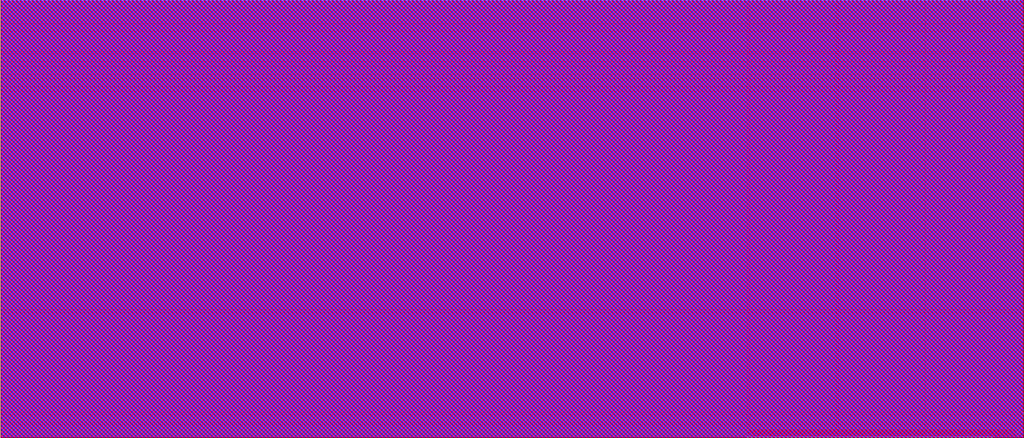
<source format=lef>
#######################################################################
####                                                               ####
####  The data contained in the file is created for educational    #### 
####  and training purposes only and are not recommended           ####
####  for fabrication                                              ####
####                                                               ####
#######################################################################
####                                                               ####
####  Copyright (C) 2013 Synopsys, Inc.                            ####
####                                                               ####
#######################################################################
####                                                               ####
####  The 32/28nm Generic Library ("Library") is unsupported       ####    
####  Confidential Information of Synopsys, Inc. ("Synopsys")      ####    
####  provided to you as Documentation under the terms of the      ####    
####  End User Software License Agreement between you or your      ####    
####  employer and Synopsys ("License Agreement") and you agree    ####    
####  not to distribute or disclose the Library without the        ####    
####  prior written consent of Synopsys. The Library IS NOT an     ####    
####  item of Licensed Software or Licensed Product under the      ####    
####  License Agreement.  Synopsys and/or its licensors own        ####    
####  and shall retain all right, title and interest in and        ####    
####  to the Library and all modifications thereto, including      ####    
####  all intellectual property rights embodied therein. All       ####    
####  rights in and to any Library modifications you make are      ####    
####  hereby assigned to Synopsys. If you do not agree with        ####    
####  this notice, including the disclaimer below, then you        ####    
####  are not authorized to use the Library.                       ####    
####                                                               ####  
####                                                               ####      
####  THIS LIBRARY IS BEING DISTRIBUTED BY SYNOPSYS SOLELY ON AN   ####
####  "AS IS" BASIS, WITH NO INTELLECUTAL PROPERTY                 ####
####  INDEMNIFICATION AND NO SUPPORT. ANY EXPRESS OR IMPLIED       ####
####  WARRANTIES, INCLUDING, BUT NOT LIMITED TO, THE IMPLIED       ####
####  WARRANTIES OF MERCHANTABILITY AND FITNESS FOR A PARTICULAR   ####
####  PURPOSE ARE HEREBY DISCLAIMED. IN NO EVENT SHALL SYNOPSYS    ####
####  BE LIABLE FOR ANY DIRECT, INDIRECT, INCIDENTAL, SPECIAL,     ####
####  EXEMPLARY, OR CONSEQUENTIAL DAMAGES (INCLUDING, BUT NOT      ####
####  LIMITED TO, PROCUREMENT OF SUBSTITUTE GOODS OR SERVICES;     ####
####  LOSS OF USE, DATA, OR PROFITS; OR BUSINESS INTERRUPTION)     ####
####  HOWEVER CAUSED AND ON ANY THEORY OF LIABILITY, WHETHER IN    ####
####  CONTRACT, STRICT LIABILITY, OR TORT (INCLUDING NEGLIGENCE    ####
####  OR OTHERWISE) ARISING IN ANY WAY OUT OF THE USE OF THIS      ####
####  DOCUMENTATION, EVEN IF ADVISED OF THE POSSIBILITY OF         ####
####  SUCH DAMAGE.                                                 #### 
####                                                               ####  
#######################################################################

# 
# LEF OUT 
# User Name : edbab 
# Date : Mon Dec 24 17:38:58 2012
# 
VERSION 5.4 ;
NAMESCASESENSITIVE ON ;
BUSBITCHARS "_<>" ;
DIVIDERCHAR "/" ;

MACRO SRAMLP1RW128x48
  CLASS BLOCK ;
  SOURCE USER ;
  ORIGIN 0 0 ;
  SIZE 88.16 BY 238.887 ;
  SYMMETRY X Y R90 ;

  PIN CE
    DIRECTION INPUT ;
    USE SIGNAL ;
    PORT
      LAYER M5 ;
        RECT 87.9600 17.2900 88.1600 17.4900 ;
    END
    PORT
      LAYER M4 ;
        RECT 87.9600 17.2900 88.1600 17.4900 ;
    END
    PORT
      LAYER M3 ;
        RECT 87.9600 17.2900 88.1600 17.4900 ;
    END
    PORT
      LAYER M2 ;
        RECT 87.9600 17.2900 88.1600 17.4900 ;
    END
    PORT
      LAYER M1 ;
        RECT 87.9600 17.2900 88.1600 17.4900 ;
    END
    ANTENNADIFFAREA 0.6 ;
    ANTENNAPARTIALMETALAREA 0.1516 LAYER M1 ;
    ANTENNAPARTIALMETALSIDEAREA 0.1516 LAYER M1 ;
    ANTENNAPARTIALMETALAREA 0.1516 LAYER M2 ;
    ANTENNAPARTIALMETALSIDEAREA 0.1516 LAYER M2 ;
  END CE

  PIN CSB
    DIRECTION INPUT ;
    USE SIGNAL ;
    PORT
      LAYER M5 ;
        RECT 87.9600 16.8300 88.1600 17.0300 ;
    END
    PORT
      LAYER M4 ;
        RECT 87.9600 16.8300 88.1600 17.0300 ;
    END
    PORT
      LAYER M3 ;
        RECT 87.9600 16.8300 88.1600 17.0300 ;
    END
    PORT
      LAYER M2 ;
        RECT 87.9600 16.8300 88.1600 17.0300 ;
    END
    PORT
      LAYER M1 ;
        RECT 87.9600 16.8300 88.1600 17.0300 ;
    END
    ANTENNADIFFAREA 0.6 ;
    ANTENNAPARTIALMETALAREA 0.1516 LAYER M1 ;
    ANTENNAPARTIALMETALSIDEAREA 0.1516 LAYER M1 ;
    ANTENNAPARTIALMETALAREA 0.1516 LAYER M2 ;
    ANTENNAPARTIALMETALSIDEAREA 0.1516 LAYER M2 ;
  END CSB

  PIN WEB
    DIRECTION INPUT ;
    USE SIGNAL ;
    PORT
      LAYER M5 ;
        RECT 87.9600 9.8210 88.1600 10.0210 ;
    END
    PORT
      LAYER M4 ;
        RECT 87.9600 9.8210 88.1600 10.0210 ;
    END
    PORT
      LAYER M3 ;
        RECT 87.9600 9.8210 88.1600 10.0210 ;
    END
    PORT
      LAYER M2 ;
        RECT 87.9600 9.8210 88.1600 10.0210 ;
    END
    PORT
      LAYER M1 ;
        RECT 87.9600 9.8210 88.1600 10.0210 ;
    END
    ANTENNADIFFAREA 0.6 ;
    ANTENNAPARTIALMETALAREA 0.1516 LAYER M1 ;
    ANTENNAPARTIALMETALSIDEAREA 0.1516 LAYER M1 ;
    ANTENNAPARTIALMETALAREA 0.1516 LAYER M2 ;
    ANTENNAPARTIALMETALSIDEAREA 0.1516 LAYER M2 ;
  END WEB

  PIN O[47]
    DIRECTION OUTPUT ;
    USE SIGNAL ;
    PORT
      LAYER M5 ;
        RECT 21.4430 0.0000 21.6430 0.2000 ;
    END
    PORT
      LAYER M4 ;
        RECT 21.4430 0.0000 21.6430 0.2000 ;
    END
    PORT
      LAYER M3 ;
        RECT 21.4430 0.0000 21.6430 0.2000 ;
    END
    PORT
      LAYER M2 ;
        RECT 21.4430 0.0000 21.6430 0.2000 ;
    END
    PORT
      LAYER M1 ;
        RECT 21.4430 0.0000 21.6430 0.2000 ;
    END
    ANTENNAPARTIALMETALAREA 0.1516 LAYER M1 ;
    ANTENNAPARTIALMETALSIDEAREA 0.1516 LAYER M1 ;
    ANTENNAPARTIALMETALAREA 0.17752 LAYER M2 ;
    ANTENNAPARTIALMETALSIDEAREA 0.17752 LAYER M2 ;
  END O[47]

  PIN O[1]
    DIRECTION OUTPUT ;
    USE SIGNAL ;
    PORT
      LAYER M5 ;
        RECT 35.1230 0.0000 35.3230 0.2000 ;
    END
    PORT
      LAYER M4 ;
        RECT 35.1230 0.0000 35.3230 0.2000 ;
    END
    PORT
      LAYER M3 ;
        RECT 35.1230 0.0000 35.3230 0.2000 ;
    END
    PORT
      LAYER M2 ;
        RECT 35.1230 0.0000 35.3230 0.2000 ;
    END
    PORT
      LAYER M1 ;
        RECT 35.1230 0.0000 35.3230 0.2000 ;
    END
    ANTENNAPARTIALMETALAREA 0.1516 LAYER M1 ;
    ANTENNAPARTIALMETALSIDEAREA 0.1516 LAYER M1 ;
    ANTENNAPARTIALMETALAREA 0.17752 LAYER M2 ;
    ANTENNAPARTIALMETALSIDEAREA 0.17752 LAYER M2 ;
  END O[1]

  PIN I[30]
    DIRECTION INPUT ;
    USE SIGNAL ;
    PORT
      LAYER M5 ;
        RECT 45.3820 0.0000 45.5820 0.2000 ;
    END
    PORT
      LAYER M4 ;
        RECT 45.3820 0.0000 45.5820 0.2000 ;
    END
    PORT
      LAYER M3 ;
        RECT 45.3820 0.0000 45.5820 0.2000 ;
    END
    PORT
      LAYER M2 ;
        RECT 45.3820 0.0000 45.5820 0.2000 ;
    END
    PORT
      LAYER M1 ;
        RECT 45.3820 0.0000 45.5820 0.2000 ;
    END
    ANTENNADIFFAREA 0.6 ;
    ANTENNAPARTIALMETALAREA 0.1516 LAYER M1 ;
    ANTENNAPARTIALMETALSIDEAREA 0.1516 LAYER M1 ;
    ANTENNAPARTIALMETALAREA 0.1516 LAYER M2 ;
    ANTENNAPARTIALMETALSIDEAREA 0.1516 LAYER M2 ;
  END I[30]

  PIN I[21]
    DIRECTION INPUT ;
    USE SIGNAL ;
    PORT
      LAYER M5 ;
        RECT 2.9740 0.0010 3.1740 0.2010 ;
    END
    PORT
      LAYER M4 ;
        RECT 2.9740 0.0010 3.1740 0.2010 ;
    END
    PORT
      LAYER M3 ;
        RECT 2.9740 0.0000 3.1740 0.2000 ;
    END
    PORT
      LAYER M2 ;
        RECT 2.9740 0.0000 3.1740 0.2000 ;
    END
    PORT
      LAYER M1 ;
        RECT 2.9740 0.0000 3.1740 0.2000 ;
    END
    ANTENNADIFFAREA 0.6 ;
    ANTENNAPARTIALMETALAREA 0.1516 LAYER M1 ;
    ANTENNAPARTIALMETALSIDEAREA 0.1516 LAYER M1 ;
    ANTENNAPARTIALMETALAREA 0.1516 LAYER M2 ;
    ANTENNAPARTIALMETALSIDEAREA 0.1516 LAYER M2 ;
  END I[21]

  PIN I[9]
    DIRECTION INPUT ;
    USE SIGNAL ;
    PORT
      LAYER M5 ;
        RECT 4.3420 0.0000 4.5420 0.2000 ;
    END
    PORT
      LAYER M4 ;
        RECT 4.3420 0.0000 4.5420 0.2000 ;
    END
    PORT
      LAYER M3 ;
        RECT 4.3420 0.0000 4.5420 0.2000 ;
    END
    PORT
      LAYER M2 ;
        RECT 4.3420 0.0000 4.5420 0.2000 ;
    END
    PORT
      LAYER M1 ;
        RECT 4.3420 0.0000 4.5420 0.2000 ;
    END
    ANTENNADIFFAREA 0.6 ;
    ANTENNAPARTIALMETALAREA 0.1516 LAYER M1 ;
    ANTENNAPARTIALMETALSIDEAREA 0.1516 LAYER M1 ;
    ANTENNAPARTIALMETALAREA 0.1516 LAYER M2 ;
    ANTENNAPARTIALMETALSIDEAREA 0.1516 LAYER M2 ;
  END I[9]

  PIN O[21]
    DIRECTION OUTPUT ;
    USE SIGNAL ;
    PORT
      LAYER M5 ;
        RECT 3.6590 0.0000 3.8590 0.2000 ;
    END
    PORT
      LAYER M4 ;
        RECT 3.6590 0.0000 3.8590 0.2000 ;
    END
    PORT
      LAYER M3 ;
        RECT 3.6590 0.0000 3.8590 0.2000 ;
    END
    PORT
      LAYER M2 ;
        RECT 3.6590 0.0000 3.8590 0.2000 ;
    END
    PORT
      LAYER M1 ;
        RECT 3.6590 0.0000 3.8590 0.2000 ;
    END
    ANTENNAPARTIALMETALAREA 0.1516 LAYER M1 ;
    ANTENNAPARTIALMETALSIDEAREA 0.1516 LAYER M1 ;
    ANTENNAPARTIALMETALAREA 0.17752 LAYER M2 ;
    ANTENNAPARTIALMETALSIDEAREA 0.17752 LAYER M2 ;
  END O[21]

  PIN O[24]
    DIRECTION OUTPUT ;
    USE SIGNAL ;
    PORT
      LAYER M5 ;
        RECT 20.0750 0.0000 20.2750 0.2000 ;
    END
    PORT
      LAYER M4 ;
        RECT 20.0750 0.0000 20.2750 0.2000 ;
    END
    PORT
      LAYER M3 ;
        RECT 20.0750 0.0000 20.2750 0.2000 ;
    END
    PORT
      LAYER M2 ;
        RECT 20.0750 0.0000 20.2750 0.2000 ;
    END
    PORT
      LAYER M1 ;
        RECT 20.0750 0.0000 20.2750 0.2000 ;
    END
    ANTENNAPARTIALMETALAREA 0.1516 LAYER M1 ;
    ANTENNAPARTIALMETALSIDEAREA 0.1516 LAYER M1 ;
    ANTENNAPARTIALMETALAREA 0.17752 LAYER M2 ;
    ANTENNAPARTIALMETALSIDEAREA 0.17752 LAYER M2 ;
  END O[24]

  PIN A[3]
    DIRECTION INPUT ;
    USE SIGNAL ;
    PORT
      LAYER M5 ;
        RECT 87.9610 185.5460 88.1600 185.7460 ;
    END
    PORT
      LAYER M4 ;
        RECT 87.9610 185.5460 88.1600 185.7460 ;
    END
    PORT
      LAYER M3 ;
        RECT 87.9610 185.5460 88.1600 185.7460 ;
    END
    PORT
      LAYER M2 ;
        RECT 87.9610 185.5460 88.1600 185.7460 ;
    END
    PORT
      LAYER M1 ;
        RECT 87.9610 185.5460 88.1600 185.7460 ;
    END
    ANTENNADIFFAREA 0.6 ;
    ANTENNAPARTIALMETALAREA 0.1516 LAYER M1 ;
    ANTENNAPARTIALMETALSIDEAREA 0.1516 LAYER M1 ;
    ANTENNAPARTIALMETALAREA 0.1516 LAYER M2 ;
    ANTENNAPARTIALMETALSIDEAREA 0.1516 LAYER M2 ;
  END A[3]

  PIN A[2]
    DIRECTION INPUT ;
    USE SIGNAL ;
    PORT
      LAYER M5 ;
        RECT 87.9760 192.7680 88.1600 192.9680 ;
    END
    PORT
      LAYER M4 ;
        RECT 87.9760 192.7680 88.1600 192.9680 ;
    END
    PORT
      LAYER M3 ;
        RECT 87.9760 192.7680 88.1600 192.9680 ;
    END
    PORT
      LAYER M2 ;
        RECT 87.9760 192.7680 88.1600 192.9680 ;
    END
    PORT
      LAYER M1 ;
        RECT 87.9760 192.7680 88.1600 192.9680 ;
    END
    ANTENNADIFFAREA 0.6 ;
    ANTENNAPARTIALMETALAREA 0.1516 LAYER M1 ;
    ANTENNAPARTIALMETALSIDEAREA 0.1516 LAYER M1 ;
    ANTENNAPARTIALMETALAREA 0.1516 LAYER M2 ;
    ANTENNAPARTIALMETALSIDEAREA 0.1516 LAYER M2 ;
  END A[2]

  PIN A[0]
    DIRECTION INPUT ;
    USE SIGNAL ;
    PORT
      LAYER M5 ;
        RECT 87.9600 201.5900 88.1600 201.7900 ;
    END
    PORT
      LAYER M4 ;
        RECT 87.9600 201.5900 88.1600 201.7900 ;
    END
    PORT
      LAYER M3 ;
        RECT 87.9600 201.5900 88.1600 201.7900 ;
    END
    PORT
      LAYER M2 ;
        RECT 87.9600 201.5900 88.1600 201.7900 ;
    END
    PORT
      LAYER M1 ;
        RECT 87.9600 201.5900 88.1600 201.7900 ;
    END
    ANTENNADIFFAREA 0.6 ;
    ANTENNAPARTIALMETALAREA 0.1516 LAYER M1 ;
    ANTENNAPARTIALMETALSIDEAREA 0.1516 LAYER M1 ;
    ANTENNAPARTIALMETALAREA 0.1516 LAYER M2 ;
    ANTENNAPARTIALMETALSIDEAREA 0.1516 LAYER M2 ;
  END A[0]

  PIN A[1]
    DIRECTION INPUT ;
    USE SIGNAL ;
    PORT
      LAYER M5 ;
        RECT 87.9630 194.3660 88.1600 194.5660 ;
    END
    PORT
      LAYER M4 ;
        RECT 87.9630 194.3660 88.1600 194.5660 ;
    END
    PORT
      LAYER M3 ;
        RECT 87.9630 194.3660 88.1600 194.5660 ;
    END
    PORT
      LAYER M2 ;
        RECT 87.9630 194.3660 88.1600 194.5660 ;
    END
    PORT
      LAYER M1 ;
        RECT 87.9630 194.3660 88.1600 194.5660 ;
    END
    ANTENNADIFFAREA 0.6 ;
    ANTENNAPARTIALMETALAREA 0.1516 LAYER M1 ;
    ANTENNAPARTIALMETALSIDEAREA 0.1516 LAYER M1 ;
    ANTENNAPARTIALMETALAREA 0.1516 LAYER M2 ;
    ANTENNAPARTIALMETALSIDEAREA 0.1516 LAYER M2 ;
  END A[1]

  PIN I[44]
    DIRECTION INPUT ;
    USE SIGNAL ;
    PORT
      LAYER M5 ;
        RECT 1.6060 0.0000 1.8060 0.2000 ;
    END
    PORT
      LAYER M4 ;
        RECT 1.6060 0.0000 1.8060 0.2000 ;
    END
    PORT
      LAYER M3 ;
        RECT 1.6060 0.0000 1.8060 0.2000 ;
    END
    PORT
      LAYER M2 ;
        RECT 1.6060 0.0000 1.8060 0.2000 ;
    END
    PORT
      LAYER M1 ;
        RECT 1.6060 0.0000 1.8060 0.2000 ;
    END
    ANTENNADIFFAREA 0.6 ;
    ANTENNAPARTIALMETALAREA 0.1516 LAYER M1 ;
    ANTENNAPARTIALMETALSIDEAREA 0.1516 LAYER M1 ;
    ANTENNAPARTIALMETALAREA 0.1516 LAYER M2 ;
    ANTENNAPARTIALMETALSIDEAREA 0.1516 LAYER M2 ;
  END I[44]

  PIN VDD
    DIRECTION INOUT ;
    USE POWER ;
    PORT
      LAYER M5 ;
        RECT 84.9120 238.5870 85.2130 238.8870 ;
    END
    PORT
      LAYER M5 ;
        RECT 85.8120 238.5870 86.1130 238.8870 ;
    END
    PORT
      LAYER M5 ;
        RECT 84.0120 238.5870 84.3130 238.8870 ;
    END
  END VDD

  PIN VSS
    DIRECTION INOUT ;
    USE GROUND ;
    PORT
      LAYER M5 ;
        RECT 35.8640 238.5860 36.1630 238.8860 ;
    END
    PORT
      LAYER M5 ;
        RECT 34.0640 238.5860 34.3640 238.8860 ;
    END
    PORT
      LAYER M5 ;
        RECT 34.9640 238.5860 35.2630 238.8860 ;
    END
    PORT
      LAYER M5 ;
        RECT 40.3640 238.5860 40.6640 238.8860 ;
    END
    PORT
      LAYER M5 ;
        RECT 43.0630 238.5860 43.3630 238.8860 ;
    END
    PORT
      LAYER M5 ;
        RECT 38.5630 238.5860 38.8630 238.8860 ;
    END
    PORT
      LAYER M5 ;
        RECT 41.2630 238.5860 41.5620 238.8860 ;
    END
    PORT
      LAYER M5 ;
        RECT 39.4630 238.5860 39.7630 238.8860 ;
    END
    PORT
      LAYER M5 ;
        RECT 46.6640 238.5860 46.9650 238.8860 ;
    END
    PORT
      LAYER M5 ;
        RECT 51.1640 238.5860 51.4650 238.8860 ;
    END
    PORT
      LAYER M5 ;
        RECT 45.7630 238.5860 46.0620 238.8860 ;
    END
    PORT
      LAYER M5 ;
        RECT 43.9630 238.5860 44.2630 238.8860 ;
    END
    PORT
      LAYER M5 ;
        RECT 47.5630 238.5860 47.8630 238.8860 ;
    END
    PORT
      LAYER M5 ;
        RECT 50.2630 238.5860 50.5620 238.8860 ;
    END
    PORT
      LAYER M5 ;
        RECT 49.3640 238.5860 49.6640 238.8860 ;
    END
    PORT
      LAYER M5 ;
        RECT 48.4630 238.5860 48.7630 238.8860 ;
    END
    PORT
      LAYER M5 ;
        RECT 44.8640 238.5860 45.1640 238.8860 ;
    END
    PORT
      LAYER M5 ;
        RECT 57.4620 238.5860 57.7630 238.8860 ;
    END
    PORT
      LAYER M5 ;
        RECT 1.6630 238.5860 1.9640 238.8860 ;
    END
    PORT
      LAYER M5 ;
        RECT 61.0620 238.5860 61.3630 238.8860 ;
    END
    PORT
      LAYER M5 ;
        RECT 5.2630 238.5860 5.5640 238.8860 ;
    END
    PORT
      LAYER M5 ;
        RECT 53.8640 238.5860 54.1640 238.8860 ;
    END
    PORT
      LAYER M5 ;
        RECT 52.0630 238.5860 52.3630 238.8860 ;
    END
    PORT
      LAYER M5 ;
        RECT 55.6630 238.5860 55.9630 238.8860 ;
    END
    PORT
      LAYER M5 ;
        RECT 54.7630 238.5860 55.0630 238.8860 ;
    END
    PORT
      LAYER M5 ;
        RECT 52.9630 238.5860 53.2630 238.8860 ;
    END
    PORT
      LAYER M5 ;
        RECT 59.2630 238.5860 59.5630 238.8860 ;
    END
    PORT
      LAYER M5 ;
        RECT 3.4640 238.5860 3.7640 238.8860 ;
    END
    PORT
      LAYER M5 ;
        RECT 58.3620 238.5860 58.6620 238.8860 ;
    END
    PORT
      LAYER M5 ;
        RECT 2.5630 238.5860 2.8630 238.8860 ;
    END
    PORT
      LAYER M5 ;
        RECT 56.5630 238.5860 56.8620 238.8860 ;
    END
    PORT
      LAYER M5 ;
        RECT 0.7640 238.5860 1.0630 238.8860 ;
    END
    PORT
      LAYER M5 ;
        RECT 60.1620 238.5860 60.4620 238.8860 ;
    END
    PORT
      LAYER M5 ;
        RECT 4.3630 238.5860 4.6630 238.8860 ;
    END
    PORT
      LAYER M5 ;
        RECT 65.5620 238.5860 65.8630 238.8860 ;
    END
    PORT
      LAYER M5 ;
        RECT 9.7630 238.5860 10.0640 238.8860 ;
    END
    PORT
      LAYER M5 ;
        RECT 66.4620 238.5860 66.7630 238.8860 ;
    END
    PORT
      LAYER M5 ;
        RECT 10.6630 238.5860 10.9640 238.8860 ;
    END
    PORT
      LAYER M5 ;
        RECT 61.9620 238.5860 62.2630 238.8860 ;
    END
    PORT
      LAYER M5 ;
        RECT 6.1630 238.5860 6.4640 238.8860 ;
    END
    PORT
      LAYER M5 ;
        RECT 64.6630 238.5860 64.9620 238.8860 ;
    END
    PORT
      LAYER M5 ;
        RECT 8.8640 238.5860 9.1630 238.8860 ;
    END
    PORT
      LAYER M5 ;
        RECT 67.3630 238.5860 67.6630 238.8860 ;
    END
    PORT
      LAYER M5 ;
        RECT 11.5640 238.5860 11.8640 238.8860 ;
    END
    PORT
      LAYER M5 ;
        RECT 69.1620 238.5860 69.4620 238.8860 ;
    END
    PORT
      LAYER M5 ;
        RECT 13.3630 238.5860 13.6630 238.8860 ;
    END
    PORT
      LAYER M5 ;
        RECT 63.7630 238.5860 64.0620 238.8860 ;
    END
    PORT
      LAYER M5 ;
        RECT 7.9640 238.5860 8.2630 238.8860 ;
    END
    PORT
      LAYER M5 ;
        RECT 62.8630 238.5860 63.1630 238.8860 ;
    END
    PORT
      LAYER M5 ;
        RECT 7.0640 238.5860 7.3640 238.8860 ;
    END
    PORT
      LAYER M5 ;
        RECT 68.2630 238.5860 68.5620 238.8860 ;
    END
    PORT
      LAYER M5 ;
        RECT 12.4640 238.5860 12.7630 238.8860 ;
    END
    PORT
      LAYER M5 ;
        RECT 73.6620 238.5860 73.9630 238.8860 ;
    END
    PORT
      LAYER M5 ;
        RECT 17.8630 238.5860 18.1640 238.8860 ;
    END
    PORT
      LAYER M5 ;
        RECT 75.4620 238.5860 75.7630 238.8860 ;
    END
    PORT
      LAYER M5 ;
        RECT 19.6630 238.5860 19.9640 238.8860 ;
    END
    PORT
      LAYER M5 ;
        RECT 74.5620 238.5860 74.8630 238.8860 ;
    END
    PORT
      LAYER M5 ;
        RECT 18.7630 238.5860 19.0640 238.8860 ;
    END
    PORT
      LAYER M5 ;
        RECT 76.3630 238.5860 76.6630 238.8860 ;
    END
    PORT
      LAYER M5 ;
        RECT 20.5640 238.5860 20.8640 238.8860 ;
    END
    PORT
      LAYER M5 ;
        RECT 72.7620 238.5860 73.0620 238.8860 ;
    END
    PORT
      LAYER M5 ;
        RECT 16.9630 238.5860 17.2630 238.8860 ;
    END
    PORT
      LAYER M5 ;
        RECT 71.8630 238.5860 72.1620 238.8860 ;
    END
    PORT
      LAYER M5 ;
        RECT 16.0640 238.5860 16.3630 238.8860 ;
    END
    PORT
      LAYER M5 ;
        RECT 70.0630 238.5860 70.3630 238.8860 ;
    END
    PORT
      LAYER M5 ;
        RECT 14.2640 238.5860 14.5640 238.8860 ;
    END
    PORT
      LAYER M5 ;
        RECT 70.9620 238.5860 71.2620 238.8860 ;
    END
    PORT
      LAYER M5 ;
        RECT 15.1630 238.5860 15.4630 238.8860 ;
    END
    PORT
      LAYER M5 ;
        RECT 81.7620 238.5860 82.0630 238.8860 ;
    END
    PORT
      LAYER M5 ;
        RECT 25.9630 238.5860 26.2640 238.8860 ;
    END
    PORT
      LAYER M5 ;
        RECT 79.0620 238.5860 79.3630 238.8860 ;
    END
    PORT
      LAYER M5 ;
        RECT 23.2630 238.5860 23.5640 238.8860 ;
    END
    PORT
      LAYER M5 ;
        RECT 84.4620 238.5860 84.7620 238.8860 ;
    END
    PORT
      LAYER M5 ;
        RECT 28.6630 238.5860 28.9630 238.8860 ;
    END
    PORT
      LAYER M5 ;
        RECT 82.6620 238.5860 82.9620 238.8860 ;
    END
    PORT
      LAYER M5 ;
        RECT 26.8630 238.5860 27.1630 238.8860 ;
    END
    PORT
      LAYER M5 ;
        RECT 83.5630 238.5860 83.8630 238.8860 ;
    END
    PORT
      LAYER M5 ;
        RECT 27.7640 238.5860 28.0640 238.8860 ;
    END
    PORT
      LAYER M5 ;
        RECT 86.2630 238.5860 86.5630 238.8860 ;
    END
    PORT
      LAYER M5 ;
        RECT 85.3630 238.5860 85.6630 238.8860 ;
    END
    PORT
      LAYER M5 ;
        RECT 29.5640 238.5860 29.8640 238.8860 ;
    END
    PORT
      LAYER M5 ;
        RECT 79.9630 238.5860 80.2630 238.8860 ;
    END
    PORT
      LAYER M5 ;
        RECT 24.1640 238.5860 24.4640 238.8860 ;
    END
    PORT
      LAYER M5 ;
        RECT 78.1620 238.5860 78.4620 238.8860 ;
    END
    PORT
      LAYER M5 ;
        RECT 22.3630 238.5860 22.6630 238.8860 ;
    END
    PORT
      LAYER M5 ;
        RECT 80.8630 238.5860 81.1620 238.8860 ;
    END
    PORT
      LAYER M5 ;
        RECT 25.0640 238.5860 25.3630 238.8860 ;
    END
    PORT
      LAYER M5 ;
        RECT 77.2630 238.5860 77.5630 238.8860 ;
    END
    PORT
      LAYER M5 ;
        RECT 21.4640 238.5860 21.7640 238.8860 ;
    END
    PORT
      LAYER M5 ;
        RECT 42.1640 238.5860 42.4650 238.8860 ;
    END
    PORT
      LAYER M5 ;
        RECT 33.1630 238.5860 33.4640 238.8860 ;
    END
    PORT
      LAYER M5 ;
        RECT 37.6630 238.5860 37.9640 238.8860 ;
    END
    PORT
      LAYER M5 ;
        RECT 36.7630 238.5860 37.0640 238.8860 ;
    END
    PORT
      LAYER M5 ;
        RECT 30.4640 238.5860 30.7630 238.8860 ;
    END
    PORT
      LAYER M5 ;
        RECT 31.3640 238.5860 31.6630 238.8860 ;
    END
    PORT
      LAYER M5 ;
        RECT 32.2630 238.5860 32.5640 238.8860 ;
    END
  END VSS

  PIN O[45]
    DIRECTION OUTPUT ;
    USE SIGNAL ;
    PORT
      LAYER M5 ;
        RECT 22.8110 0.0000 23.0110 0.2000 ;
    END
    PORT
      LAYER M4 ;
        RECT 22.8110 0.0000 23.0110 0.2000 ;
    END
    PORT
      LAYER M3 ;
        RECT 22.8110 0.0000 23.0110 0.2000 ;
    END
    PORT
      LAYER M2 ;
        RECT 22.8110 0.0000 23.0110 0.2000 ;
    END
    PORT
      LAYER M1 ;
        RECT 22.8110 0.0000 23.0110 0.2000 ;
    END
    ANTENNAPARTIALMETALAREA 0.1516 LAYER M1 ;
    ANTENNAPARTIALMETALSIDEAREA 0.1516 LAYER M1 ;
    ANTENNAPARTIALMETALAREA 0.17752 LAYER M2 ;
    ANTENNAPARTIALMETALSIDEAREA 0.17752 LAYER M2 ;
  END O[45]

  PIN O[28]
    DIRECTION OUTPUT ;
    USE SIGNAL ;
    PORT
      LAYER M5 ;
        RECT 25.5470 0.0000 25.7470 0.2000 ;
    END
    PORT
      LAYER M4 ;
        RECT 25.5470 0.0000 25.7470 0.2000 ;
    END
    PORT
      LAYER M3 ;
        RECT 25.5470 0.0000 25.7470 0.2000 ;
    END
    PORT
      LAYER M2 ;
        RECT 25.5470 0.0000 25.7470 0.2000 ;
    END
    PORT
      LAYER M1 ;
        RECT 25.5470 0.0000 25.7470 0.2000 ;
    END
    ANTENNAPARTIALMETALAREA 0.1516 LAYER M1 ;
    ANTENNAPARTIALMETALSIDEAREA 0.1516 LAYER M1 ;
    ANTENNAPARTIALMETALAREA 0.17752 LAYER M2 ;
    ANTENNAPARTIALMETALSIDEAREA 0.17752 LAYER M2 ;
  END O[28]

  PIN O[35]
    DIRECTION OUTPUT ;
    USE SIGNAL ;
    PORT
      LAYER M5 ;
        RECT 26.9150 0.0000 27.1150 0.2000 ;
    END
    PORT
      LAYER M4 ;
        RECT 26.9150 0.0000 27.1150 0.2000 ;
    END
    PORT
      LAYER M3 ;
        RECT 26.9150 0.0000 27.1150 0.2000 ;
    END
    PORT
      LAYER M2 ;
        RECT 26.9150 0.0000 27.1150 0.2000 ;
    END
    PORT
      LAYER M1 ;
        RECT 26.9150 0.0000 27.1150 0.2000 ;
    END
    ANTENNAPARTIALMETALAREA 0.1516 LAYER M1 ;
    ANTENNAPARTIALMETALSIDEAREA 0.1516 LAYER M1 ;
    ANTENNAPARTIALMETALAREA 0.17752 LAYER M2 ;
    ANTENNAPARTIALMETALSIDEAREA 0.17752 LAYER M2 ;
  END O[35]

  PIN O[26]
    DIRECTION OUTPUT ;
    USE SIGNAL ;
    PORT
      LAYER M5 ;
        RECT 28.2830 0.0000 28.4830 0.2000 ;
    END
    PORT
      LAYER M4 ;
        RECT 28.2830 0.0000 28.4830 0.2000 ;
    END
    PORT
      LAYER M3 ;
        RECT 28.2830 0.0000 28.4830 0.2000 ;
    END
    PORT
      LAYER M2 ;
        RECT 28.2830 0.0000 28.4830 0.2000 ;
    END
    PORT
      LAYER M1 ;
        RECT 28.2830 0.0000 28.4830 0.2000 ;
    END
    ANTENNAPARTIALMETALAREA 0.1516 LAYER M1 ;
    ANTENNAPARTIALMETALSIDEAREA 0.1516 LAYER M1 ;
    ANTENNAPARTIALMETALAREA 0.17752 LAYER M2 ;
    ANTENNAPARTIALMETALSIDEAREA 0.17752 LAYER M2 ;
  END O[26]

  PIN O[19]
    DIRECTION OUTPUT ;
    USE SIGNAL ;
    PORT
      LAYER M5 ;
        RECT 29.6510 0.0000 29.8510 0.2000 ;
    END
    PORT
      LAYER M4 ;
        RECT 29.6510 0.0000 29.8510 0.2000 ;
    END
    PORT
      LAYER M3 ;
        RECT 29.6510 0.0000 29.8510 0.2000 ;
    END
    PORT
      LAYER M2 ;
        RECT 29.6510 0.0000 29.8510 0.2000 ;
    END
    PORT
      LAYER M1 ;
        RECT 29.6510 0.0000 29.8510 0.2000 ;
    END
    ANTENNAPARTIALMETALAREA 0.1516 LAYER M1 ;
    ANTENNAPARTIALMETALSIDEAREA 0.1516 LAYER M1 ;
    ANTENNAPARTIALMETALAREA 0.17752 LAYER M2 ;
    ANTENNAPARTIALMETALSIDEAREA 0.17752 LAYER M2 ;
  END O[19]

  PIN O[27]
    DIRECTION OUTPUT ;
    USE SIGNAL ;
    PORT
      LAYER M5 ;
        RECT 32.3870 0.0000 32.5870 0.2000 ;
    END
    PORT
      LAYER M4 ;
        RECT 32.3870 0.0000 32.5870 0.2000 ;
    END
    PORT
      LAYER M3 ;
        RECT 32.3870 0.0000 32.5870 0.2000 ;
    END
    PORT
      LAYER M2 ;
        RECT 32.3870 0.0000 32.5870 0.2000 ;
    END
    PORT
      LAYER M1 ;
        RECT 32.3870 0.0000 32.5870 0.2000 ;
    END
    ANTENNAPARTIALMETALAREA 0.1516 LAYER M1 ;
    ANTENNAPARTIALMETALSIDEAREA 0.1516 LAYER M1 ;
    ANTENNAPARTIALMETALAREA 0.17752 LAYER M2 ;
    ANTENNAPARTIALMETALSIDEAREA 0.17752 LAYER M2 ;
  END O[27]

  PIN O[25]
    DIRECTION OUTPUT ;
    USE SIGNAL ;
    PORT
      LAYER M5 ;
        RECT 33.7550 0.0000 33.9550 0.2000 ;
    END
    PORT
      LAYER M4 ;
        RECT 33.7550 0.0000 33.9550 0.2000 ;
    END
    PORT
      LAYER M3 ;
        RECT 33.7550 0.0000 33.9550 0.2000 ;
    END
    PORT
      LAYER M2 ;
        RECT 33.7550 0.0000 33.9550 0.2000 ;
    END
    PORT
      LAYER M1 ;
        RECT 33.7550 0.0000 33.9550 0.2000 ;
    END
    ANTENNAPARTIALMETALAREA 0.1516 LAYER M1 ;
    ANTENNAPARTIALMETALSIDEAREA 0.1516 LAYER M1 ;
    ANTENNAPARTIALMETALAREA 0.17752 LAYER M2 ;
    ANTENNAPARTIALMETALSIDEAREA 0.17752 LAYER M2 ;
  END O[25]

  PIN O[3]
    DIRECTION OUTPUT ;
    USE SIGNAL ;
    PORT
      LAYER M5 ;
        RECT 37.8590 0.0000 38.0590 0.2000 ;
    END
    PORT
      LAYER M4 ;
        RECT 37.8590 0.0000 38.0590 0.2000 ;
    END
    PORT
      LAYER M3 ;
        RECT 37.8590 0.0000 38.0590 0.2000 ;
    END
    PORT
      LAYER M2 ;
        RECT 37.8590 0.0000 38.0590 0.2000 ;
    END
    PORT
      LAYER M1 ;
        RECT 37.8590 0.0000 38.0590 0.2000 ;
    END
    ANTENNAPARTIALMETALAREA 0.1516 LAYER M1 ;
    ANTENNAPARTIALMETALSIDEAREA 0.1516 LAYER M1 ;
    ANTENNAPARTIALMETALAREA 0.17752 LAYER M2 ;
    ANTENNAPARTIALMETALSIDEAREA 0.17752 LAYER M2 ;
  END O[3]

  PIN O[16]
    DIRECTION OUTPUT ;
    USE SIGNAL ;
    PORT
      LAYER M5 ;
        RECT 59.7470 0.0000 59.9470 0.2000 ;
    END
    PORT
      LAYER M4 ;
        RECT 59.7470 0.0000 59.9470 0.2000 ;
    END
    PORT
      LAYER M3 ;
        RECT 59.7470 0.0000 59.9470 0.2000 ;
    END
    PORT
      LAYER M2 ;
        RECT 59.7470 0.0000 59.9470 0.2000 ;
    END
    PORT
      LAYER M1 ;
        RECT 59.7470 0.0000 59.9470 0.2000 ;
    END
    ANTENNAPARTIALMETALAREA 0.1516 LAYER M1 ;
    ANTENNAPARTIALMETALSIDEAREA 0.1516 LAYER M1 ;
    ANTENNAPARTIALMETALAREA 0.17752 LAYER M2 ;
    ANTENNAPARTIALMETALSIDEAREA 0.17752 LAYER M2 ;
  END O[16]

  PIN O[17]
    DIRECTION OUTPUT ;
    USE SIGNAL ;
    PORT
      LAYER M5 ;
        RECT 61.1150 0.0000 61.3150 0.2000 ;
    END
    PORT
      LAYER M4 ;
        RECT 61.1150 0.0000 61.3150 0.2000 ;
    END
    PORT
      LAYER M3 ;
        RECT 61.1150 0.0000 61.3150 0.2000 ;
    END
    PORT
      LAYER M2 ;
        RECT 61.1150 0.0000 61.3150 0.2000 ;
    END
    PORT
      LAYER M1 ;
        RECT 61.1150 0.0000 61.3150 0.2000 ;
    END
    ANTENNAPARTIALMETALAREA 0.1516 LAYER M1 ;
    ANTENNAPARTIALMETALSIDEAREA 0.1516 LAYER M1 ;
    ANTENNAPARTIALMETALAREA 0.17752 LAYER M2 ;
    ANTENNAPARTIALMETALSIDEAREA 0.17752 LAYER M2 ;
  END O[17]

  PIN O[18]
    DIRECTION OUTPUT ;
    USE SIGNAL ;
    PORT
      LAYER M5 ;
        RECT 62.4830 0.0000 62.6830 0.2000 ;
    END
    PORT
      LAYER M4 ;
        RECT 62.4830 0.0000 62.6830 0.2000 ;
    END
    PORT
      LAYER M3 ;
        RECT 62.4830 0.0000 62.6830 0.2000 ;
    END
    PORT
      LAYER M2 ;
        RECT 62.4830 0.0000 62.6830 0.2000 ;
    END
    PORT
      LAYER M1 ;
        RECT 62.4830 0.0000 62.6830 0.2000 ;
    END
    ANTENNAPARTIALMETALAREA 0.1516 LAYER M1 ;
    ANTENNAPARTIALMETALSIDEAREA 0.1516 LAYER M1 ;
    ANTENNAPARTIALMETALAREA 0.17752 LAYER M2 ;
    ANTENNAPARTIALMETALSIDEAREA 0.17752 LAYER M2 ;
  END O[18]

  PIN O[46]
    DIRECTION OUTPUT ;
    USE SIGNAL ;
    PORT
      LAYER M5 ;
        RECT 63.8510 0.0000 64.0510 0.2000 ;
    END
    PORT
      LAYER M4 ;
        RECT 63.8510 0.0000 64.0510 0.2000 ;
    END
    PORT
      LAYER M3 ;
        RECT 63.8510 0.0000 64.0510 0.2000 ;
    END
    PORT
      LAYER M2 ;
        RECT 63.8510 0.0000 64.0510 0.2000 ;
    END
    PORT
      LAYER M1 ;
        RECT 63.8510 0.0000 64.0510 0.2000 ;
    END
    ANTENNAPARTIALMETALAREA 0.1516 LAYER M1 ;
    ANTENNAPARTIALMETALSIDEAREA 0.1516 LAYER M1 ;
    ANTENNAPARTIALMETALAREA 0.17752 LAYER M2 ;
    ANTENNAPARTIALMETALSIDEAREA 0.17752 LAYER M2 ;
  END O[46]

  PIN O[38]
    DIRECTION OUTPUT ;
    USE SIGNAL ;
    PORT
      LAYER M5 ;
        RECT 65.2190 0.0000 65.4190 0.2000 ;
    END
    PORT
      LAYER M4 ;
        RECT 65.2190 0.0000 65.4190 0.2000 ;
    END
    PORT
      LAYER M3 ;
        RECT 65.2190 0.0000 65.4190 0.2000 ;
    END
    PORT
      LAYER M2 ;
        RECT 65.2190 0.0000 65.4190 0.2000 ;
    END
    PORT
      LAYER M1 ;
        RECT 65.2190 0.0000 65.4190 0.2000 ;
    END
    ANTENNAPARTIALMETALAREA 0.1516 LAYER M1 ;
    ANTENNAPARTIALMETALSIDEAREA 0.1516 LAYER M1 ;
    ANTENNAPARTIALMETALAREA 0.17752 LAYER M2 ;
    ANTENNAPARTIALMETALSIDEAREA 0.17752 LAYER M2 ;
  END O[38]

  PIN O[36]
    DIRECTION OUTPUT ;
    USE SIGNAL ;
    PORT
      LAYER M5 ;
        RECT 66.5870 0.0000 66.7870 0.2000 ;
    END
    PORT
      LAYER M4 ;
        RECT 66.5870 0.0000 66.7870 0.2000 ;
    END
    PORT
      LAYER M3 ;
        RECT 66.5870 0.0000 66.7870 0.2000 ;
    END
    PORT
      LAYER M2 ;
        RECT 66.5870 0.0000 66.7870 0.2000 ;
    END
    PORT
      LAYER M1 ;
        RECT 66.5870 0.0000 66.7870 0.2000 ;
    END
    ANTENNAPARTIALMETALAREA 0.1516 LAYER M1 ;
    ANTENNAPARTIALMETALSIDEAREA 0.1516 LAYER M1 ;
    ANTENNAPARTIALMETALAREA 0.17752 LAYER M2 ;
    ANTENNAPARTIALMETALSIDEAREA 0.17752 LAYER M2 ;
  END O[36]

  PIN O[9]
    DIRECTION OUTPUT ;
    USE SIGNAL ;
    PORT
      LAYER M5 ;
        RECT 5.0270 0.0000 5.2270 0.2000 ;
    END
    PORT
      LAYER M4 ;
        RECT 5.0270 0.0000 5.2270 0.2000 ;
    END
    PORT
      LAYER M3 ;
        RECT 5.0270 0.0000 5.2270 0.2000 ;
    END
    PORT
      LAYER M2 ;
        RECT 5.0270 0.0000 5.2270 0.2000 ;
    END
    PORT
      LAYER M1 ;
        RECT 5.0270 0.0000 5.2270 0.2000 ;
    END
    ANTENNAPARTIALMETALAREA 0.1516 LAYER M1 ;
    ANTENNAPARTIALMETALSIDEAREA 0.1516 LAYER M1 ;
    ANTENNAPARTIALMETALAREA 0.17752 LAYER M2 ;
    ANTENNAPARTIALMETALSIDEAREA 0.17752 LAYER M2 ;
  END O[9]

  PIN A[5]
    DIRECTION INPUT ;
    USE SIGNAL ;
    PORT
      LAYER M5 ;
        RECT 87.9630 176.7270 88.1600 176.9270 ;
    END
    PORT
      LAYER M4 ;
        RECT 87.9630 176.7270 88.1600 176.9270 ;
    END
    PORT
      LAYER M3 ;
        RECT 87.9630 176.7270 88.1600 176.9270 ;
    END
    PORT
      LAYER M2 ;
        RECT 87.9630 176.7270 88.1600 176.9270 ;
    END
    PORT
      LAYER M1 ;
        RECT 87.9630 176.7270 88.1600 176.9270 ;
    END
    ANTENNADIFFAREA 0.6 ;
    ANTENNAPARTIALMETALAREA 0.1516 LAYER M1 ;
    ANTENNAPARTIALMETALSIDEAREA 0.1516 LAYER M1 ;
    ANTENNAPARTIALMETALAREA 0.1516 LAYER M2 ;
    ANTENNAPARTIALMETALSIDEAREA 0.1516 LAYER M2 ;
  END A[5]

  PIN A[6]
    DIRECTION INPUT ;
    USE SIGNAL ;
    PORT
      LAYER M5 ;
        RECT 87.9600 175.1280 88.1600 175.3280 ;
    END
    PORT
      LAYER M4 ;
        RECT 87.9600 175.1280 88.1600 175.3280 ;
    END
    PORT
      LAYER M3 ;
        RECT 87.9600 175.1280 88.1600 175.3280 ;
    END
    PORT
      LAYER M2 ;
        RECT 87.9600 175.1280 88.1600 175.3280 ;
    END
    PORT
      LAYER M1 ;
        RECT 87.9600 175.1280 88.1600 175.3280 ;
    END
    ANTENNADIFFAREA 0.6 ;
    ANTENNAPARTIALMETALAREA 0.1516 LAYER M1 ;
    ANTENNAPARTIALMETALSIDEAREA 0.1516 LAYER M1 ;
    ANTENNAPARTIALMETALAREA 0.1516 LAYER M2 ;
    ANTENNAPARTIALMETALSIDEAREA 0.1516 LAYER M2 ;
  END A[6]

  PIN A[4]
    DIRECTION INPUT ;
    USE SIGNAL ;
    PORT
      LAYER M5 ;
        RECT 87.9630 183.9500 88.1600 184.1500 ;
    END
    PORT
      LAYER M4 ;
        RECT 87.9630 183.9500 88.1600 184.1500 ;
    END
    PORT
      LAYER M3 ;
        RECT 87.9630 183.9500 88.1600 184.1500 ;
    END
    PORT
      LAYER M2 ;
        RECT 87.9630 183.9500 88.1600 184.1500 ;
    END
    PORT
      LAYER M1 ;
        RECT 87.9630 183.9500 88.1600 184.1500 ;
    END
    ANTENNADIFFAREA 0.6 ;
    ANTENNAPARTIALMETALAREA 0.1516 LAYER M1 ;
    ANTENNAPARTIALMETALSIDEAREA 0.1516 LAYER M1 ;
    ANTENNAPARTIALMETALAREA 0.1516 LAYER M2 ;
    ANTENNAPARTIALMETALSIDEAREA 0.1516 LAYER M2 ;
  END A[4]

  PIN O[41]
    DIRECTION OUTPUT ;
    USE SIGNAL ;
    PORT
      LAYER M5 ;
        RECT 43.3310 0.0000 43.5310 0.2000 ;
    END
    PORT
      LAYER M4 ;
        RECT 43.3310 0.0000 43.5310 0.2000 ;
    END
    PORT
      LAYER M3 ;
        RECT 43.3310 0.0000 43.5310 0.2000 ;
    END
    PORT
      LAYER M2 ;
        RECT 43.3310 0.0000 43.5310 0.2000 ;
    END
    PORT
      LAYER M1 ;
        RECT 43.3310 0.0000 43.5310 0.2000 ;
    END
    ANTENNAPARTIALMETALAREA 0.1516 LAYER M1 ;
    ANTENNAPARTIALMETALSIDEAREA 0.1516 LAYER M1 ;
    ANTENNAPARTIALMETALAREA 0.17752 LAYER M2 ;
    ANTENNAPARTIALMETALSIDEAREA 0.17752 LAYER M2 ;
  END O[41]

  PIN I[42]
    DIRECTION INPUT ;
    USE SIGNAL ;
    PORT
      LAYER M5 ;
        RECT 46.7500 0.0000 46.9500 0.2000 ;
    END
    PORT
      LAYER M4 ;
        RECT 46.7500 0.0000 46.9500 0.2000 ;
    END
    PORT
      LAYER M3 ;
        RECT 46.7500 0.0000 46.9500 0.2000 ;
    END
    PORT
      LAYER M2 ;
        RECT 46.7500 0.0000 46.9500 0.2000 ;
    END
    PORT
      LAYER M1 ;
        RECT 46.7500 0.0000 46.9500 0.2000 ;
    END
    ANTENNADIFFAREA 0.6 ;
    ANTENNAPARTIALMETALAREA 0.1516 LAYER M1 ;
    ANTENNAPARTIALMETALSIDEAREA 0.1516 LAYER M1 ;
    ANTENNAPARTIALMETALAREA 0.1516 LAYER M2 ;
    ANTENNAPARTIALMETALSIDEAREA 0.1516 LAYER M2 ;
  END I[42]

  PIN I[7]
    DIRECTION INPUT ;
    USE SIGNAL ;
    PORT
      LAYER M5 ;
        RECT 48.1180 0.0000 48.3180 0.2000 ;
    END
    PORT
      LAYER M4 ;
        RECT 48.1180 0.0000 48.3180 0.2000 ;
    END
    PORT
      LAYER M3 ;
        RECT 48.1180 0.0000 48.3180 0.2000 ;
    END
    PORT
      LAYER M2 ;
        RECT 48.1180 0.0000 48.3180 0.2000 ;
    END
    PORT
      LAYER M1 ;
        RECT 48.1180 0.0000 48.3180 0.2000 ;
    END
    ANTENNADIFFAREA 0.6 ;
    ANTENNAPARTIALMETALAREA 0.1516 LAYER M1 ;
    ANTENNAPARTIALMETALSIDEAREA 0.1516 LAYER M1 ;
    ANTENNAPARTIALMETALAREA 0.1516 LAYER M2 ;
    ANTENNAPARTIALMETALSIDEAREA 0.1516 LAYER M2 ;
  END I[7]

  PIN I[31]
    DIRECTION INPUT ;
    USE SIGNAL ;
    PORT
      LAYER M5 ;
        RECT 49.4860 0.0000 49.6860 0.2000 ;
    END
    PORT
      LAYER M4 ;
        RECT 49.4860 0.0000 49.6860 0.2000 ;
    END
    PORT
      LAYER M3 ;
        RECT 49.4860 0.0000 49.6860 0.2000 ;
    END
    PORT
      LAYER M2 ;
        RECT 49.4860 0.0000 49.6860 0.2000 ;
    END
    PORT
      LAYER M1 ;
        RECT 49.4860 0.0000 49.6860 0.2000 ;
    END
    ANTENNADIFFAREA 0.6 ;
    ANTENNAPARTIALMETALAREA 0.1516 LAYER M1 ;
    ANTENNAPARTIALMETALSIDEAREA 0.1516 LAYER M1 ;
    ANTENNAPARTIALMETALAREA 0.1516 LAYER M2 ;
    ANTENNAPARTIALMETALSIDEAREA 0.1516 LAYER M2 ;
  END I[31]

  PIN I[43]
    DIRECTION INPUT ;
    USE SIGNAL ;
    PORT
      LAYER M5 ;
        RECT 50.8540 0.0000 51.0540 0.2000 ;
    END
    PORT
      LAYER M4 ;
        RECT 50.8540 0.0000 51.0540 0.2000 ;
    END
    PORT
      LAYER M3 ;
        RECT 50.8540 0.0000 51.0540 0.2000 ;
    END
    PORT
      LAYER M2 ;
        RECT 50.8540 0.0000 51.0540 0.2000 ;
    END
    PORT
      LAYER M1 ;
        RECT 50.8540 0.0000 51.0540 0.2000 ;
    END
    ANTENNADIFFAREA 0.6 ;
    ANTENNAPARTIALMETALAREA 0.1516 LAYER M1 ;
    ANTENNAPARTIALMETALSIDEAREA 0.1516 LAYER M1 ;
    ANTENNAPARTIALMETALAREA 0.1516 LAYER M2 ;
    ANTENNAPARTIALMETALSIDEAREA 0.1516 LAYER M2 ;
  END I[43]

  PIN I[20]
    DIRECTION INPUT ;
    USE SIGNAL ;
    PORT
      LAYER M5 ;
        RECT 52.2220 0.0000 52.4220 0.2000 ;
    END
    PORT
      LAYER M4 ;
        RECT 52.2220 0.0000 52.4220 0.2000 ;
    END
    PORT
      LAYER M3 ;
        RECT 52.2220 0.0000 52.4220 0.2000 ;
    END
    PORT
      LAYER M2 ;
        RECT 52.2220 0.0000 52.4220 0.2000 ;
    END
    PORT
      LAYER M1 ;
        RECT 52.2220 0.0000 52.4220 0.2000 ;
    END
    ANTENNADIFFAREA 0.6 ;
    ANTENNAPARTIALMETALAREA 0.1516 LAYER M1 ;
    ANTENNAPARTIALMETALSIDEAREA 0.1516 LAYER M1 ;
    ANTENNAPARTIALMETALAREA 0.1516 LAYER M2 ;
    ANTENNAPARTIALMETALSIDEAREA 0.1516 LAYER M2 ;
  END I[20]

  PIN I[8]
    DIRECTION INPUT ;
    USE SIGNAL ;
    PORT
      LAYER M5 ;
        RECT 53.5900 0.0000 53.7900 0.2000 ;
    END
    PORT
      LAYER M4 ;
        RECT 53.5900 0.0000 53.7900 0.2000 ;
    END
    PORT
      LAYER M3 ;
        RECT 53.5900 0.0000 53.7900 0.2000 ;
    END
    PORT
      LAYER M2 ;
        RECT 53.5900 0.0000 53.7900 0.2000 ;
    END
    PORT
      LAYER M1 ;
        RECT 53.5900 0.0000 53.7900 0.2000 ;
    END
    ANTENNADIFFAREA 0.6 ;
    ANTENNAPARTIALMETALAREA 0.1516 LAYER M1 ;
    ANTENNAPARTIALMETALSIDEAREA 0.1516 LAYER M1 ;
    ANTENNAPARTIALMETALAREA 0.1516 LAYER M2 ;
    ANTENNAPARTIALMETALSIDEAREA 0.1516 LAYER M2 ;
  END I[8]

  PIN I[32]
    DIRECTION INPUT ;
    USE SIGNAL ;
    PORT
      LAYER M5 ;
        RECT 54.9580 0.0000 55.1580 0.2000 ;
    END
    PORT
      LAYER M4 ;
        RECT 54.9580 0.0000 55.1580 0.2000 ;
    END
    PORT
      LAYER M3 ;
        RECT 54.9580 0.0000 55.1580 0.2000 ;
    END
    PORT
      LAYER M2 ;
        RECT 54.9580 0.0000 55.1580 0.2000 ;
    END
    PORT
      LAYER M1 ;
        RECT 54.9580 0.0000 55.1580 0.2000 ;
    END
    ANTENNADIFFAREA 0.6 ;
    ANTENNAPARTIALMETALAREA 0.1516 LAYER M1 ;
    ANTENNAPARTIALMETALSIDEAREA 0.1516 LAYER M1 ;
    ANTENNAPARTIALMETALAREA 0.1516 LAYER M2 ;
    ANTENNAPARTIALMETALSIDEAREA 0.1516 LAYER M2 ;
  END I[32]

  PIN I[14]
    DIRECTION INPUT ;
    USE SIGNAL ;
    PORT
      LAYER M5 ;
        RECT 56.3260 0.0000 56.5260 0.2000 ;
    END
    PORT
      LAYER M4 ;
        RECT 56.3260 0.0000 56.5260 0.2000 ;
    END
    PORT
      LAYER M3 ;
        RECT 56.3260 0.0000 56.5260 0.2000 ;
    END
    PORT
      LAYER M2 ;
        RECT 56.3260 0.0000 56.5260 0.2000 ;
    END
    PORT
      LAYER M1 ;
        RECT 56.3260 0.0000 56.5260 0.2000 ;
    END
    ANTENNADIFFAREA 0.6 ;
    ANTENNAPARTIALMETALAREA 0.1516 LAYER M1 ;
    ANTENNAPARTIALMETALSIDEAREA 0.1516 LAYER M1 ;
    ANTENNAPARTIALMETALAREA 0.1516 LAYER M2 ;
    ANTENNAPARTIALMETALSIDEAREA 0.1516 LAYER M2 ;
  END I[14]

  PIN I[15]
    DIRECTION INPUT ;
    USE SIGNAL ;
    PORT
      LAYER M5 ;
        RECT 57.6940 0.0000 57.8940 0.2000 ;
    END
    PORT
      LAYER M4 ;
        RECT 57.6940 0.0000 57.8940 0.2000 ;
    END
    PORT
      LAYER M3 ;
        RECT 57.6940 0.0000 57.8940 0.2000 ;
    END
    PORT
      LAYER M2 ;
        RECT 57.6940 0.0000 57.8940 0.2000 ;
    END
    PORT
      LAYER M1 ;
        RECT 57.6940 0.0000 57.8940 0.2000 ;
    END
    ANTENNADIFFAREA 0.6 ;
    ANTENNAPARTIALMETALAREA 0.1516 LAYER M1 ;
    ANTENNAPARTIALMETALSIDEAREA 0.1516 LAYER M1 ;
    ANTENNAPARTIALMETALAREA 0.1516 LAYER M2 ;
    ANTENNAPARTIALMETALSIDEAREA 0.1516 LAYER M2 ;
  END I[15]

  PIN I[16]
    DIRECTION INPUT ;
    USE SIGNAL ;
    PORT
      LAYER M5 ;
        RECT 59.0620 0.0000 59.2620 0.2000 ;
    END
    PORT
      LAYER M4 ;
        RECT 59.0620 0.0000 59.2620 0.2000 ;
    END
    PORT
      LAYER M3 ;
        RECT 59.0620 0.0000 59.2620 0.2000 ;
    END
    PORT
      LAYER M2 ;
        RECT 59.0620 0.0000 59.2620 0.2000 ;
    END
    PORT
      LAYER M1 ;
        RECT 59.0620 0.0000 59.2620 0.2000 ;
    END
    ANTENNADIFFAREA 0.6 ;
    ANTENNAPARTIALMETALAREA 0.1516 LAYER M1 ;
    ANTENNAPARTIALMETALSIDEAREA 0.1516 LAYER M1 ;
    ANTENNAPARTIALMETALAREA 0.1516 LAYER M2 ;
    ANTENNAPARTIALMETALSIDEAREA 0.1516 LAYER M2 ;
  END I[16]

  PIN I[17]
    DIRECTION INPUT ;
    USE SIGNAL ;
    PORT
      LAYER M5 ;
        RECT 60.4300 0.0000 60.6300 0.2000 ;
    END
    PORT
      LAYER M4 ;
        RECT 60.4300 0.0000 60.6300 0.2000 ;
    END
    PORT
      LAYER M3 ;
        RECT 60.4300 0.0000 60.6300 0.2000 ;
    END
    PORT
      LAYER M2 ;
        RECT 60.4300 0.0000 60.6300 0.2000 ;
    END
    PORT
      LAYER M1 ;
        RECT 60.4300 0.0000 60.6300 0.2000 ;
    END
    ANTENNADIFFAREA 0.6 ;
    ANTENNAPARTIALMETALAREA 0.1516 LAYER M1 ;
    ANTENNAPARTIALMETALSIDEAREA 0.1516 LAYER M1 ;
    ANTENNAPARTIALMETALAREA 0.1516 LAYER M2 ;
    ANTENNAPARTIALMETALSIDEAREA 0.1516 LAYER M2 ;
  END I[17]

  PIN I[18]
    DIRECTION INPUT ;
    USE SIGNAL ;
    PORT
      LAYER M5 ;
        RECT 61.7980 0.0000 61.9980 0.2000 ;
    END
    PORT
      LAYER M4 ;
        RECT 61.7980 0.0000 61.9980 0.2000 ;
    END
    PORT
      LAYER M3 ;
        RECT 61.7980 0.0000 61.9980 0.2000 ;
    END
    PORT
      LAYER M2 ;
        RECT 61.7980 0.0000 61.9980 0.2000 ;
    END
    PORT
      LAYER M1 ;
        RECT 61.7980 0.0000 61.9980 0.2000 ;
    END
    ANTENNADIFFAREA 0.6 ;
    ANTENNAPARTIALMETALAREA 0.1516 LAYER M1 ;
    ANTENNAPARTIALMETALSIDEAREA 0.1516 LAYER M1 ;
    ANTENNAPARTIALMETALAREA 0.1516 LAYER M2 ;
    ANTENNAPARTIALMETALSIDEAREA 0.1516 LAYER M2 ;
  END I[18]

  PIN I[46]
    DIRECTION INPUT ;
    USE SIGNAL ;
    PORT
      LAYER M5 ;
        RECT 63.1660 0.0000 63.3660 0.2000 ;
    END
    PORT
      LAYER M4 ;
        RECT 63.1660 0.0000 63.3660 0.2000 ;
    END
    PORT
      LAYER M3 ;
        RECT 63.1660 0.0000 63.3660 0.2000 ;
    END
    PORT
      LAYER M2 ;
        RECT 63.1660 0.0000 63.3660 0.2000 ;
    END
    PORT
      LAYER M1 ;
        RECT 63.1660 0.0000 63.3660 0.2000 ;
    END
    ANTENNADIFFAREA 0.6 ;
    ANTENNAPARTIALMETALAREA 0.1516 LAYER M1 ;
    ANTENNAPARTIALMETALSIDEAREA 0.1516 LAYER M1 ;
    ANTENNAPARTIALMETALAREA 0.1516 LAYER M2 ;
    ANTENNAPARTIALMETALSIDEAREA 0.1516 LAYER M2 ;
  END I[46]

  PIN I[38]
    DIRECTION INPUT ;
    USE SIGNAL ;
    PORT
      LAYER M5 ;
        RECT 64.5340 0.0000 64.7340 0.2000 ;
    END
    PORT
      LAYER M4 ;
        RECT 64.5340 0.0000 64.7340 0.2000 ;
    END
    PORT
      LAYER M3 ;
        RECT 64.5340 0.0000 64.7340 0.2000 ;
    END
    PORT
      LAYER M2 ;
        RECT 64.5340 0.0000 64.7340 0.2000 ;
    END
    PORT
      LAYER M1 ;
        RECT 64.5340 0.0000 64.7340 0.2000 ;
    END
    ANTENNADIFFAREA 0.6 ;
    ANTENNAPARTIALMETALAREA 0.1516 LAYER M1 ;
    ANTENNAPARTIALMETALSIDEAREA 0.1516 LAYER M1 ;
    ANTENNAPARTIALMETALAREA 0.1516 LAYER M2 ;
    ANTENNAPARTIALMETALSIDEAREA 0.1516 LAYER M2 ;
  END I[38]

  PIN I[36]
    DIRECTION INPUT ;
    USE SIGNAL ;
    PORT
      LAYER M5 ;
        RECT 65.9020 0.0000 66.1020 0.2000 ;
    END
    PORT
      LAYER M4 ;
        RECT 65.9020 0.0000 66.1020 0.2000 ;
    END
    PORT
      LAYER M3 ;
        RECT 65.9020 0.0000 66.1020 0.2000 ;
    END
    PORT
      LAYER M2 ;
        RECT 65.9020 0.0000 66.1020 0.2000 ;
    END
    PORT
      LAYER M1 ;
        RECT 65.9020 0.0000 66.1020 0.2000 ;
    END
    ANTENNADIFFAREA 0.6 ;
    ANTENNAPARTIALMETALAREA 0.1516 LAYER M1 ;
    ANTENNAPARTIALMETALSIDEAREA 0.1516 LAYER M1 ;
    ANTENNAPARTIALMETALAREA 0.1516 LAYER M2 ;
    ANTENNAPARTIALMETALSIDEAREA 0.1516 LAYER M2 ;
  END I[36]

  PIN OEB
    DIRECTION INPUT ;
    USE SIGNAL ;
    PORT
      LAYER M5 ;
        RECT 67.2600 0.0000 67.4600 0.2000 ;
    END
    PORT
      LAYER M4 ;
        RECT 67.2600 0.0000 67.4600 0.2000 ;
    END
    PORT
      LAYER M3 ;
        RECT 67.2600 0.0000 67.4600 0.2000 ;
    END
    PORT
      LAYER M2 ;
        RECT 67.2600 0.0000 67.4600 0.2000 ;
    END
    PORT
      LAYER M1 ;
        RECT 67.2600 0.0000 67.4600 0.2000 ;
    END
    ANTENNADIFFAREA 0.6 ;
    ANTENNAPARTIALMETALAREA 0.1516 LAYER M1 ;
    ANTENNAPARTIALMETALSIDEAREA 0.1516 LAYER M1 ;
    ANTENNAPARTIALMETALAREA 0.1516 LAYER M2 ;
    ANTENNAPARTIALMETALSIDEAREA 0.1516 LAYER M2 ;
  END OEB

  PIN O[44]
    DIRECTION OUTPUT ;
    USE SIGNAL ;
    PORT
      LAYER M5 ;
        RECT 2.2910 0.0000 2.4910 0.2000 ;
    END
    PORT
      LAYER M4 ;
        RECT 2.2910 0.0000 2.4910 0.2000 ;
    END
    PORT
      LAYER M3 ;
        RECT 2.2910 0.0000 2.4910 0.2000 ;
    END
    PORT
      LAYER M2 ;
        RECT 2.2910 0.0000 2.4910 0.2000 ;
    END
    PORT
      LAYER M1 ;
        RECT 2.2910 0.0000 2.4910 0.2000 ;
    END
    ANTENNAPARTIALMETALAREA 0.1516 LAYER M1 ;
    ANTENNAPARTIALMETALSIDEAREA 0.1516 LAYER M1 ;
    ANTENNAPARTIALMETALAREA 0.17752 LAYER M2 ;
    ANTENNAPARTIALMETALSIDEAREA 0.17752 LAYER M2 ;
  END O[44]

  PIN O[39]
    DIRECTION OUTPUT ;
    USE SIGNAL ;
    PORT
      LAYER M5 ;
        RECT 10.4990 0.0000 10.6990 0.2000 ;
    END
    PORT
      LAYER M4 ;
        RECT 10.4990 0.0000 10.6990 0.2000 ;
    END
    PORT
      LAYER M3 ;
        RECT 10.4990 0.0000 10.6990 0.2000 ;
    END
    PORT
      LAYER M2 ;
        RECT 10.4990 0.0000 10.6990 0.2000 ;
    END
    PORT
      LAYER M1 ;
        RECT 10.4990 0.0000 10.6990 0.2000 ;
    END
    ANTENNAPARTIALMETALAREA 0.1516 LAYER M1 ;
    ANTENNAPARTIALMETALSIDEAREA 0.1516 LAYER M1 ;
    ANTENNAPARTIALMETALAREA 0.17752 LAYER M2 ;
    ANTENNAPARTIALMETALSIDEAREA 0.17752 LAYER M2 ;
  END O[39]

  PIN O[11]
    DIRECTION OUTPUT ;
    USE SIGNAL ;
    PORT
      LAYER M5 ;
        RECT 7.7630 0.0000 7.9630 0.2000 ;
    END
    PORT
      LAYER M4 ;
        RECT 7.7630 0.0000 7.9630 0.2000 ;
    END
    PORT
      LAYER M3 ;
        RECT 7.7630 0.0000 7.9630 0.2000 ;
    END
    PORT
      LAYER M2 ;
        RECT 7.7630 0.0000 7.9630 0.2000 ;
    END
    PORT
      LAYER M1 ;
        RECT 7.7630 0.0000 7.9630 0.2000 ;
    END
    ANTENNAPARTIALMETALAREA 0.1516 LAYER M1 ;
    ANTENNAPARTIALMETALSIDEAREA 0.1516 LAYER M1 ;
    ANTENNAPARTIALMETALAREA 0.17752 LAYER M2 ;
    ANTENNAPARTIALMETALSIDEAREA 0.17752 LAYER M2 ;
  END O[11]

  PIN I[10]
    DIRECTION INPUT ;
    USE SIGNAL ;
    PORT
      LAYER M5 ;
        RECT 8.4460 0.0000 8.6460 0.2000 ;
    END
    PORT
      LAYER M4 ;
        RECT 8.4460 0.0000 8.6460 0.2000 ;
    END
    PORT
      LAYER M3 ;
        RECT 8.4460 0.0000 8.6460 0.2000 ;
    END
    PORT
      LAYER M2 ;
        RECT 8.4460 0.0000 8.6460 0.2000 ;
    END
    PORT
      LAYER M1 ;
        RECT 8.4460 0.0000 8.6460 0.2000 ;
    END
    ANTENNADIFFAREA 0.6 ;
    ANTENNAPARTIALMETALAREA 0.1516 LAYER M1 ;
    ANTENNAPARTIALMETALSIDEAREA 0.1516 LAYER M1 ;
    ANTENNAPARTIALMETALAREA 0.1516 LAYER M2 ;
    ANTENNAPARTIALMETALSIDEAREA 0.1516 LAYER M2 ;
  END I[10]

  PIN O[7]
    DIRECTION OUTPUT ;
    USE SIGNAL ;
    PORT
      LAYER M5 ;
        RECT 48.8030 0.0000 49.0030 0.2000 ;
    END
    PORT
      LAYER M4 ;
        RECT 48.8030 0.0000 49.0030 0.2000 ;
    END
    PORT
      LAYER M3 ;
        RECT 48.8030 0.0000 49.0030 0.2000 ;
    END
    PORT
      LAYER M2 ;
        RECT 48.8030 0.0000 49.0030 0.2000 ;
    END
    PORT
      LAYER M1 ;
        RECT 48.8030 0.0000 49.0030 0.2000 ;
    END
    ANTENNAPARTIALMETALAREA 0.1516 LAYER M1 ;
    ANTENNAPARTIALMETALSIDEAREA 0.1516 LAYER M1 ;
    ANTENNAPARTIALMETALAREA 0.17752 LAYER M2 ;
    ANTENNAPARTIALMETALSIDEAREA 0.17752 LAYER M2 ;
  END O[7]

  PIN I[3]
    DIRECTION INPUT ;
    USE SIGNAL ;
    PORT
      LAYER M5 ;
        RECT 37.1740 0.0000 37.3740 0.2000 ;
    END
    PORT
      LAYER M4 ;
        RECT 37.1740 0.0000 37.3740 0.2000 ;
    END
    PORT
      LAYER M3 ;
        RECT 37.1740 0.0000 37.3740 0.2000 ;
    END
    PORT
      LAYER M2 ;
        RECT 37.1740 0.0000 37.3740 0.2000 ;
    END
    PORT
      LAYER M1 ;
        RECT 37.1740 0.0000 37.3740 0.2000 ;
    END
    ANTENNADIFFAREA 0.6 ;
    ANTENNAPARTIALMETALAREA 0.1516 LAYER M1 ;
    ANTENNAPARTIALMETALSIDEAREA 0.1516 LAYER M1 ;
    ANTENNAPARTIALMETALAREA 0.1516 LAYER M2 ;
    ANTENNAPARTIALMETALSIDEAREA 0.1516 LAYER M2 ;
  END I[3]

  PIN I[1]
    DIRECTION INPUT ;
    USE SIGNAL ;
    PORT
      LAYER M5 ;
        RECT 34.4380 0.0000 34.6380 0.2000 ;
    END
    PORT
      LAYER M4 ;
        RECT 34.4380 0.0000 34.6380 0.2000 ;
    END
    PORT
      LAYER M3 ;
        RECT 34.4380 0.0000 34.6380 0.2000 ;
    END
    PORT
      LAYER M2 ;
        RECT 34.4380 0.0000 34.6380 0.2000 ;
    END
    PORT
      LAYER M1 ;
        RECT 34.4380 0.0000 34.6380 0.2000 ;
    END
    ANTENNADIFFAREA 0.6 ;
    ANTENNAPARTIALMETALAREA 0.1516 LAYER M1 ;
    ANTENNAPARTIALMETALSIDEAREA 0.1516 LAYER M1 ;
    ANTENNAPARTIALMETALAREA 0.1516 LAYER M2 ;
    ANTENNAPARTIALMETALSIDEAREA 0.1516 LAYER M2 ;
  END I[1]

  PIN O[5]
    DIRECTION OUTPUT ;
    USE SIGNAL ;
    PORT
      LAYER M5 ;
        RECT 41.9630 0.0000 42.1630 0.2000 ;
    END
    PORT
      LAYER M4 ;
        RECT 41.9630 0.0000 42.1630 0.2000 ;
    END
    PORT
      LAYER M3 ;
        RECT 41.9630 0.0000 42.1630 0.2000 ;
    END
    PORT
      LAYER M2 ;
        RECT 41.9630 0.0000 42.1630 0.2000 ;
    END
    PORT
      LAYER M1 ;
        RECT 41.9630 0.0000 42.1630 0.2000 ;
    END
    ANTENNAPARTIALMETALAREA 0.1516 LAYER M1 ;
    ANTENNAPARTIALMETALSIDEAREA 0.1516 LAYER M1 ;
    ANTENNAPARTIALMETALAREA 0.17752 LAYER M2 ;
    ANTENNAPARTIALMETALSIDEAREA 0.17752 LAYER M2 ;
  END O[5]

  PIN O[13]
    DIRECTION OUTPUT ;
    USE SIGNAL ;
    PORT
      LAYER M5 ;
        RECT 31.0190 0.0000 31.2190 0.2000 ;
    END
    PORT
      LAYER M4 ;
        RECT 31.0190 0.0000 31.2190 0.2000 ;
    END
    PORT
      LAYER M3 ;
        RECT 31.0190 0.0000 31.2190 0.2000 ;
    END
    PORT
      LAYER M2 ;
        RECT 31.0190 0.0000 31.2190 0.2000 ;
    END
    PORT
      LAYER M1 ;
        RECT 31.0190 0.0000 31.2190 0.2000 ;
    END
    ANTENNAPARTIALMETALAREA 0.1516 LAYER M1 ;
    ANTENNAPARTIALMETALSIDEAREA 0.1516 LAYER M1 ;
    ANTENNAPARTIALMETALAREA 0.17752 LAYER M2 ;
    ANTENNAPARTIALMETALSIDEAREA 0.17752 LAYER M2 ;
  END O[13]

  PIN I[27]
    DIRECTION INPUT ;
    USE SIGNAL ;
    PORT
      LAYER M5 ;
        RECT 31.7020 0.0000 31.9020 0.2000 ;
    END
    PORT
      LAYER M4 ;
        RECT 31.7020 0.0000 31.9020 0.2000 ;
    END
    PORT
      LAYER M3 ;
        RECT 31.7020 0.0000 31.9020 0.2000 ;
    END
    PORT
      LAYER M2 ;
        RECT 31.7020 0.0000 31.9020 0.2000 ;
    END
    PORT
      LAYER M1 ;
        RECT 31.7020 0.0000 31.9020 0.2000 ;
    END
    ANTENNADIFFAREA 0.6 ;
    ANTENNAPARTIALMETALAREA 0.1516 LAYER M1 ;
    ANTENNAPARTIALMETALSIDEAREA 0.1516 LAYER M1 ;
    ANTENNAPARTIALMETALAREA 0.1516 LAYER M2 ;
    ANTENNAPARTIALMETALSIDEAREA 0.1516 LAYER M2 ;
  END I[27]

  PIN O[0]
    DIRECTION OUTPUT ;
    USE SIGNAL ;
    PORT
      LAYER M5 ;
        RECT 24.1790 0.0000 24.3790 0.2000 ;
    END
    PORT
      LAYER M4 ;
        RECT 24.1790 0.0000 24.3790 0.2000 ;
    END
    PORT
      LAYER M3 ;
        RECT 24.1790 0.0000 24.3790 0.2000 ;
    END
    PORT
      LAYER M2 ;
        RECT 24.1790 0.0000 24.3790 0.2000 ;
    END
    PORT
      LAYER M1 ;
        RECT 24.1790 0.0000 24.3790 0.2000 ;
    END
    ANTENNAPARTIALMETALAREA 0.1516 LAYER M1 ;
    ANTENNAPARTIALMETALSIDEAREA 0.1516 LAYER M1 ;
    ANTENNAPARTIALMETALAREA 0.17752 LAYER M2 ;
    ANTENNAPARTIALMETALSIDEAREA 0.17752 LAYER M2 ;
  END O[0]

  PIN I[28]
    DIRECTION INPUT ;
    USE SIGNAL ;
    PORT
      LAYER M5 ;
        RECT 24.8620 0.0000 25.0620 0.2000 ;
    END
    PORT
      LAYER M4 ;
        RECT 24.8620 0.0000 25.0620 0.2000 ;
    END
    PORT
      LAYER M3 ;
        RECT 24.8620 0.0000 25.0620 0.2000 ;
    END
    PORT
      LAYER M2 ;
        RECT 24.8620 0.0000 25.0620 0.2000 ;
    END
    PORT
      LAYER M1 ;
        RECT 24.8620 0.0000 25.0620 0.2000 ;
    END
    ANTENNADIFFAREA 0.6 ;
    ANTENNAPARTIALMETALAREA 0.1516 LAYER M1 ;
    ANTENNAPARTIALMETALSIDEAREA 0.1516 LAYER M1 ;
    ANTENNAPARTIALMETALAREA 0.1516 LAYER M2 ;
    ANTENNAPARTIALMETALSIDEAREA 0.1516 LAYER M2 ;
  END I[28]

  PIN O[40]
    DIRECTION OUTPUT ;
    USE SIGNAL ;
    PORT
      LAYER M5 ;
        RECT 40.5950 0.0000 40.7950 0.2000 ;
    END
    PORT
      LAYER M4 ;
        RECT 40.5950 0.0000 40.7950 0.2000 ;
    END
    PORT
      LAYER M3 ;
        RECT 40.5950 0.0000 40.7950 0.2000 ;
    END
    PORT
      LAYER M2 ;
        RECT 40.5950 0.0000 40.7950 0.2000 ;
    END
    PORT
      LAYER M1 ;
        RECT 40.5950 0.0000 40.7950 0.2000 ;
    END
    ANTENNAPARTIALMETALAREA 0.1516 LAYER M1 ;
    ANTENNAPARTIALMETALSIDEAREA 0.1516 LAYER M1 ;
    ANTENNAPARTIALMETALAREA 0.17752 LAYER M2 ;
    ANTENNAPARTIALMETALSIDEAREA 0.17752 LAYER M2 ;
  END O[40]

  PIN O[30]
    DIRECTION OUTPUT ;
    USE SIGNAL ;
    PORT
      LAYER M5 ;
        RECT 46.0670 0.0000 46.2670 0.2000 ;
    END
    PORT
      LAYER M4 ;
        RECT 46.0670 0.0000 46.2670 0.2000 ;
    END
    PORT
      LAYER M3 ;
        RECT 46.0670 0.0000 46.2670 0.2000 ;
    END
    PORT
      LAYER M2 ;
        RECT 46.0670 0.0000 46.2670 0.2000 ;
    END
    PORT
      LAYER M1 ;
        RECT 46.0670 0.0000 46.2670 0.2000 ;
    END
    ANTENNAPARTIALMETALAREA 0.1516 LAYER M1 ;
    ANTENNAPARTIALMETALSIDEAREA 0.1516 LAYER M1 ;
    ANTENNAPARTIALMETALAREA 0.17752 LAYER M2 ;
    ANTENNAPARTIALMETALSIDEAREA 0.17752 LAYER M2 ;
  END O[30]

  PIN I[12]
    DIRECTION INPUT ;
    USE SIGNAL ;
    PORT
      LAYER M5 ;
        RECT 5.7100 0.0000 5.9100 0.2000 ;
    END
    PORT
      LAYER M4 ;
        RECT 5.7100 0.0000 5.9100 0.2000 ;
    END
    PORT
      LAYER M3 ;
        RECT 5.7100 0.0000 5.9100 0.2000 ;
    END
    PORT
      LAYER M2 ;
        RECT 5.7100 0.0000 5.9100 0.2000 ;
    END
    PORT
      LAYER M1 ;
        RECT 5.7100 0.0000 5.9100 0.2000 ;
    END
    ANTENNADIFFAREA 0.6 ;
    ANTENNAPARTIALMETALAREA 0.1516 LAYER M1 ;
    ANTENNAPARTIALMETALSIDEAREA 0.1516 LAYER M1 ;
    ANTENNAPARTIALMETALAREA 0.1516 LAYER M2 ;
    ANTENNAPARTIALMETALSIDEAREA 0.1516 LAYER M2 ;
  END I[12]

  PIN I[6]
    DIRECTION INPUT ;
    USE SIGNAL ;
    PORT
      LAYER M5 ;
        RECT 44.0140 0.0000 44.2140 0.2000 ;
    END
    PORT
      LAYER M4 ;
        RECT 44.0140 0.0000 44.2140 0.2000 ;
    END
    PORT
      LAYER M3 ;
        RECT 44.0140 0.0000 44.2140 0.2000 ;
    END
    PORT
      LAYER M2 ;
        RECT 44.0140 0.0000 44.2140 0.2000 ;
    END
    PORT
      LAYER M1 ;
        RECT 44.0140 0.0000 44.2140 0.2000 ;
    END
    ANTENNADIFFAREA 0.6 ;
    ANTENNAPARTIALMETALAREA 0.1516 LAYER M1 ;
    ANTENNAPARTIALMETALSIDEAREA 0.1516 LAYER M1 ;
    ANTENNAPARTIALMETALAREA 0.1516 LAYER M2 ;
    ANTENNAPARTIALMETALSIDEAREA 0.1516 LAYER M2 ;
  END I[6]

  PIN O[10]
    DIRECTION OUTPUT ;
    USE SIGNAL ;
    PORT
      LAYER M5 ;
        RECT 9.1310 0.0000 9.3310 0.2000 ;
    END
    PORT
      LAYER M4 ;
        RECT 9.1310 0.0000 9.3310 0.2000 ;
    END
    PORT
      LAYER M3 ;
        RECT 9.1310 0.0000 9.3310 0.2000 ;
    END
    PORT
      LAYER M2 ;
        RECT 9.1310 0.0000 9.3310 0.2000 ;
    END
    PORT
      LAYER M1 ;
        RECT 9.1310 0.0000 9.3310 0.2000 ;
    END
    ANTENNAPARTIALMETALAREA 0.1516 LAYER M1 ;
    ANTENNAPARTIALMETALSIDEAREA 0.1516 LAYER M1 ;
    ANTENNAPARTIALMETALAREA 0.17752 LAYER M2 ;
    ANTENNAPARTIALMETALSIDEAREA 0.17752 LAYER M2 ;
  END O[10]

  PIN I[39]
    DIRECTION INPUT ;
    USE SIGNAL ;
    PORT
      LAYER M5 ;
        RECT 9.8140 0.0000 10.0140 0.2000 ;
    END
    PORT
      LAYER M4 ;
        RECT 9.8140 0.0000 10.0140 0.2000 ;
    END
    PORT
      LAYER M3 ;
        RECT 9.8140 0.0000 10.0140 0.2000 ;
    END
    PORT
      LAYER M2 ;
        RECT 9.8140 0.0000 10.0140 0.2000 ;
    END
    PORT
      LAYER M1 ;
        RECT 9.8140 0.0000 10.0140 0.2000 ;
    END
    ANTENNADIFFAREA 0.6 ;
    ANTENNAPARTIALMETALAREA 0.1516 LAYER M1 ;
    ANTENNAPARTIALMETALSIDEAREA 0.1516 LAYER M1 ;
    ANTENNAPARTIALMETALAREA 0.1516 LAYER M2 ;
    ANTENNAPARTIALMETALSIDEAREA 0.1516 LAYER M2 ;
  END I[39]

  PIN I[2]
    DIRECTION INPUT ;
    USE SIGNAL ;
    PORT
      LAYER M5 ;
        RECT 35.8060 0.0000 36.0060 0.2000 ;
    END
    PORT
      LAYER M4 ;
        RECT 35.8060 0.0000 36.0060 0.2000 ;
    END
    PORT
      LAYER M3 ;
        RECT 35.8060 0.0000 36.0060 0.2000 ;
    END
    PORT
      LAYER M2 ;
        RECT 35.8060 0.0000 36.0060 0.2000 ;
    END
    PORT
      LAYER M1 ;
        RECT 35.8060 0.0000 36.0060 0.2000 ;
    END
    ANTENNADIFFAREA 0.6 ;
    ANTENNAPARTIALMETALAREA 0.1516 LAYER M1 ;
    ANTENNAPARTIALMETALSIDEAREA 0.1516 LAYER M1 ;
    ANTENNAPARTIALMETALAREA 0.1516 LAYER M2 ;
    ANTENNAPARTIALMETALSIDEAREA 0.1516 LAYER M2 ;
  END I[2]

  PIN I[5]
    DIRECTION INPUT ;
    USE SIGNAL ;
    PORT
      LAYER M5 ;
        RECT 41.2780 0.0000 41.4780 0.2000 ;
    END
    PORT
      LAYER M4 ;
        RECT 41.2780 0.0000 41.4780 0.2000 ;
    END
    PORT
      LAYER M3 ;
        RECT 41.2780 0.0000 41.4780 0.2000 ;
    END
    PORT
      LAYER M2 ;
        RECT 41.2780 0.0000 41.4780 0.2000 ;
    END
    PORT
      LAYER M1 ;
        RECT 41.2780 0.0000 41.4780 0.2000 ;
    END
    ANTENNADIFFAREA 0.6 ;
    ANTENNAPARTIALMETALAREA 0.1516 LAYER M1 ;
    ANTENNAPARTIALMETALSIDEAREA 0.1516 LAYER M1 ;
    ANTENNAPARTIALMETALAREA 0.1516 LAYER M2 ;
    ANTENNAPARTIALMETALSIDEAREA 0.1516 LAYER M2 ;
  END I[5]

  PIN I[24]
    DIRECTION INPUT ;
    USE SIGNAL ;
    PORT
      LAYER M5 ;
        RECT 19.3900 0.0000 19.5900 0.2000 ;
    END
    PORT
      LAYER M4 ;
        RECT 19.3900 0.0000 19.5900 0.2000 ;
    END
    PORT
      LAYER M3 ;
        RECT 19.3900 0.0000 19.5900 0.2000 ;
    END
    PORT
      LAYER M2 ;
        RECT 19.3900 0.0000 19.5900 0.2000 ;
    END
    PORT
      LAYER M1 ;
        RECT 19.3900 0.0000 19.5900 0.2000 ;
    END
    ANTENNADIFFAREA 0.6 ;
    ANTENNAPARTIALMETALAREA 0.1516 LAYER M1 ;
    ANTENNAPARTIALMETALSIDEAREA 0.1516 LAYER M1 ;
    ANTENNAPARTIALMETALAREA 0.1516 LAYER M2 ;
    ANTENNAPARTIALMETALSIDEAREA 0.1516 LAYER M2 ;
  END I[24]

  PIN O[31]
    DIRECTION OUTPUT ;
    USE SIGNAL ;
    PORT
      LAYER M5 ;
        RECT 50.1710 0.0000 50.3710 0.2000 ;
    END
    PORT
      LAYER M4 ;
        RECT 50.1710 0.0000 50.3710 0.2000 ;
    END
    PORT
      LAYER M3 ;
        RECT 50.1710 0.0000 50.3710 0.2000 ;
    END
    PORT
      LAYER M2 ;
        RECT 50.1710 0.0000 50.3710 0.2000 ;
    END
    PORT
      LAYER M1 ;
        RECT 50.1710 0.0000 50.3710 0.2000 ;
    END
    ANTENNAPARTIALMETALAREA 0.1516 LAYER M1 ;
    ANTENNAPARTIALMETALSIDEAREA 0.1516 LAYER M1 ;
    ANTENNAPARTIALMETALAREA 0.17752 LAYER M2 ;
    ANTENNAPARTIALMETALSIDEAREA 0.17752 LAYER M2 ;
  END O[31]

  PIN I[47]
    DIRECTION INPUT ;
    USE SIGNAL ;
    PORT
      LAYER M5 ;
        RECT 20.7580 0.0000 20.9580 0.2000 ;
    END
    PORT
      LAYER M4 ;
        RECT 20.7580 0.0000 20.9580 0.2000 ;
    END
    PORT
      LAYER M3 ;
        RECT 20.7580 0.0000 20.9580 0.2000 ;
    END
    PORT
      LAYER M2 ;
        RECT 20.7580 0.0000 20.9580 0.2000 ;
    END
    PORT
      LAYER M1 ;
        RECT 20.7580 0.0000 20.9580 0.2000 ;
    END
    ANTENNADIFFAREA 0.6 ;
    ANTENNAPARTIALMETALAREA 0.1516 LAYER M1 ;
    ANTENNAPARTIALMETALSIDEAREA 0.1516 LAYER M1 ;
    ANTENNAPARTIALMETALAREA 0.1516 LAYER M2 ;
    ANTENNAPARTIALMETALSIDEAREA 0.1516 LAYER M2 ;
  END I[47]

  PIN O[20]
    DIRECTION OUTPUT ;
    USE SIGNAL ;
    PORT
      LAYER M5 ;
        RECT 52.9070 0.0000 53.1070 0.2000 ;
    END
    PORT
      LAYER M4 ;
        RECT 52.9070 0.0000 53.1070 0.2000 ;
    END
    PORT
      LAYER M3 ;
        RECT 52.9070 0.0000 53.1070 0.2000 ;
    END
    PORT
      LAYER M2 ;
        RECT 52.9070 0.0000 53.1070 0.2000 ;
    END
    PORT
      LAYER M1 ;
        RECT 52.9070 0.0000 53.1070 0.2000 ;
    END
    ANTENNAPARTIALMETALAREA 0.1516 LAYER M1 ;
    ANTENNAPARTIALMETALSIDEAREA 0.1516 LAYER M1 ;
    ANTENNAPARTIALMETALAREA 0.17752 LAYER M2 ;
    ANTENNAPARTIALMETALSIDEAREA 0.17752 LAYER M2 ;
  END O[20]

  PIN O[43]
    DIRECTION OUTPUT ;
    USE SIGNAL ;
    PORT
      LAYER M5 ;
        RECT 51.5390 0.0000 51.7390 0.2000 ;
    END
    PORT
      LAYER M4 ;
        RECT 51.5390 0.0000 51.7390 0.2000 ;
    END
    PORT
      LAYER M3 ;
        RECT 51.5390 0.0000 51.7390 0.2000 ;
    END
    PORT
      LAYER M2 ;
        RECT 51.5390 0.0000 51.7390 0.2000 ;
    END
    PORT
      LAYER M1 ;
        RECT 51.5390 0.0000 51.7390 0.2000 ;
    END
    ANTENNAPARTIALMETALAREA 0.1516 LAYER M1 ;
    ANTENNAPARTIALMETALSIDEAREA 0.1516 LAYER M1 ;
    ANTENNAPARTIALMETALAREA 0.17752 LAYER M2 ;
    ANTENNAPARTIALMETALSIDEAREA 0.17752 LAYER M2 ;
  END O[43]

  PIN I[45]
    DIRECTION INPUT ;
    USE SIGNAL ;
    PORT
      LAYER M5 ;
        RECT 22.1260 0.0000 22.3260 0.2000 ;
    END
    PORT
      LAYER M4 ;
        RECT 22.1260 0.0000 22.3260 0.2000 ;
    END
    PORT
      LAYER M3 ;
        RECT 22.1260 0.0000 22.3260 0.2000 ;
    END
    PORT
      LAYER M2 ;
        RECT 22.1260 0.0000 22.3260 0.2000 ;
    END
    PORT
      LAYER M1 ;
        RECT 22.1260 0.0000 22.3260 0.2000 ;
    END
    ANTENNADIFFAREA 0.6 ;
    ANTENNAPARTIALMETALAREA 0.1516 LAYER M1 ;
    ANTENNAPARTIALMETALSIDEAREA 0.1516 LAYER M1 ;
    ANTENNAPARTIALMETALAREA 0.1516 LAYER M2 ;
    ANTENNAPARTIALMETALSIDEAREA 0.1516 LAYER M2 ;
  END I[45]

  PIN I[0]
    DIRECTION INPUT ;
    USE SIGNAL ;
    PORT
      LAYER M5 ;
        RECT 23.4940 0.0000 23.6940 0.2000 ;
    END
    PORT
      LAYER M4 ;
        RECT 23.4940 0.0000 23.6940 0.2000 ;
    END
    PORT
      LAYER M3 ;
        RECT 23.4940 0.0000 23.6940 0.2000 ;
    END
    PORT
      LAYER M2 ;
        RECT 23.4940 0.0000 23.6940 0.2000 ;
    END
    PORT
      LAYER M1 ;
        RECT 23.4940 0.0000 23.6940 0.2000 ;
    END
    ANTENNADIFFAREA 0.6 ;
    ANTENNAPARTIALMETALAREA 0.1516 LAYER M1 ;
    ANTENNAPARTIALMETALSIDEAREA 0.1516 LAYER M1 ;
    ANTENNAPARTIALMETALAREA 0.1516 LAYER M2 ;
    ANTENNAPARTIALMETALSIDEAREA 0.1516 LAYER M2 ;
  END I[0]

  PIN O[8]
    DIRECTION OUTPUT ;
    USE SIGNAL ;
    PORT
      LAYER M5 ;
        RECT 54.2750 0.0000 54.4750 0.2000 ;
    END
    PORT
      LAYER M4 ;
        RECT 54.2750 0.0000 54.4750 0.2000 ;
    END
    PORT
      LAYER M3 ;
        RECT 54.2750 0.0000 54.4750 0.2000 ;
    END
    PORT
      LAYER M2 ;
        RECT 54.2750 0.0000 54.4750 0.2000 ;
    END
    PORT
      LAYER M1 ;
        RECT 54.2750 0.0000 54.4750 0.2000 ;
    END
    ANTENNAPARTIALMETALAREA 0.1516 LAYER M1 ;
    ANTENNAPARTIALMETALSIDEAREA 0.1516 LAYER M1 ;
    ANTENNAPARTIALMETALAREA 0.17752 LAYER M2 ;
    ANTENNAPARTIALMETALSIDEAREA 0.17752 LAYER M2 ;
  END O[8]

  PIN I[25]
    DIRECTION INPUT ;
    USE SIGNAL ;
    PORT
      LAYER M5 ;
        RECT 33.0700 0.0000 33.2700 0.2000 ;
    END
    PORT
      LAYER M4 ;
        RECT 33.0700 0.0000 33.2700 0.2000 ;
    END
    PORT
      LAYER M3 ;
        RECT 33.0700 0.0000 33.2700 0.2000 ;
    END
    PORT
      LAYER M2 ;
        RECT 33.0700 0.0000 33.2700 0.2000 ;
    END
    PORT
      LAYER M1 ;
        RECT 33.0700 0.0000 33.2700 0.2000 ;
    END
    ANTENNADIFFAREA 0.6 ;
    ANTENNAPARTIALMETALAREA 0.1516 LAYER M1 ;
    ANTENNAPARTIALMETALSIDEAREA 0.1516 LAYER M1 ;
    ANTENNAPARTIALMETALAREA 0.1516 LAYER M2 ;
    ANTENNAPARTIALMETALSIDEAREA 0.1516 LAYER M2 ;
  END I[25]

  PIN O[6]
    DIRECTION OUTPUT ;
    USE SIGNAL ;
    PORT
      LAYER M5 ;
        RECT 44.6990 0.0000 44.8990 0.2000 ;
    END
    PORT
      LAYER M4 ;
        RECT 44.6990 0.0000 44.8990 0.2000 ;
    END
    PORT
      LAYER M3 ;
        RECT 44.6990 0.0000 44.8990 0.2000 ;
    END
    PORT
      LAYER M2 ;
        RECT 44.6990 0.0000 44.8990 0.2000 ;
    END
    PORT
      LAYER M1 ;
        RECT 44.6990 0.0000 44.8990 0.2000 ;
    END
    ANTENNAPARTIALMETALAREA 0.1516 LAYER M1 ;
    ANTENNAPARTIALMETALSIDEAREA 0.1516 LAYER M1 ;
    ANTENNAPARTIALMETALAREA 0.17752 LAYER M2 ;
    ANTENNAPARTIALMETALSIDEAREA 0.17752 LAYER M2 ;
  END O[6]

  PIN I[35]
    DIRECTION INPUT ;
    USE SIGNAL ;
    PORT
      LAYER M5 ;
        RECT 26.2300 0.0000 26.4300 0.2000 ;
    END
    PORT
      LAYER M4 ;
        RECT 26.2300 0.0000 26.4300 0.2000 ;
    END
    PORT
      LAYER M3 ;
        RECT 26.2300 0.0000 26.4300 0.2000 ;
    END
    PORT
      LAYER M2 ;
        RECT 26.2300 0.0000 26.4300 0.2000 ;
    END
    PORT
      LAYER M1 ;
        RECT 26.2300 0.0000 26.4300 0.2000 ;
    END
    ANTENNADIFFAREA 0.6 ;
    ANTENNAPARTIALMETALAREA 0.1516 LAYER M1 ;
    ANTENNAPARTIALMETALSIDEAREA 0.1516 LAYER M1 ;
    ANTENNAPARTIALMETALAREA 0.1516 LAYER M2 ;
    ANTENNAPARTIALMETALSIDEAREA 0.1516 LAYER M2 ;
  END I[35]

  PIN O[14]
    DIRECTION OUTPUT ;
    USE SIGNAL ;
    PORT
      LAYER M5 ;
        RECT 57.0110 0.0000 57.2110 0.2000 ;
    END
    PORT
      LAYER M4 ;
        RECT 57.0110 0.0000 57.2110 0.2000 ;
    END
    PORT
      LAYER M3 ;
        RECT 57.0110 0.0000 57.2110 0.2000 ;
    END
    PORT
      LAYER M2 ;
        RECT 57.0110 0.0000 57.2110 0.2000 ;
    END
    PORT
      LAYER M1 ;
        RECT 57.0110 0.0000 57.2110 0.2000 ;
    END
    ANTENNAPARTIALMETALAREA 0.1516 LAYER M1 ;
    ANTENNAPARTIALMETALSIDEAREA 0.1516 LAYER M1 ;
    ANTENNAPARTIALMETALAREA 0.17752 LAYER M2 ;
    ANTENNAPARTIALMETALSIDEAREA 0.17752 LAYER M2 ;
  END O[14]

  PIN I[19]
    DIRECTION INPUT ;
    USE SIGNAL ;
    PORT
      LAYER M5 ;
        RECT 28.9660 0.0000 29.1660 0.2000 ;
    END
    PORT
      LAYER M4 ;
        RECT 28.9660 0.0000 29.1660 0.2000 ;
    END
    PORT
      LAYER M3 ;
        RECT 28.9660 0.0000 29.1660 0.2000 ;
    END
    PORT
      LAYER M2 ;
        RECT 28.9660 0.0000 29.1660 0.2000 ;
    END
    PORT
      LAYER M1 ;
        RECT 28.9660 0.0000 29.1660 0.2000 ;
    END
    ANTENNADIFFAREA 0.6 ;
    ANTENNAPARTIALMETALAREA 0.1516 LAYER M1 ;
    ANTENNAPARTIALMETALSIDEAREA 0.1516 LAYER M1 ;
    ANTENNAPARTIALMETALAREA 0.1516 LAYER M2 ;
    ANTENNAPARTIALMETALSIDEAREA 0.1516 LAYER M2 ;
  END I[19]

  PIN I[26]
    DIRECTION INPUT ;
    USE SIGNAL ;
    PORT
      LAYER M5 ;
        RECT 27.5980 0.0000 27.7980 0.2000 ;
    END
    PORT
      LAYER M4 ;
        RECT 27.5980 0.0000 27.7980 0.2000 ;
    END
    PORT
      LAYER M3 ;
        RECT 27.5980 0.0000 27.7980 0.2000 ;
    END
    PORT
      LAYER M2 ;
        RECT 27.5980 0.0000 27.7980 0.2000 ;
    END
    PORT
      LAYER M1 ;
        RECT 27.5980 0.0000 27.7980 0.2000 ;
    END
    ANTENNADIFFAREA 0.6 ;
    ANTENNAPARTIALMETALAREA 0.1516 LAYER M1 ;
    ANTENNAPARTIALMETALSIDEAREA 0.1516 LAYER M1 ;
    ANTENNAPARTIALMETALAREA 0.1516 LAYER M2 ;
    ANTENNAPARTIALMETALSIDEAREA 0.1516 LAYER M2 ;
  END I[26]

  PIN O[2]
    DIRECTION OUTPUT ;
    USE SIGNAL ;
    PORT
      LAYER M5 ;
        RECT 36.4910 0.0000 36.6910 0.2000 ;
    END
    PORT
      LAYER M4 ;
        RECT 36.4910 0.0000 36.6910 0.2000 ;
    END
    PORT
      LAYER M3 ;
        RECT 36.4910 0.0000 36.6910 0.2000 ;
    END
    PORT
      LAYER M2 ;
        RECT 36.4910 0.0000 36.6910 0.2000 ;
    END
    PORT
      LAYER M1 ;
        RECT 36.4910 0.0000 36.6910 0.2000 ;
    END
    ANTENNAPARTIALMETALAREA 0.1516 LAYER M1 ;
    ANTENNAPARTIALMETALSIDEAREA 0.1516 LAYER M1 ;
    ANTENNAPARTIALMETALAREA 0.17752 LAYER M2 ;
    ANTENNAPARTIALMETALSIDEAREA 0.17752 LAYER M2 ;
  END O[2]

  PIN O[4]
    DIRECTION OUTPUT ;
    USE SIGNAL ;
    PORT
      LAYER M5 ;
        RECT 39.2270 0.0000 39.4270 0.2000 ;
    END
    PORT
      LAYER M4 ;
        RECT 39.2270 0.0000 39.4270 0.2000 ;
    END
    PORT
      LAYER M3 ;
        RECT 39.2270 0.0000 39.4270 0.2000 ;
    END
    PORT
      LAYER M2 ;
        RECT 39.2270 0.0000 39.4270 0.2000 ;
    END
    PORT
      LAYER M1 ;
        RECT 39.2270 0.0000 39.4270 0.2000 ;
    END
    ANTENNAPARTIALMETALAREA 0.1516 LAYER M1 ;
    ANTENNAPARTIALMETALSIDEAREA 0.1516 LAYER M1 ;
    ANTENNAPARTIALMETALAREA 0.17752 LAYER M2 ;
    ANTENNAPARTIALMETALSIDEAREA 0.17752 LAYER M2 ;
  END O[4]

  PIN I[13]
    DIRECTION INPUT ;
    USE SIGNAL ;
    PORT
      LAYER M5 ;
        RECT 30.3340 0.0000 30.5340 0.2000 ;
    END
    PORT
      LAYER M4 ;
        RECT 30.3340 0.0000 30.5340 0.2000 ;
    END
    PORT
      LAYER M3 ;
        RECT 30.3340 0.0000 30.5340 0.2000 ;
    END
    PORT
      LAYER M2 ;
        RECT 30.3340 0.0000 30.5340 0.2000 ;
    END
    PORT
      LAYER M1 ;
        RECT 30.3340 0.0000 30.5340 0.2000 ;
    END
    ANTENNADIFFAREA 0.6 ;
    ANTENNAPARTIALMETALAREA 0.1516 LAYER M1 ;
    ANTENNAPARTIALMETALSIDEAREA 0.1516 LAYER M1 ;
    ANTENNAPARTIALMETALAREA 0.1516 LAYER M2 ;
    ANTENNAPARTIALMETALSIDEAREA 0.1516 LAYER M2 ;
  END I[13]

  PIN O[12]
    DIRECTION OUTPUT ;
    USE SIGNAL ;
    PORT
      LAYER M5 ;
        RECT 6.3950 0.0000 6.5950 0.2000 ;
    END
    PORT
      LAYER M4 ;
        RECT 6.3950 0.0000 6.5950 0.2000 ;
    END
    PORT
      LAYER M3 ;
        RECT 6.3950 0.0000 6.5950 0.2000 ;
    END
    PORT
      LAYER M2 ;
        RECT 6.3950 0.0000 6.5950 0.2000 ;
    END
    PORT
      LAYER M1 ;
        RECT 6.3950 0.0000 6.5950 0.2000 ;
    END
    ANTENNAPARTIALMETALAREA 0.1516 LAYER M1 ;
    ANTENNAPARTIALMETALSIDEAREA 0.1516 LAYER M1 ;
    ANTENNAPARTIALMETALAREA 0.17752 LAYER M2 ;
    ANTENNAPARTIALMETALSIDEAREA 0.17752 LAYER M2 ;
  END O[12]

  PIN I[11]
    DIRECTION INPUT ;
    USE SIGNAL ;
    PORT
      LAYER M5 ;
        RECT 7.0780 0.0000 7.2780 0.2000 ;
    END
    PORT
      LAYER M4 ;
        RECT 7.0780 0.0000 7.2780 0.2000 ;
    END
    PORT
      LAYER M3 ;
        RECT 7.0780 0.0000 7.2780 0.2000 ;
    END
    PORT
      LAYER M2 ;
        RECT 7.0780 0.0000 7.2780 0.2000 ;
    END
    PORT
      LAYER M1 ;
        RECT 7.0780 0.0000 7.2780 0.2000 ;
    END
    ANTENNADIFFAREA 0.6 ;
    ANTENNAPARTIALMETALAREA 0.1516 LAYER M1 ;
    ANTENNAPARTIALMETALSIDEAREA 0.1516 LAYER M1 ;
    ANTENNAPARTIALMETALAREA 0.1516 LAYER M2 ;
    ANTENNAPARTIALMETALSIDEAREA 0.1516 LAYER M2 ;
  END I[11]

  PIN O[23]
    DIRECTION OUTPUT ;
    USE SIGNAL ;
    PORT
      LAYER M5 ;
        RECT 18.7070 0.0000 18.9070 0.2000 ;
    END
    PORT
      LAYER M4 ;
        RECT 18.7070 0.0000 18.9070 0.2000 ;
    END
    PORT
      LAYER M3 ;
        RECT 18.7070 0.0000 18.9070 0.2000 ;
    END
    PORT
      LAYER M2 ;
        RECT 18.7070 0.0000 18.9070 0.2000 ;
    END
    PORT
      LAYER M1 ;
        RECT 18.7070 0.0000 18.9070 0.2000 ;
    END
    ANTENNAPARTIALMETALAREA 0.1516 LAYER M1 ;
    ANTENNAPARTIALMETALSIDEAREA 0.1516 LAYER M1 ;
    ANTENNAPARTIALMETALAREA 0.17752 LAYER M2 ;
    ANTENNAPARTIALMETALSIDEAREA 0.17752 LAYER M2 ;
  END O[23]

  PIN I[41]
    DIRECTION INPUT ;
    USE SIGNAL ;
    PORT
      LAYER M5 ;
        RECT 42.6460 0.0000 42.8460 0.2000 ;
    END
    PORT
      LAYER M4 ;
        RECT 42.6460 0.0000 42.8460 0.2000 ;
    END
    PORT
      LAYER M3 ;
        RECT 42.6460 0.0000 42.8460 0.2000 ;
    END
    PORT
      LAYER M2 ;
        RECT 42.6460 0.0000 42.8460 0.2000 ;
    END
    PORT
      LAYER M1 ;
        RECT 42.6460 0.0000 42.8460 0.2000 ;
    END
    ANTENNADIFFAREA 0.6 ;
    ANTENNAPARTIALMETALAREA 0.1516 LAYER M1 ;
    ANTENNAPARTIALMETALSIDEAREA 0.1516 LAYER M1 ;
    ANTENNAPARTIALMETALAREA 0.1516 LAYER M2 ;
    ANTENNAPARTIALMETALSIDEAREA 0.1516 LAYER M2 ;
  END I[41]

  PIN O[29]
    DIRECTION OUTPUT ;
    USE SIGNAL ;
    PORT
      LAYER M5 ;
        RECT 17.3390 0.0000 17.5390 0.2000 ;
    END
    PORT
      LAYER M4 ;
        RECT 17.3390 0.0000 17.5390 0.2000 ;
    END
    PORT
      LAYER M3 ;
        RECT 17.3390 0.0000 17.5390 0.2000 ;
    END
    PORT
      LAYER M2 ;
        RECT 17.3390 0.0000 17.5390 0.2000 ;
    END
    PORT
      LAYER M1 ;
        RECT 17.3390 0.0000 17.5390 0.2000 ;
    END
    ANTENNAPARTIALMETALAREA 0.1516 LAYER M1 ;
    ANTENNAPARTIALMETALSIDEAREA 0.1516 LAYER M1 ;
    ANTENNAPARTIALMETALAREA 0.17752 LAYER M2 ;
    ANTENNAPARTIALMETALSIDEAREA 0.17752 LAYER M2 ;
  END O[29]

  PIN I[40]
    DIRECTION INPUT ;
    USE SIGNAL ;
    PORT
      LAYER M5 ;
        RECT 39.9100 0.0000 40.1100 0.2000 ;
    END
    PORT
      LAYER M4 ;
        RECT 39.9100 0.0000 40.1100 0.2000 ;
    END
    PORT
      LAYER M3 ;
        RECT 39.9100 0.0000 40.1100 0.2000 ;
    END
    PORT
      LAYER M2 ;
        RECT 39.9100 0.0000 40.1100 0.2000 ;
    END
    PORT
      LAYER M1 ;
        RECT 39.9100 0.0000 40.1100 0.2000 ;
    END
    ANTENNADIFFAREA 0.6 ;
    ANTENNAPARTIALMETALAREA 0.1516 LAYER M1 ;
    ANTENNAPARTIALMETALSIDEAREA 0.1516 LAYER M1 ;
    ANTENNAPARTIALMETALAREA 0.1516 LAYER M2 ;
    ANTENNAPARTIALMETALSIDEAREA 0.1516 LAYER M2 ;
  END I[40]

  PIN I[4]
    DIRECTION INPUT ;
    USE SIGNAL ;
    PORT
      LAYER M5 ;
        RECT 38.5420 0.0000 38.7420 0.2000 ;
    END
    PORT
      LAYER M4 ;
        RECT 38.5420 0.0000 38.7420 0.2000 ;
    END
    PORT
      LAYER M3 ;
        RECT 38.5420 0.0000 38.7420 0.2000 ;
    END
    PORT
      LAYER M2 ;
        RECT 38.5420 0.0000 38.7420 0.2000 ;
    END
    PORT
      LAYER M1 ;
        RECT 38.5420 0.0000 38.7420 0.2000 ;
    END
    ANTENNADIFFAREA 0.6 ;
    ANTENNAPARTIALMETALAREA 0.1516 LAYER M1 ;
    ANTENNAPARTIALMETALSIDEAREA 0.1516 LAYER M1 ;
    ANTENNAPARTIALMETALAREA 0.1516 LAYER M2 ;
    ANTENNAPARTIALMETALSIDEAREA 0.1516 LAYER M2 ;
  END I[4]

  PIN O[33]
    DIRECTION OUTPUT ;
    USE SIGNAL ;
    PORT
      LAYER M5 ;
        RECT 15.9710 0.0000 16.1710 0.2000 ;
    END
    PORT
      LAYER M4 ;
        RECT 15.9710 0.0000 16.1710 0.2000 ;
    END
    PORT
      LAYER M3 ;
        RECT 15.9710 0.0000 16.1710 0.2000 ;
    END
    PORT
      LAYER M2 ;
        RECT 15.9710 0.0000 16.1710 0.2000 ;
    END
    PORT
      LAYER M1 ;
        RECT 15.9710 0.0000 16.1710 0.2000 ;
    END
    ANTENNAPARTIALMETALAREA 0.1516 LAYER M1 ;
    ANTENNAPARTIALMETALSIDEAREA 0.1516 LAYER M1 ;
    ANTENNAPARTIALMETALAREA 0.17752 LAYER M2 ;
    ANTENNAPARTIALMETALSIDEAREA 0.17752 LAYER M2 ;
  END O[33]

  PIN I[37]
    DIRECTION INPUT ;
    USE SIGNAL ;
    PORT
      LAYER M5 ;
        RECT 11.1820 0.0000 11.3820 0.2000 ;
    END
    PORT
      LAYER M4 ;
        RECT 11.1820 0.0000 11.3820 0.2000 ;
    END
    PORT
      LAYER M3 ;
        RECT 11.1820 0.0000 11.3820 0.2000 ;
    END
    PORT
      LAYER M2 ;
        RECT 11.1820 0.0000 11.3820 0.2000 ;
    END
    PORT
      LAYER M1 ;
        RECT 11.1820 0.0000 11.3820 0.2000 ;
    END
    ANTENNADIFFAREA 0.6 ;
    ANTENNAPARTIALMETALAREA 0.1516 LAYER M1 ;
    ANTENNAPARTIALMETALSIDEAREA 0.1516 LAYER M1 ;
    ANTENNAPARTIALMETALAREA 0.1516 LAYER M2 ;
    ANTENNAPARTIALMETALSIDEAREA 0.1516 LAYER M2 ;
  END I[37]

  PIN O[34]
    DIRECTION OUTPUT ;
    USE SIGNAL ;
    PORT
      LAYER M5 ;
        RECT 13.2350 0.0000 13.4350 0.2000 ;
    END
    PORT
      LAYER M4 ;
        RECT 13.2350 0.0000 13.4350 0.2000 ;
    END
    PORT
      LAYER M3 ;
        RECT 13.2350 0.0000 13.4350 0.2000 ;
    END
    PORT
      LAYER M2 ;
        RECT 13.2350 0.0000 13.4350 0.2000 ;
    END
    PORT
      LAYER M1 ;
        RECT 13.2350 0.0000 13.4350 0.2000 ;
    END
    ANTENNAPARTIALMETALAREA 0.1516 LAYER M1 ;
    ANTENNAPARTIALMETALSIDEAREA 0.1516 LAYER M1 ;
    ANTENNAPARTIALMETALAREA 0.17752 LAYER M2 ;
    ANTENNAPARTIALMETALSIDEAREA 0.17752 LAYER M2 ;
  END O[34]

  PIN I[34]
    DIRECTION INPUT ;
    USE SIGNAL ;
    PORT
      LAYER M5 ;
        RECT 12.5500 0.0000 12.7500 0.2000 ;
    END
    PORT
      LAYER M4 ;
        RECT 12.5500 0.0000 12.7500 0.2000 ;
    END
    PORT
      LAYER M3 ;
        RECT 12.5500 0.0000 12.7500 0.2000 ;
    END
    PORT
      LAYER M2 ;
        RECT 12.5500 0.0000 12.7500 0.2000 ;
    END
    PORT
      LAYER M1 ;
        RECT 12.5500 0.0000 12.7500 0.2000 ;
    END
    ANTENNADIFFAREA 0.6 ;
    ANTENNAPARTIALMETALAREA 0.1516 LAYER M1 ;
    ANTENNAPARTIALMETALSIDEAREA 0.1516 LAYER M1 ;
    ANTENNAPARTIALMETALAREA 0.1516 LAYER M2 ;
    ANTENNAPARTIALMETALSIDEAREA 0.1516 LAYER M2 ;
  END I[34]

  PIN O[37]
    DIRECTION OUTPUT ;
    USE SIGNAL ;
    PORT
      LAYER M5 ;
        RECT 11.8670 0.0000 12.0670 0.2000 ;
    END
    PORT
      LAYER M4 ;
        RECT 11.8670 0.0000 12.0670 0.2000 ;
    END
    PORT
      LAYER M3 ;
        RECT 11.8670 0.0000 12.0670 0.2000 ;
    END
    PORT
      LAYER M2 ;
        RECT 11.8670 0.0000 12.0670 0.2000 ;
    END
    PORT
      LAYER M1 ;
        RECT 11.8670 0.0000 12.0670 0.2000 ;
    END
    ANTENNAPARTIALMETALAREA 0.1516 LAYER M1 ;
    ANTENNAPARTIALMETALSIDEAREA 0.1516 LAYER M1 ;
    ANTENNAPARTIALMETALAREA 0.17752 LAYER M2 ;
    ANTENNAPARTIALMETALSIDEAREA 0.17752 LAYER M2 ;
  END O[37]

  PIN O[22]
    DIRECTION OUTPUT ;
    USE SIGNAL ;
    PORT
      LAYER M5 ;
        RECT 14.6030 0.0000 14.8030 0.2000 ;
    END
    PORT
      LAYER M4 ;
        RECT 14.6030 0.0000 14.8030 0.2000 ;
    END
    PORT
      LAYER M3 ;
        RECT 14.6030 0.0000 14.8030 0.2000 ;
    END
    PORT
      LAYER M2 ;
        RECT 14.6030 0.0000 14.8030 0.2000 ;
    END
    PORT
      LAYER M1 ;
        RECT 14.6030 0.0000 14.8030 0.2000 ;
    END
    ANTENNAPARTIALMETALAREA 0.1516 LAYER M1 ;
    ANTENNAPARTIALMETALSIDEAREA 0.1516 LAYER M1 ;
    ANTENNAPARTIALMETALAREA 0.17752 LAYER M2 ;
    ANTENNAPARTIALMETALSIDEAREA 0.17752 LAYER M2 ;
  END O[22]

  PIN I[33]
    DIRECTION INPUT ;
    USE SIGNAL ;
    PORT
      LAYER M5 ;
        RECT 15.2860 0.0000 15.4860 0.2000 ;
    END
    PORT
      LAYER M4 ;
        RECT 15.2860 0.0000 15.4860 0.2000 ;
    END
    PORT
      LAYER M3 ;
        RECT 15.2860 0.0000 15.4860 0.2000 ;
    END
    PORT
      LAYER M2 ;
        RECT 15.2860 0.0000 15.4860 0.2000 ;
    END
    PORT
      LAYER M1 ;
        RECT 15.2860 0.0000 15.4860 0.2000 ;
    END
    ANTENNADIFFAREA 0.6 ;
    ANTENNAPARTIALMETALAREA 0.1516 LAYER M1 ;
    ANTENNAPARTIALMETALSIDEAREA 0.1516 LAYER M1 ;
    ANTENNAPARTIALMETALAREA 0.1516 LAYER M2 ;
    ANTENNAPARTIALMETALSIDEAREA 0.1516 LAYER M2 ;
  END I[33]

  PIN I[22]
    DIRECTION INPUT ;
    USE SIGNAL ;
    PORT
      LAYER M5 ;
        RECT 13.9180 0.0000 14.1180 0.2000 ;
    END
    PORT
      LAYER M4 ;
        RECT 13.9180 0.0000 14.1180 0.2000 ;
    END
    PORT
      LAYER M3 ;
        RECT 13.9180 0.0000 14.1180 0.2000 ;
    END
    PORT
      LAYER M2 ;
        RECT 13.9180 0.0000 14.1180 0.2000 ;
    END
    PORT
      LAYER M1 ;
        RECT 13.9180 0.0000 14.1180 0.2000 ;
    END
    ANTENNADIFFAREA 0.6 ;
    ANTENNAPARTIALMETALAREA 0.1516 LAYER M1 ;
    ANTENNAPARTIALMETALSIDEAREA 0.1516 LAYER M1 ;
    ANTENNAPARTIALMETALAREA 0.1516 LAYER M2 ;
    ANTENNAPARTIALMETALSIDEAREA 0.1516 LAYER M2 ;
  END I[22]

  PIN O[15]
    DIRECTION OUTPUT ;
    USE SIGNAL ;
    PORT
      LAYER M5 ;
        RECT 58.3790 0.0000 58.5790 0.2000 ;
    END
    PORT
      LAYER M4 ;
        RECT 58.3790 0.0000 58.5790 0.2000 ;
    END
    PORT
      LAYER M3 ;
        RECT 58.3790 0.0000 58.5790 0.2000 ;
    END
    PORT
      LAYER M2 ;
        RECT 58.3790 0.0000 58.5790 0.2000 ;
    END
    PORT
      LAYER M1 ;
        RECT 58.3790 0.0000 58.5790 0.2000 ;
    END
    ANTENNAPARTIALMETALAREA 0.1516 LAYER M1 ;
    ANTENNAPARTIALMETALSIDEAREA 0.1516 LAYER M1 ;
    ANTENNAPARTIALMETALAREA 0.17752 LAYER M2 ;
    ANTENNAPARTIALMETALSIDEAREA 0.17752 LAYER M2 ;
  END O[15]

  PIN I[29]
    DIRECTION INPUT ;
    USE SIGNAL ;
    PORT
      LAYER M5 ;
        RECT 16.6540 0.0000 16.8540 0.2000 ;
    END
    PORT
      LAYER M4 ;
        RECT 16.6540 0.0000 16.8540 0.2000 ;
    END
    PORT
      LAYER M3 ;
        RECT 16.6540 0.0000 16.8540 0.2000 ;
    END
    PORT
      LAYER M2 ;
        RECT 16.6540 0.0000 16.8540 0.2000 ;
    END
    PORT
      LAYER M1 ;
        RECT 16.6540 0.0000 16.8540 0.2000 ;
    END
    ANTENNADIFFAREA 0.6 ;
    ANTENNAPARTIALMETALAREA 0.1516 LAYER M1 ;
    ANTENNAPARTIALMETALSIDEAREA 0.1516 LAYER M1 ;
    ANTENNAPARTIALMETALAREA 0.1516 LAYER M2 ;
    ANTENNAPARTIALMETALSIDEAREA 0.1516 LAYER M2 ;
  END I[29]

  PIN O[42]
    DIRECTION OUTPUT ;
    USE SIGNAL ;
    PORT
      LAYER M5 ;
        RECT 47.4350 0.0000 47.6350 0.2000 ;
    END
    PORT
      LAYER M4 ;
        RECT 47.4350 0.0000 47.6350 0.2000 ;
    END
    PORT
      LAYER M3 ;
        RECT 47.4350 0.0000 47.6350 0.2000 ;
    END
    PORT
      LAYER M2 ;
        RECT 47.4350 0.0000 47.6350 0.2000 ;
    END
    PORT
      LAYER M1 ;
        RECT 47.4350 0.0000 47.6350 0.2000 ;
    END
    ANTENNAPARTIALMETALAREA 0.1516 LAYER M1 ;
    ANTENNAPARTIALMETALSIDEAREA 0.1516 LAYER M1 ;
    ANTENNAPARTIALMETALAREA 0.17752 LAYER M2 ;
    ANTENNAPARTIALMETALSIDEAREA 0.17752 LAYER M2 ;
  END O[42]

  PIN I[23]
    DIRECTION INPUT ;
    USE SIGNAL ;
    PORT
      LAYER M5 ;
        RECT 18.0220 0.0000 18.2220 0.2000 ;
    END
    PORT
      LAYER M4 ;
        RECT 18.0220 0.0000 18.2220 0.2000 ;
    END
    PORT
      LAYER M3 ;
        RECT 18.0220 0.0000 18.2220 0.2000 ;
    END
    PORT
      LAYER M2 ;
        RECT 18.0220 0.0000 18.2220 0.2000 ;
    END
    PORT
      LAYER M1 ;
        RECT 18.0220 0.0000 18.2220 0.2000 ;
    END
    ANTENNADIFFAREA 0.6 ;
    ANTENNAPARTIALMETALAREA 0.1516 LAYER M1 ;
    ANTENNAPARTIALMETALSIDEAREA 0.1516 LAYER M1 ;
    ANTENNAPARTIALMETALAREA 0.1516 LAYER M2 ;
    ANTENNAPARTIALMETALSIDEAREA 0.1516 LAYER M2 ;
  END I[23]

  PIN O[32]
    DIRECTION OUTPUT ;
    USE SIGNAL ;
    PORT
      LAYER M5 ;
        RECT 55.6430 0.0000 55.8430 0.2000 ;
    END
    PORT
      LAYER M4 ;
        RECT 55.6430 0.0000 55.8430 0.2000 ;
    END
    PORT
      LAYER M3 ;
        RECT 55.6430 0.0000 55.8430 0.2000 ;
    END
    PORT
      LAYER M2 ;
        RECT 55.6430 0.0000 55.8430 0.2000 ;
    END
    PORT
      LAYER M1 ;
        RECT 55.6430 0.0000 55.8430 0.2000 ;
    END
    ANTENNAPARTIALMETALAREA 0.1516 LAYER M1 ;
    ANTENNAPARTIALMETALSIDEAREA 0.1516 LAYER M1 ;
    ANTENNAPARTIALMETALAREA 0.17752 LAYER M2 ;
    ANTENNAPARTIALMETALSIDEAREA 0.17752 LAYER M2 ;
  END O[32]

  PIN VDDL
    DIRECTION INOUT ;
    USE SIGNAL ;
    PORT
      LAYER M5 ;
        RECT 75.0130 238.5860 75.3130 238.8860 ;
    END
    PORT
      LAYER M5 ;
        RECT 75.9120 238.5860 76.2130 238.8860 ;
    END
    PORT
      LAYER M5 ;
        RECT 76.8130 238.5860 77.1130 238.8860 ;
    END
    ANTENNADIFFAREA 0.6 ;
    ANTENNAPARTIALMETALAREA 0.1516 LAYER M1 ;
    ANTENNAPARTIALMETALSIDEAREA 0.1516 LAYER M1 ;
    ANTENNAPARTIALMETALAREA 0.1516 LAYER M2 ;
    ANTENNAPARTIALMETALSIDEAREA 0.1516 LAYER M2 ;
  END VDDL

  PIN LS
    DIRECTION INPUT ;
    USE SIGNAL ;
    PORT
      LAYER M5 ;
        RECT 87.9660 221.3070 88.1600 221.5070 ;
    END
    PORT
      LAYER M4 ;
        RECT 87.9660 221.3070 88.1600 221.5070 ;
    END
    PORT
      LAYER M3 ;
        RECT 87.9660 221.3070 88.1600 221.5070 ;
    END
    PORT
      LAYER M2 ;
        RECT 87.9660 221.3070 88.1600 221.5070 ;
    END
    PORT
      LAYER M1 ;
        RECT 87.9660 221.3070 88.1600 221.5070 ;
    END
    ANTENNADIFFAREA 0.6 ;
    ANTENNAPARTIALMETALAREA 0.1516 LAYER M1 ;
    ANTENNAPARTIALMETALSIDEAREA 0.1516 LAYER M1 ;
    ANTENNAPARTIALMETALAREA 0.1516 LAYER M2 ;
    ANTENNAPARTIALMETALSIDEAREA 0.1516 LAYER M2 ;
  END LS

  PIN DS
    DIRECTION INPUT ;
    USE SIGNAL ;
    PORT
      LAYER M5 ;
        RECT 87.9660 218.0550 88.1600 218.2550 ;
    END
    PORT
      LAYER M4 ;
        RECT 87.9660 218.0550 88.1600 218.2550 ;
    END
    PORT
      LAYER M3 ;
        RECT 87.9660 218.0550 88.1600 218.2550 ;
    END
    PORT
      LAYER M2 ;
        RECT 87.9660 218.0550 88.1600 218.2550 ;
    END
    PORT
      LAYER M1 ;
        RECT 87.9660 218.0550 88.1600 218.2550 ;
    END
    ANTENNADIFFAREA 0.6 ;
    ANTENNAPARTIALMETALAREA 0.1516 LAYER M1 ;
    ANTENNAPARTIALMETALSIDEAREA 0.1516 LAYER M1 ;
    ANTENNAPARTIALMETALAREA 0.1516 LAYER M2 ;
    ANTENNAPARTIALMETALSIDEAREA 0.1516 LAYER M2 ;
  END DS

  PIN SD
    DIRECTION INPUT ;
    USE SIGNAL ;
    PORT
      LAYER M5 ;
        RECT 87.9660 217.7120 88.1600 217.9120 ;
    END
    PORT
      LAYER M4 ;
        RECT 87.9660 217.7120 88.1600 217.9120 ;
    END
    PORT
      LAYER M3 ;
        RECT 87.9660 217.7120 88.1600 217.9120 ;
    END
    PORT
      LAYER M2 ;
        RECT 87.9660 217.7120 88.1600 217.9120 ;
    END
    PORT
      LAYER M1 ;
        RECT 87.9660 217.7120 88.1600 217.9120 ;
    END
    ANTENNADIFFAREA 0.6 ;
    ANTENNAPARTIALMETALAREA 0.1516 LAYER M1 ;
    ANTENNAPARTIALMETALSIDEAREA 0.1516 LAYER M1 ;
    ANTENNAPARTIALMETALAREA 0.1516 LAYER M2 ;
    ANTENNAPARTIALMETALSIDEAREA 0.1516 LAYER M2 ;
  END SD
  OBS
    LAYER M2 ;
      RECT 0.0000 174.4280 87.2600 176.0280 ;
      RECT 0.0000 18.1900 88.1600 174.4280 ;
      RECT 0.0000 16.1300 87.2600 18.1900 ;
      RECT 0.0000 10.7210 88.1600 16.1300 ;
      RECT 0.0000 9.1210 87.2600 10.7210 ;
      RECT 0.0000 0.9000 88.1600 9.1210 ;
      RECT 68.1600 0.0000 88.1600 9.1210 ;
      RECT 68.1600 0.0000 88.1600 0.9000 ;
      RECT 0.0000 222.2070 88.1600 238.8870 ;
      RECT 0.0000 202.4900 87.2660 238.8870 ;
      RECT 0.0000 0.9000 87.2600 238.8870 ;
      RECT 0.0000 0.9000 87.2600 238.8870 ;
      RECT 0.0000 0.9000 87.2600 238.8870 ;
      RECT 0.0000 0.9000 87.2600 238.8870 ;
      RECT 0.0000 217.0120 87.2660 222.2070 ;
      RECT 0.0000 202.4900 88.1600 217.0120 ;
      RECT 0.0000 200.8900 87.2600 202.4900 ;
      RECT 0.0000 0.0000 0.9060 0.9000 ;
      RECT 86.6590 218.9550 88.1600 220.6070 ;
      RECT 0.0000 195.2660 88.1600 200.8900 ;
      RECT 0.0000 186.4460 87.2630 200.8900 ;
      RECT 0.0000 176.0280 87.2610 200.8900 ;
      RECT 0.0000 193.6660 87.2630 195.2660 ;
      RECT 0.0000 192.0680 87.2760 193.6660 ;
      RECT 0.0000 186.4460 87.2760 193.6660 ;
      RECT 0.0000 186.4460 88.1600 192.0680 ;
      RECT 0.0000 184.8460 87.2610 186.4460 ;
      RECT 0.0000 183.2500 87.2630 184.8460 ;
      RECT 0.0000 176.0280 87.2630 184.8460 ;
      RECT 0.0000 176.0280 87.2630 184.8460 ;
      RECT 0.0000 177.6270 88.1600 183.2500 ;
      RECT 0.0000 176.0280 87.2630 177.6270 ;
    LAYER M1 ;
      RECT 87.3630 175.9280 88.1600 176.1270 ;
      RECT 87.3760 193.5680 88.1600 193.7660 ;
      RECT 87.3630 184.7500 88.1600 184.9460 ;
      RECT 0.0000 0.0000 1.0060 0.8000 ;
      RECT 86.6590 218.8550 88.1600 220.7070 ;
      RECT 0.0000 195.1660 88.1600 200.9900 ;
      RECT 0.0000 186.3460 87.3630 200.9900 ;
      RECT 0.0000 175.9280 87.3610 200.9900 ;
      RECT 0.0000 193.7660 87.3630 195.1660 ;
      RECT 0.0000 192.1680 87.3760 193.7660 ;
      RECT 0.0000 186.3460 87.3760 193.7660 ;
      RECT 0.0000 186.3460 88.1600 192.1680 ;
      RECT 0.0000 184.9460 87.3610 186.3460 ;
      RECT 0.0000 183.3500 87.3630 184.9460 ;
      RECT 0.0000 175.9280 87.3630 184.9460 ;
      RECT 0.0000 175.9280 87.3630 184.9460 ;
      RECT 0.0000 177.5270 88.1600 183.3500 ;
      RECT 0.0000 175.9280 87.3630 177.5270 ;
      RECT 0.0000 174.5280 87.3600 175.9280 ;
      RECT 0.0000 18.0900 88.1600 174.5280 ;
      RECT 0.0000 16.2300 87.3600 18.0900 ;
      RECT 0.0000 10.6210 88.1600 16.2300 ;
      RECT 0.0000 9.2210 87.3600 10.6210 ;
      RECT 0.0000 0.8000 88.1600 9.2210 ;
      RECT 68.0600 0.0000 88.1600 9.2210 ;
      RECT 68.0600 0.0000 88.1600 0.8000 ;
      RECT 0.0000 222.1070 88.1600 238.8870 ;
      RECT 0.0000 202.3900 87.3660 238.8870 ;
      RECT 0.0000 0.8000 87.3600 238.8870 ;
      RECT 0.0000 0.8000 87.3600 238.8870 ;
      RECT 0.0000 0.8000 87.3600 238.8870 ;
      RECT 0.0000 0.8000 87.3600 238.8870 ;
      RECT 0.0000 217.1120 87.3660 222.1070 ;
      RECT 0.0000 202.3900 88.1600 217.1120 ;
      RECT 0.0000 200.9900 87.3600 202.3900 ;
    LAYER PO ;
      RECT 0.0000 0.0000 88.1600 238.8870 ;
    LAYER MRDL ;
      RECT 0.0000 0.0000 88.1600 238.8870 ;
    LAYER M9 ;
      RECT 0.0000 0.0000 88.1600 238.8870 ;
    LAYER M8 ;
      RECT 0.0000 0.0000 88.1600 238.8870 ;
    LAYER M7 ;
      RECT 0.0000 0.0000 88.1600 238.8870 ;
    LAYER M6 ;
      RECT 0.0000 0.0000 88.1600 238.8870 ;
    LAYER M5 ;
      RECT 0.0000 237.8860 0.0640 238.8870 ;
      RECT 0.0000 0.0000 0.9060 0.9010 ;
      RECT 0.0000 0.0000 0.9060 0.9000 ;
      RECT 87.2630 237.8860 88.1600 238.8870 ;
      RECT 0.0000 0.9000 2.2740 0.9010 ;
      RECT 0.0000 0.9000 2.2740 2.4010 ;
      RECT 86.6590 218.9550 88.1600 220.6070 ;
      RECT 68.1600 0.0000 88.1600 0.9000 ;
      RECT 0.0000 195.2660 88.1600 200.8900 ;
      RECT 0.0000 186.4460 87.2630 200.8900 ;
      RECT 0.0000 176.0280 87.2610 200.8900 ;
      RECT 0.0000 193.6660 87.2630 195.2660 ;
      RECT 0.0000 192.0680 87.2760 193.6660 ;
      RECT 0.0000 186.4460 87.2760 193.6660 ;
      RECT 0.0000 186.4460 88.1600 192.0680 ;
      RECT 0.0000 184.8460 87.2610 186.4460 ;
      RECT 0.0000 183.2500 87.2630 184.8460 ;
      RECT 0.0000 176.0280 87.2630 184.8460 ;
      RECT 0.0000 176.0280 87.2630 184.8460 ;
      RECT 0.0000 177.6270 88.1600 183.2500 ;
      RECT 0.0000 176.0280 87.2630 177.6270 ;
      RECT 0.0000 174.4280 87.2600 176.0280 ;
      RECT 0.0000 18.1900 88.1600 174.4280 ;
      RECT 0.0000 16.1300 87.2600 18.1900 ;
      RECT 0.0000 10.7210 88.1600 16.1300 ;
      RECT 0.0000 9.1210 87.2600 10.7210 ;
      RECT 0.0000 0.9010 88.1600 9.1210 ;
      RECT 3.8740 0.9000 88.1600 9.1210 ;
      RECT 3.8740 0.9000 88.1600 0.9010 ;
      RECT 68.1600 0.0000 88.1600 9.1210 ;
      RECT 0.0000 222.2070 88.1600 237.8860 ;
      RECT 0.0000 202.4900 87.2660 237.8860 ;
      RECT 0.0000 0.9010 87.2600 237.8860 ;
      RECT 0.0000 0.9010 87.2600 237.8860 ;
      RECT 0.0000 0.9010 87.2600 237.8860 ;
      RECT 0.0000 0.9010 87.2600 237.8860 ;
      RECT 0.0000 217.0120 87.2660 222.2070 ;
      RECT 0.0000 202.4900 88.1600 217.0120 ;
      RECT 0.0000 200.8900 87.2600 202.4900 ;
    LAYER M4 ;
      RECT 0.0000 0.0000 0.9060 0.9010 ;
      RECT 0.0000 0.0000 0.9060 0.9000 ;
      RECT 0.0000 0.9000 2.2740 2.4010 ;
      RECT 86.6590 218.9550 88.1600 220.6070 ;
      RECT 68.1600 0.0000 88.1600 0.9000 ;
      RECT 0.0000 195.2660 88.1600 200.8900 ;
      RECT 0.0000 186.4460 87.2630 200.8900 ;
      RECT 0.0000 176.0280 87.2610 200.8900 ;
      RECT 0.0000 193.6660 87.2630 195.2660 ;
      RECT 0.0000 192.0680 87.2760 193.6660 ;
      RECT 0.0000 186.4460 87.2760 193.6660 ;
      RECT 0.0000 186.4460 88.1600 192.0680 ;
      RECT 0.0000 184.8460 87.2610 186.4460 ;
      RECT 0.0000 183.2500 87.2630 184.8460 ;
      RECT 0.0000 176.0280 87.2630 184.8460 ;
      RECT 0.0000 176.0280 87.2630 184.8460 ;
      RECT 0.0000 177.6270 88.1600 183.2500 ;
      RECT 0.0000 176.0280 87.2630 177.6270 ;
      RECT 0.0000 174.4280 87.2600 176.0280 ;
      RECT 0.0000 18.1900 88.1600 174.4280 ;
      RECT 0.0000 16.1300 87.2600 18.1900 ;
      RECT 0.0000 10.7210 88.1600 16.1300 ;
      RECT 0.0000 9.1210 87.2600 10.7210 ;
      RECT 0.0000 0.9010 88.1600 9.1210 ;
      RECT 3.8740 0.9000 88.1600 9.1210 ;
      RECT 3.8740 0.9000 88.1600 0.9010 ;
      RECT 68.1600 0.0000 88.1600 9.1210 ;
      RECT 0.0000 222.2070 88.1600 238.8870 ;
      RECT 0.0000 202.4900 87.2660 238.8870 ;
      RECT 0.0000 0.9010 87.2600 238.8870 ;
      RECT 0.0000 0.9010 87.2600 238.8870 ;
      RECT 0.0000 0.9010 87.2600 238.8870 ;
      RECT 0.0000 0.9010 87.2600 238.8870 ;
      RECT 0.0000 217.0120 87.2660 222.2070 ;
      RECT 0.0000 202.4900 88.1600 217.0120 ;
      RECT 0.0000 200.8900 87.2600 202.4900 ;
    LAYER M3 ;
      RECT 0.0000 0.0000 0.9060 0.9000 ;
      RECT 86.6590 218.9550 88.1600 220.6070 ;
      RECT 0.0000 195.2660 88.1600 200.8900 ;
      RECT 0.0000 186.4460 87.2630 200.8900 ;
      RECT 0.0000 176.0280 87.2610 200.8900 ;
      RECT 0.0000 193.6660 87.2630 195.2660 ;
      RECT 0.0000 192.0680 87.2760 193.6660 ;
      RECT 0.0000 186.4460 87.2760 193.6660 ;
      RECT 0.0000 186.4460 88.1600 192.0680 ;
      RECT 0.0000 184.8460 87.2610 186.4460 ;
      RECT 0.0000 183.2500 87.2630 184.8460 ;
      RECT 0.0000 176.0280 87.2630 184.8460 ;
      RECT 0.0000 176.0280 87.2630 184.8460 ;
      RECT 0.0000 177.6270 88.1600 183.2500 ;
      RECT 0.0000 176.0280 87.2630 177.6270 ;
      RECT 0.0000 174.4280 87.2600 176.0280 ;
      RECT 0.0000 18.1900 88.1600 174.4280 ;
      RECT 0.0000 16.1300 87.2600 18.1900 ;
      RECT 0.0000 10.7210 88.1600 16.1300 ;
      RECT 0.0000 9.1210 87.2600 10.7210 ;
      RECT 0.0000 0.9000 88.1600 9.1210 ;
      RECT 68.1600 0.0000 88.1600 9.1210 ;
      RECT 68.1600 0.0000 88.1600 0.9000 ;
      RECT 0.0000 222.2070 88.1600 238.8870 ;
      RECT 0.0000 202.4900 87.2660 238.8870 ;
      RECT 0.0000 0.9000 87.2600 238.8870 ;
      RECT 0.0000 0.9000 87.2600 238.8870 ;
      RECT 0.0000 0.9000 87.2600 238.8870 ;
      RECT 0.0000 0.9000 87.2600 238.8870 ;
      RECT 0.0000 217.0120 87.2660 222.2070 ;
      RECT 0.0000 202.4900 88.1600 217.0120 ;
      RECT 0.0000 200.8900 87.2600 202.4900 ;
  END
END SRAMLP1RW128x48

MACRO SRAMLP1RW256x8
  CLASS BLOCK ;
  SOURCE USER ;
  ORIGIN 0 0 ;
  SIZE 38.137 BY 247.882 ;
  SYMMETRY X Y R90 ;

  PIN CSB
    DIRECTION INPUT ;
    USE SIGNAL ;
    PORT
      LAYER M5 ;
        RECT 37.9370 16.8970 38.1370 17.0970 ;
    END
    PORT
      LAYER M4 ;
        RECT 37.9370 16.8970 38.1370 17.0970 ;
    END
    PORT
      LAYER M3 ;
        RECT 37.9370 16.8970 38.1370 17.0970 ;
    END
    PORT
      LAYER M2 ;
        RECT 37.9370 16.8970 38.1370 17.0970 ;
    END
    PORT
      LAYER M1 ;
        RECT 37.9370 16.8970 38.1370 17.0970 ;
    END
    ANTENNADIFFAREA 0.6 ;
    ANTENNAPARTIALMETALAREA 0.1516 LAYER M1 ;
    ANTENNAPARTIALMETALSIDEAREA 0.1516 LAYER M1 ;
    ANTENNAPARTIALMETALAREA 0.1516 LAYER M2 ;
    ANTENNAPARTIALMETALSIDEAREA 0.1516 LAYER M2 ;
  END CSB

  PIN A[6]
    DIRECTION INPUT ;
    USE SIGNAL ;
    PORT
      LAYER M5 ;
        RECT 37.9370 180.8310 38.1370 181.0310 ;
    END
    PORT
      LAYER M4 ;
        RECT 37.9370 180.8310 38.1370 181.0310 ;
    END
    PORT
      LAYER M3 ;
        RECT 37.9370 180.8310 38.1370 181.0310 ;
    END
    PORT
      LAYER M2 ;
        RECT 37.9370 180.8310 38.1370 181.0310 ;
    END
    PORT
      LAYER M1 ;
        RECT 37.9370 180.8310 38.1370 181.0310 ;
    END
    ANTENNADIFFAREA 0.6 ;
    ANTENNAPARTIALMETALAREA 0.1516 LAYER M1 ;
    ANTENNAPARTIALMETALSIDEAREA 0.1516 LAYER M1 ;
    ANTENNAPARTIALMETALAREA 0.1516 LAYER M2 ;
    ANTENNAPARTIALMETALSIDEAREA 0.1516 LAYER M2 ;
  END A[6]

  PIN A[5]
    DIRECTION INPUT ;
    USE SIGNAL ;
    PORT
      LAYER M5 ;
        RECT 37.9400 182.4300 38.1370 182.6300 ;
    END
    PORT
      LAYER M4 ;
        RECT 37.9400 182.4300 38.1370 182.6300 ;
    END
    PORT
      LAYER M3 ;
        RECT 37.9400 182.4300 38.1370 182.6300 ;
    END
    PORT
      LAYER M2 ;
        RECT 37.9400 182.4300 38.1370 182.6300 ;
    END
    PORT
      LAYER M1 ;
        RECT 37.9400 182.4300 38.1370 182.6300 ;
    END
    ANTENNADIFFAREA 0.6 ;
    ANTENNAPARTIALMETALAREA 0.1516 LAYER M1 ;
    ANTENNAPARTIALMETALSIDEAREA 0.1516 LAYER M1 ;
    ANTENNAPARTIALMETALAREA 0.1516 LAYER M2 ;
    ANTENNAPARTIALMETALSIDEAREA 0.1516 LAYER M2 ;
  END A[5]

  PIN I[5]
    DIRECTION INPUT ;
    USE SIGNAL ;
    PORT
      LAYER M5 ;
        RECT 4.6940 0.0000 4.8940 0.2000 ;
    END
    PORT
      LAYER M4 ;
        RECT 4.6940 0.0000 4.8940 0.2000 ;
    END
    PORT
      LAYER M3 ;
        RECT 4.6940 0.0000 4.8940 0.2000 ;
    END
    PORT
      LAYER M2 ;
        RECT 4.6940 0.0000 4.8940 0.2000 ;
    END
    PORT
      LAYER M1 ;
        RECT 4.6940 0.0000 4.8940 0.2000 ;
    END
    ANTENNADIFFAREA 0.6 ;
    ANTENNAPARTIALMETALAREA 0.1516 LAYER M1 ;
    ANTENNAPARTIALMETALSIDEAREA 0.1516 LAYER M1 ;
    ANTENNAPARTIALMETALAREA 0.1516 LAYER M2 ;
    ANTENNAPARTIALMETALSIDEAREA 0.1516 LAYER M2 ;
  END I[5]

  PIN O[2]
    DIRECTION OUTPUT ;
    USE SIGNAL ;
    PORT
      LAYER M5 ;
        RECT 3.9890 0.0000 4.1890 0.2000 ;
    END
    PORT
      LAYER M4 ;
        RECT 3.9890 0.0000 4.1890 0.2000 ;
    END
    PORT
      LAYER M3 ;
        RECT 3.9890 0.0000 4.1890 0.2000 ;
    END
    PORT
      LAYER M2 ;
        RECT 3.9890 0.0000 4.1890 0.2000 ;
    END
    PORT
      LAYER M1 ;
        RECT 3.9890 0.0000 4.1890 0.2000 ;
    END
    ANTENNADIFFAREA 0.11118 LAYER M3 ;
    ANTENNADIFFAREA 0.11118 LAYER M4 ;
    ANTENNADIFFAREA 0.11118 LAYER M5 ;
    ANTENNADIFFAREA 0.11118 LAYER M6 ;
    ANTENNADIFFAREA 0.11118 LAYER M7 ;
    ANTENNADIFFAREA 0.11118 LAYER M8 ;
    ANTENNADIFFAREA 0.11118 LAYER M9 ;
    ANTENNADIFFAREA 0.11118 LAYER MRDL ;
    ANTENNAPARTIALMETALAREA 0.17032 LAYER M1 ;
    ANTENNAPARTIALMETALSIDEAREA 0.17032 LAYER M1 ;
    ANTENNAPARTIALMETALAREA 0.17032 LAYER M2 ;
    ANTENNAPARTIALMETALSIDEAREA 0.17032 LAYER M2 ;
    ANTENNAPARTIALMETALAREA 0.564648 LAYER M3 ;
    ANTENNAPARTIALMETALSIDEAREA 0.564648 LAYER M3 ;
  END O[2]

  PIN O[3]
    DIRECTION OUTPUT ;
    USE SIGNAL ;
    PORT
      LAYER M5 ;
        RECT 9.4640 0.0000 9.6640 0.2000 ;
    END
    PORT
      LAYER M4 ;
        RECT 9.4640 0.0000 9.6640 0.2000 ;
    END
    PORT
      LAYER M3 ;
        RECT 9.4640 0.0000 9.6640 0.2000 ;
    END
    PORT
      LAYER M2 ;
        RECT 9.4640 0.0000 9.6640 0.2000 ;
    END
    PORT
      LAYER M1 ;
        RECT 9.4640 0.0000 9.6640 0.2000 ;
    END
    ANTENNADIFFAREA 0.11118 LAYER M3 ;
    ANTENNADIFFAREA 0.11118 LAYER M4 ;
    ANTENNADIFFAREA 0.11118 LAYER M5 ;
    ANTENNADIFFAREA 0.11118 LAYER M6 ;
    ANTENNADIFFAREA 0.11118 LAYER M7 ;
    ANTENNADIFFAREA 0.11118 LAYER M8 ;
    ANTENNADIFFAREA 0.11118 LAYER M9 ;
    ANTENNADIFFAREA 0.11118 LAYER MRDL ;
    ANTENNAPARTIALMETALAREA 0.17032 LAYER M1 ;
    ANTENNAPARTIALMETALSIDEAREA 0.17032 LAYER M1 ;
    ANTENNAPARTIALMETALAREA 0.17032 LAYER M2 ;
    ANTENNAPARTIALMETALSIDEAREA 0.17032 LAYER M2 ;
    ANTENNAPARTIALMETALAREA 0.564648 LAYER M3 ;
    ANTENNAPARTIALMETALSIDEAREA 0.564648 LAYER M3 ;
  END O[3]

  PIN O[4]
    DIRECTION OUTPUT ;
    USE SIGNAL ;
    PORT
      LAYER M5 ;
        RECT 10.8340 0.0000 11.0340 0.2000 ;
    END
    PORT
      LAYER M4 ;
        RECT 10.8340 0.0000 11.0340 0.2000 ;
    END
    PORT
      LAYER M3 ;
        RECT 10.8340 0.0000 11.0340 0.2000 ;
    END
    PORT
      LAYER M2 ;
        RECT 10.8340 0.0000 11.0340 0.2000 ;
    END
    PORT
      LAYER M1 ;
        RECT 10.8340 0.0000 11.0340 0.2000 ;
    END
    ANTENNADIFFAREA 0.11118 LAYER M3 ;
    ANTENNADIFFAREA 0.11118 LAYER M4 ;
    ANTENNADIFFAREA 0.11118 LAYER M5 ;
    ANTENNADIFFAREA 0.11118 LAYER M6 ;
    ANTENNADIFFAREA 0.11118 LAYER M7 ;
    ANTENNADIFFAREA 0.11118 LAYER M8 ;
    ANTENNADIFFAREA 0.11118 LAYER M9 ;
    ANTENNADIFFAREA 0.11118 LAYER MRDL ;
    ANTENNAPARTIALMETALAREA 0.17032 LAYER M1 ;
    ANTENNAPARTIALMETALSIDEAREA 0.17032 LAYER M1 ;
    ANTENNAPARTIALMETALAREA 0.17032 LAYER M2 ;
    ANTENNAPARTIALMETALSIDEAREA 0.17032 LAYER M2 ;
    ANTENNAPARTIALMETALAREA 0.564648 LAYER M3 ;
    ANTENNAPARTIALMETALSIDEAREA 0.564648 LAYER M3 ;
  END O[4]

  PIN I[4]
    DIRECTION INPUT ;
    USE SIGNAL ;
    PORT
      LAYER M5 ;
        RECT 10.1660 0.0000 10.3660 0.2000 ;
    END
    PORT
      LAYER M4 ;
        RECT 10.1660 0.0000 10.3660 0.2000 ;
    END
    PORT
      LAYER M3 ;
        RECT 10.1660 0.0000 10.3660 0.2000 ;
    END
    PORT
      LAYER M2 ;
        RECT 10.1660 0.0000 10.3660 0.2000 ;
    END
    PORT
      LAYER M1 ;
        RECT 10.1660 0.0000 10.3660 0.2000 ;
    END
    ANTENNADIFFAREA 0.6 ;
    ANTENNAPARTIALMETALAREA 0.1516 LAYER M1 ;
    ANTENNAPARTIALMETALSIDEAREA 0.1516 LAYER M1 ;
    ANTENNAPARTIALMETALAREA 0.1516 LAYER M2 ;
    ANTENNAPARTIALMETALSIDEAREA 0.1516 LAYER M2 ;
  END I[4]

  PIN O[5]
    DIRECTION OUTPUT ;
    USE SIGNAL ;
    PORT
      LAYER M5 ;
        RECT 5.3590 0.0000 5.5590 0.2000 ;
    END
    PORT
      LAYER M4 ;
        RECT 5.3590 0.0000 5.5590 0.2000 ;
    END
    PORT
      LAYER M3 ;
        RECT 5.3590 0.0000 5.5590 0.2000 ;
    END
    PORT
      LAYER M2 ;
        RECT 5.3590 0.0000 5.5590 0.2000 ;
    END
    PORT
      LAYER M1 ;
        RECT 5.3590 0.0000 5.5590 0.2000 ;
    END
    ANTENNADIFFAREA 0.11118 LAYER M3 ;
    ANTENNADIFFAREA 0.11118 LAYER M4 ;
    ANTENNADIFFAREA 0.11118 LAYER M5 ;
    ANTENNADIFFAREA 0.11118 LAYER M6 ;
    ANTENNADIFFAREA 0.11118 LAYER M7 ;
    ANTENNADIFFAREA 0.11118 LAYER M8 ;
    ANTENNADIFFAREA 0.11118 LAYER M9 ;
    ANTENNADIFFAREA 0.11118 LAYER MRDL ;
    ANTENNAPARTIALMETALAREA 0.17032 LAYER M1 ;
    ANTENNAPARTIALMETALSIDEAREA 0.17032 LAYER M1 ;
    ANTENNAPARTIALMETALAREA 0.17032 LAYER M2 ;
    ANTENNAPARTIALMETALSIDEAREA 0.17032 LAYER M2 ;
    ANTENNAPARTIALMETALAREA 0.564648 LAYER M3 ;
    ANTENNAPARTIALMETALSIDEAREA 0.564648 LAYER M3 ;
  END O[5]

  PIN I[2]
    DIRECTION INPUT ;
    USE SIGNAL ;
    PORT
      LAYER M5 ;
        RECT 3.3260 0.0000 3.5260 0.2000 ;
    END
    PORT
      LAYER M4 ;
        RECT 3.3260 0.0000 3.5260 0.2000 ;
    END
    PORT
      LAYER M3 ;
        RECT 3.3260 0.0000 3.5260 0.2000 ;
    END
    PORT
      LAYER M2 ;
        RECT 3.3260 0.0000 3.5260 0.2000 ;
    END
    PORT
      LAYER M1 ;
        RECT 3.3260 0.0000 3.5260 0.2000 ;
    END
    ANTENNADIFFAREA 0.6 ;
    ANTENNAPARTIALMETALAREA 0.1516 LAYER M1 ;
    ANTENNAPARTIALMETALSIDEAREA 0.1516 LAYER M1 ;
    ANTENNAPARTIALMETALAREA 0.1516 LAYER M2 ;
    ANTENNAPARTIALMETALSIDEAREA 0.1516 LAYER M2 ;
  END I[2]

  PIN CE
    DIRECTION INPUT ;
    USE SIGNAL ;
    PORT
      LAYER M5 ;
        RECT 37.9370 17.3630 38.1370 17.5630 ;
    END
    PORT
      LAYER M4 ;
        RECT 37.9370 17.3630 38.1370 17.5630 ;
    END
    PORT
      LAYER M3 ;
        RECT 37.9370 17.3630 38.1370 17.5630 ;
    END
    PORT
      LAYER M2 ;
        RECT 37.9370 17.3630 38.1370 17.5630 ;
    END
    PORT
      LAYER M1 ;
        RECT 37.9370 17.3630 38.1370 17.5630 ;
    END
    ANTENNADIFFAREA 0.6 ;
    ANTENNAPARTIALMETALAREA 0.1516 LAYER M1 ;
    ANTENNAPARTIALMETALSIDEAREA 0.1516 LAYER M1 ;
    ANTENNAPARTIALMETALAREA 0.1516 LAYER M2 ;
    ANTENNAPARTIALMETALSIDEAREA 0.1516 LAYER M2 ;
  END CE

  PIN A[4]
    DIRECTION INPUT ;
    USE SIGNAL ;
    PORT
      LAYER M5 ;
        RECT 37.9400 189.6530 38.1370 189.8530 ;
    END
    PORT
      LAYER M4 ;
        RECT 37.9400 189.6530 38.1370 189.8530 ;
    END
    PORT
      LAYER M3 ;
        RECT 37.9400 189.6530 38.1370 189.8530 ;
    END
    PORT
      LAYER M2 ;
        RECT 37.9400 189.6530 38.1370 189.8530 ;
    END
    PORT
      LAYER M1 ;
        RECT 37.9400 189.6530 38.1370 189.8530 ;
    END
    ANTENNADIFFAREA 0.6 ;
    ANTENNAPARTIALMETALAREA 0.1516 LAYER M1 ;
    ANTENNAPARTIALMETALSIDEAREA 0.1516 LAYER M1 ;
    ANTENNAPARTIALMETALAREA 0.1516 LAYER M2 ;
    ANTENNAPARTIALMETALSIDEAREA 0.1516 LAYER M2 ;
  END A[4]

  PIN WEB
    DIRECTION INPUT ;
    USE SIGNAL ;
    PORT
      LAYER M5 ;
        RECT 37.9370 9.8900 38.1370 10.0900 ;
    END
    PORT
      LAYER M4 ;
        RECT 37.9370 9.8900 38.1370 10.0900 ;
    END
    PORT
      LAYER M3 ;
        RECT 37.9370 9.8900 38.1370 10.0900 ;
    END
    PORT
      LAYER M2 ;
        RECT 37.9370 9.8900 38.1370 10.0900 ;
    END
    PORT
      LAYER M1 ;
        RECT 37.9370 9.8900 38.1370 10.0900 ;
    END
    ANTENNADIFFAREA 0.6 ;
    ANTENNAPARTIALMETALAREA 0.1516 LAYER M1 ;
    ANTENNAPARTIALMETALSIDEAREA 0.1516 LAYER M1 ;
    ANTENNAPARTIALMETALAREA 0.1516 LAYER M2 ;
    ANTENNAPARTIALMETALSIDEAREA 0.1516 LAYER M2 ;
  END WEB

  PIN A[3]
    DIRECTION INPUT ;
    USE SIGNAL ;
    PORT
      LAYER M5 ;
        RECT 37.9380 191.2490 38.1370 191.4490 ;
    END
    PORT
      LAYER M4 ;
        RECT 37.9380 191.2490 38.1370 191.4490 ;
    END
    PORT
      LAYER M3 ;
        RECT 37.9380 191.2490 38.1370 191.4490 ;
    END
    PORT
      LAYER M2 ;
        RECT 37.9380 191.2490 38.1370 191.4490 ;
    END
    PORT
      LAYER M1 ;
        RECT 37.9380 191.2490 38.1370 191.4490 ;
    END
    ANTENNADIFFAREA 0.6 ;
    ANTENNAPARTIALMETALAREA 0.1516 LAYER M1 ;
    ANTENNAPARTIALMETALSIDEAREA 0.1516 LAYER M1 ;
    ANTENNAPARTIALMETALAREA 0.1516 LAYER M2 ;
    ANTENNAPARTIALMETALSIDEAREA 0.1516 LAYER M2 ;
  END A[3]

  PIN O[7]
    DIRECTION OUTPUT ;
    USE SIGNAL ;
    PORT
      LAYER M5 ;
        RECT 8.0820 0.0000 8.2820 0.2000 ;
    END
    PORT
      LAYER M4 ;
        RECT 8.0820 0.0000 8.2820 0.2000 ;
    END
    PORT
      LAYER M3 ;
        RECT 8.0820 0.0000 8.2820 0.2000 ;
    END
    PORT
      LAYER M2 ;
        RECT 8.0820 0.0000 8.2820 0.2000 ;
    END
    PORT
      LAYER M1 ;
        RECT 8.0820 0.0000 8.2820 0.2000 ;
    END
    ANTENNADIFFAREA 0.11118 LAYER M3 ;
    ANTENNADIFFAREA 0.11118 LAYER M4 ;
    ANTENNADIFFAREA 0.11118 LAYER M5 ;
    ANTENNADIFFAREA 0.11118 LAYER M6 ;
    ANTENNADIFFAREA 0.11118 LAYER M7 ;
    ANTENNADIFFAREA 0.11118 LAYER M8 ;
    ANTENNADIFFAREA 0.11118 LAYER M9 ;
    ANTENNADIFFAREA 0.11118 LAYER MRDL ;
    ANTENNAPARTIALMETALAREA 0.17032 LAYER M1 ;
    ANTENNAPARTIALMETALSIDEAREA 0.17032 LAYER M1 ;
    ANTENNAPARTIALMETALAREA 0.17032 LAYER M2 ;
    ANTENNAPARTIALMETALSIDEAREA 0.17032 LAYER M2 ;
    ANTENNAPARTIALMETALAREA 0.564528 LAYER M3 ;
    ANTENNAPARTIALMETALSIDEAREA 0.564528 LAYER M3 ;
  END O[7]

  PIN A[1]
    DIRECTION INPUT ;
    USE SIGNAL ;
    PORT
      LAYER M5 ;
        RECT 37.9400 200.0690 38.1370 200.2690 ;
    END
    PORT
      LAYER M4 ;
        RECT 37.9400 200.0690 38.1370 200.2690 ;
    END
    PORT
      LAYER M3 ;
        RECT 37.9400 200.0690 38.1370 200.2690 ;
    END
    PORT
      LAYER M2 ;
        RECT 37.9400 200.0690 38.1370 200.2690 ;
    END
    PORT
      LAYER M1 ;
        RECT 37.9400 200.0690 38.1370 200.2690 ;
    END
    ANTENNADIFFAREA 0.6 ;
    ANTENNAPARTIALMETALAREA 0.1516 LAYER M1 ;
    ANTENNAPARTIALMETALSIDEAREA 0.1516 LAYER M1 ;
    ANTENNAPARTIALMETALAREA 0.1516 LAYER M2 ;
    ANTENNAPARTIALMETALSIDEAREA 0.1516 LAYER M2 ;
  END A[1]

  PIN SD
    DIRECTION INPUT ;
    USE SIGNAL ;
    PORT
      LAYER M5 ;
        RECT 37.9430 223.9160 38.1370 224.1160 ;
    END
    PORT
      LAYER M4 ;
        RECT 37.9430 223.9160 38.1370 224.1160 ;
    END
    PORT
      LAYER M3 ;
        RECT 37.9430 223.9160 38.1370 224.1160 ;
    END
    PORT
      LAYER M2 ;
        RECT 37.9430 223.9160 38.1370 224.1160 ;
    END
    PORT
      LAYER M1 ;
        RECT 37.9430 223.9160 38.1370 224.1160 ;
    END
    ANTENNADIFFAREA 0.6 ;
    ANTENNAPARTIALMETALAREA 0.1516 LAYER M1 ;
    ANTENNAPARTIALMETALSIDEAREA 0.1516 LAYER M1 ;
    ANTENNAPARTIALMETALAREA 0.1516 LAYER M2 ;
    ANTENNAPARTIALMETALSIDEAREA 0.1516 LAYER M2 ;
  END SD

  PIN A[0]
    DIRECTION INPUT ;
    USE SIGNAL ;
    PORT
      LAYER M5 ;
        RECT 37.9370 207.2930 38.1370 207.4930 ;
    END
    PORT
      LAYER M4 ;
        RECT 37.9370 207.2930 38.1370 207.4930 ;
    END
    PORT
      LAYER M3 ;
        RECT 37.9370 207.2930 38.1370 207.4930 ;
    END
    PORT
      LAYER M2 ;
        RECT 37.9370 207.2930 38.1370 207.4930 ;
    END
    PORT
      LAYER M1 ;
        RECT 37.9370 207.2930 38.1370 207.4930 ;
    END
    ANTENNADIFFAREA 0.6 ;
    ANTENNAPARTIALMETALAREA 0.1516 LAYER M1 ;
    ANTENNAPARTIALMETALSIDEAREA 0.1516 LAYER M1 ;
    ANTENNAPARTIALMETALAREA 0.1516 LAYER M2 ;
    ANTENNAPARTIALMETALSIDEAREA 0.1516 LAYER M2 ;
  END A[0]

  PIN LS
    DIRECTION INPUT ;
    USE SIGNAL ;
    PORT
      LAYER M5 ;
        RECT 37.9430 227.4820 38.1370 227.6820 ;
    END
    PORT
      LAYER M4 ;
        RECT 37.9430 227.4820 38.1370 227.6820 ;
    END
    PORT
      LAYER M3 ;
        RECT 37.9430 227.4820 38.1370 227.6820 ;
    END
    PORT
      LAYER M2 ;
        RECT 37.9430 227.4820 38.1370 227.6820 ;
    END
    PORT
      LAYER M1 ;
        RECT 37.9430 227.4820 38.1370 227.6820 ;
    END
    ANTENNADIFFAREA 0.6 ;
    ANTENNAPARTIALMETALAREA 0.1516 LAYER M1 ;
    ANTENNAPARTIALMETALSIDEAREA 0.1516 LAYER M1 ;
    ANTENNAPARTIALMETALAREA 0.1516 LAYER M2 ;
    ANTENNAPARTIALMETALSIDEAREA 0.1516 LAYER M2 ;
  END LS

  PIN A[2]
    DIRECTION INPUT ;
    USE SIGNAL ;
    PORT
      LAYER M5 ;
        RECT 37.9530 198.4710 38.1370 198.6710 ;
    END
    PORT
      LAYER M4 ;
        RECT 37.9530 198.4710 38.1370 198.6710 ;
    END
    PORT
      LAYER M3 ;
        RECT 37.9530 198.4710 38.1370 198.6710 ;
    END
    PORT
      LAYER M2 ;
        RECT 37.9530 198.4710 38.1370 198.6710 ;
    END
    PORT
      LAYER M1 ;
        RECT 37.9530 198.4710 38.1370 198.6710 ;
    END
    ANTENNADIFFAREA 0.6 ;
    ANTENNAPARTIALMETALAREA 0.1516 LAYER M1 ;
    ANTENNAPARTIALMETALSIDEAREA 0.1516 LAYER M1 ;
    ANTENNAPARTIALMETALAREA 0.1516 LAYER M2 ;
    ANTENNAPARTIALMETALSIDEAREA 0.1516 LAYER M2 ;
  END A[2]

  PIN VDDL
    DIRECTION INOUT ;
    USE SIGNAL ;
    PORT
      LAYER M5 ;
        RECT 26.5540 247.5760 26.8530 247.8780 ;
    END
    PORT
      LAYER M5 ;
        RECT 27.4550 247.5760 27.7540 247.8780 ;
    END
    PORT
      LAYER M5 ;
        RECT 28.3550 247.5760 28.6550 247.8780 ;
    END
    ANTENNADIFFAREA 0.6 ;
    ANTENNAPARTIALMETALAREA 0.1516 LAYER M1 ;
    ANTENNAPARTIALMETALSIDEAREA 0.1516 LAYER M1 ;
    ANTENNAPARTIALMETALAREA 0.1516 LAYER M2 ;
    ANTENNAPARTIALMETALSIDEAREA 0.1516 LAYER M2 ;
  END VDDL

  PIN OEB
    DIRECTION INPUT ;
    USE SIGNAL ;
    PORT
      LAYER M5 ;
        RECT 12.9010 0.0000 13.1010 0.2000 ;
    END
    PORT
      LAYER M4 ;
        RECT 12.9010 0.0000 13.1010 0.2000 ;
    END
    PORT
      LAYER M3 ;
        RECT 12.9010 0.0000 13.1010 0.2000 ;
    END
    PORT
      LAYER M2 ;
        RECT 12.9010 0.0000 13.1010 0.2000 ;
    END
    PORT
      LAYER M1 ;
        RECT 12.9010 0.0000 13.1010 0.2000 ;
    END
    ANTENNADIFFAREA 0.6 ;
    ANTENNAPARTIALMETALAREA 0.1516 LAYER M1 ;
    ANTENNAPARTIALMETALSIDEAREA 0.1516 LAYER M1 ;
    ANTENNAPARTIALMETALAREA 0.1516 LAYER M2 ;
    ANTENNAPARTIALMETALSIDEAREA 0.1516 LAYER M2 ;
  END OEB

  PIN A[7]
    DIRECTION INPUT ;
    USE SIGNAL ;
    PORT
      LAYER M5 ;
        RECT 37.9370 29.3920 38.1370 29.5920 ;
    END
    PORT
      LAYER M4 ;
        RECT 37.9370 29.3920 38.1370 29.5920 ;
    END
    PORT
      LAYER M3 ;
        RECT 37.9370 29.3920 38.1370 29.5920 ;
    END
    PORT
      LAYER M2 ;
        RECT 37.9370 29.3920 38.1370 29.5920 ;
    END
    PORT
      LAYER M1 ;
        RECT 37.9370 29.3920 38.1370 29.5920 ;
    END
    ANTENNADIFFAREA 0.6 ;
    ANTENNAPARTIALMETALAREA 0.1516 LAYER M1 ;
    ANTENNAPARTIALMETALSIDEAREA 0.1516 LAYER M1 ;
    ANTENNAPARTIALMETALAREA 0.1516 LAYER M2 ;
    ANTENNAPARTIALMETALSIDEAREA 0.1516 LAYER M2 ;
  END A[7]

  PIN DS
    DIRECTION INPUT ;
    USE SIGNAL ;
    PORT
      LAYER M5 ;
        RECT 37.9430 224.2960 38.1370 224.4960 ;
    END
    PORT
      LAYER M4 ;
        RECT 37.9430 224.2960 38.1370 224.4960 ;
    END
    PORT
      LAYER M3 ;
        RECT 37.9430 224.2960 38.1370 224.4960 ;
    END
    PORT
      LAYER M2 ;
        RECT 37.9430 224.2960 38.1370 224.4960 ;
    END
    PORT
      LAYER M1 ;
        RECT 37.9430 224.2960 38.1370 224.4960 ;
    END
    ANTENNADIFFAREA 0.6 ;
    ANTENNAPARTIALMETALAREA 0.1516 LAYER M1 ;
    ANTENNAPARTIALMETALSIDEAREA 0.1516 LAYER M1 ;
    ANTENNAPARTIALMETALAREA 0.1516 LAYER M2 ;
    ANTENNAPARTIALMETALSIDEAREA 0.1516 LAYER M2 ;
  END DS

  PIN I[7]
    DIRECTION INPUT ;
    USE SIGNAL ;
    PORT
      LAYER M5 ;
        RECT 7.4300 0.0000 7.6300 0.2000 ;
    END
    PORT
      LAYER M4 ;
        RECT 7.4300 0.0000 7.6300 0.2000 ;
    END
    PORT
      LAYER M3 ;
        RECT 7.4300 0.0000 7.6300 0.2000 ;
    END
    PORT
      LAYER M2 ;
        RECT 7.4300 0.0000 7.6300 0.2000 ;
    END
    PORT
      LAYER M1 ;
        RECT 7.4300 0.0000 7.6300 0.2000 ;
    END
    ANTENNADIFFAREA 0.6 ;
    ANTENNAPARTIALMETALAREA 0.1516 LAYER M1 ;
    ANTENNAPARTIALMETALSIDEAREA 0.1516 LAYER M1 ;
    ANTENNAPARTIALMETALAREA 0.1516 LAYER M2 ;
    ANTENNAPARTIALMETALSIDEAREA 0.1516 LAYER M2 ;
  END I[7]

  PIN O[6]
    DIRECTION OUTPUT ;
    USE SIGNAL ;
    PORT
      LAYER M5 ;
        RECT 6.7280 0.0000 6.9280 0.2000 ;
    END
    PORT
      LAYER M4 ;
        RECT 6.7280 0.0000 6.9280 0.2000 ;
    END
    PORT
      LAYER M3 ;
        RECT 6.7280 0.0000 6.9280 0.2000 ;
    END
    PORT
      LAYER M2 ;
        RECT 6.7280 0.0000 6.9280 0.2000 ;
    END
    PORT
      LAYER M1 ;
        RECT 6.7280 0.0000 6.9280 0.2000 ;
    END
    ANTENNADIFFAREA 0.11118 LAYER M3 ;
    ANTENNADIFFAREA 0.11118 LAYER M4 ;
    ANTENNADIFFAREA 0.11118 LAYER M5 ;
    ANTENNADIFFAREA 0.11118 LAYER M6 ;
    ANTENNADIFFAREA 0.11118 LAYER M7 ;
    ANTENNADIFFAREA 0.11118 LAYER M8 ;
    ANTENNADIFFAREA 0.11118 LAYER M9 ;
    ANTENNADIFFAREA 0.11118 LAYER MRDL ;
    ANTENNAPARTIALMETALAREA 0.17032 LAYER M1 ;
    ANTENNAPARTIALMETALSIDEAREA 0.17032 LAYER M1 ;
    ANTENNAPARTIALMETALAREA 0.17032 LAYER M2 ;
    ANTENNAPARTIALMETALSIDEAREA 0.17032 LAYER M2 ;
    ANTENNAPARTIALMETALAREA 0.564648 LAYER M3 ;
    ANTENNAPARTIALMETALSIDEAREA 0.564648 LAYER M3 ;
  END O[6]

  PIN I[6]
    DIRECTION INPUT ;
    USE SIGNAL ;
    PORT
      LAYER M5 ;
        RECT 6.0620 0.0000 6.2620 0.2000 ;
    END
    PORT
      LAYER M4 ;
        RECT 6.0620 0.0000 6.2620 0.2000 ;
    END
    PORT
      LAYER M3 ;
        RECT 6.0620 0.0000 6.2620 0.2000 ;
    END
    PORT
      LAYER M2 ;
        RECT 6.0620 0.0000 6.2620 0.2000 ;
    END
    PORT
      LAYER M1 ;
        RECT 6.0620 0.0000 6.2620 0.2000 ;
    END
    ANTENNADIFFAREA 0.6 ;
    ANTENNAPARTIALMETALAREA 0.1516 LAYER M1 ;
    ANTENNAPARTIALMETALSIDEAREA 0.1516 LAYER M1 ;
    ANTENNAPARTIALMETALAREA 0.1516 LAYER M2 ;
    ANTENNAPARTIALMETALSIDEAREA 0.1516 LAYER M2 ;
  END I[6]

  PIN O[0]
    DIRECTION OUTPUT ;
    USE SIGNAL ;
    PORT
      LAYER M5 ;
        RECT 12.2040 0.0000 12.4040 0.2000 ;
    END
    PORT
      LAYER M4 ;
        RECT 12.2040 0.0000 12.4040 0.2000 ;
    END
    PORT
      LAYER M3 ;
        RECT 12.2040 0.0000 12.4040 0.2000 ;
    END
    PORT
      LAYER M2 ;
        RECT 12.2040 0.0000 12.4040 0.2000 ;
    END
    PORT
      LAYER M1 ;
        RECT 12.2040 0.0000 12.4040 0.2000 ;
    END
    ANTENNADIFFAREA 0.11118 LAYER M3 ;
    ANTENNADIFFAREA 0.11118 LAYER M4 ;
    ANTENNADIFFAREA 0.11118 LAYER M5 ;
    ANTENNADIFFAREA 0.11118 LAYER M6 ;
    ANTENNADIFFAREA 0.11118 LAYER M7 ;
    ANTENNADIFFAREA 0.11118 LAYER M8 ;
    ANTENNADIFFAREA 0.11118 LAYER M9 ;
    ANTENNADIFFAREA 0.11118 LAYER MRDL ;
    ANTENNAPARTIALMETALAREA 0.17032 LAYER M1 ;
    ANTENNAPARTIALMETALSIDEAREA 0.17032 LAYER M1 ;
    ANTENNAPARTIALMETALAREA 0.17032 LAYER M2 ;
    ANTENNAPARTIALMETALSIDEAREA 0.17032 LAYER M2 ;
    ANTENNAPARTIALMETALAREA 0.564648 LAYER M3 ;
    ANTENNAPARTIALMETALSIDEAREA 0.564648 LAYER M3 ;
  END O[0]

  PIN VDD
    DIRECTION INOUT ;
    USE POWER ;
    PORT
      LAYER M5 ;
        RECT 34.6550 247.5760 34.9550 247.8780 ;
    END
    PORT
      LAYER M5 ;
        RECT 35.5540 247.5760 35.8540 247.8780 ;
    END
    PORT
      LAYER M5 ;
        RECT 36.4540 247.5760 36.7540 247.8780 ;
    END
  END VDD

  PIN VSS
    DIRECTION INOUT ;
    USE GROUND ;
    PORT
      LAYER M5 ;
        RECT 4.5030 247.5800 4.8040 247.8800 ;
    END
    PORT
      LAYER M5 ;
        RECT 14.4030 247.5800 14.7030 247.8800 ;
    END
    PORT
      LAYER M5 ;
        RECT 10.8030 247.5800 11.1030 247.8800 ;
    END
    PORT
      LAYER M5 ;
        RECT 2.7040 247.5800 3.0030 247.8800 ;
    END
    PORT
      LAYER M5 ;
        RECT 16.2040 247.5800 16.5040 247.8800 ;
    END
    PORT
      LAYER M5 ;
        RECT 17.1030 247.5800 17.4020 247.8800 ;
    END
    PORT
      LAYER M5 ;
        RECT 15.3030 247.5800 15.6030 247.8800 ;
    END
    PORT
      LAYER M5 ;
        RECT 18.0040 247.5800 18.3050 247.8800 ;
    END
    PORT
      LAYER M5 ;
        RECT 7.2040 247.5800 7.5040 247.8800 ;
    END
    PORT
      LAYER M5 ;
        RECT 11.7040 247.5800 12.0040 247.8800 ;
    END
    PORT
      LAYER M5 ;
        RECT 13.5040 247.5800 13.8050 247.8800 ;
    END
    PORT
      LAYER M5 ;
        RECT 12.6030 247.5800 12.9020 247.8800 ;
    END
    PORT
      LAYER M5 ;
        RECT 8.1030 247.5800 8.4020 247.8800 ;
    END
    PORT
      LAYER M5 ;
        RECT 9.9030 247.5800 10.2030 247.8800 ;
    END
    PORT
      LAYER M5 ;
        RECT 9.0040 247.5800 9.3050 247.8800 ;
    END
    PORT
      LAYER M5 ;
        RECT 36.0030 247.5800 36.3030 247.8820 ;
    END
    PORT
      LAYER M5 ;
        RECT 31.5030 247.5800 31.8030 247.8820 ;
    END
    PORT
      LAYER M5 ;
        RECT 27.9040 247.5800 28.2040 247.8820 ;
    END
    PORT
      LAYER M5 ;
        RECT 24.3040 247.5800 24.6040 247.8820 ;
    END
    PORT
      LAYER M5 ;
        RECT 20.7040 247.5800 21.0040 247.8820 ;
    END
    PORT
      LAYER M5 ;
        RECT 18.9030 247.5800 19.2030 247.8820 ;
    END
    PORT
      LAYER M5 ;
        RECT 36.9020 247.5800 37.2020 247.8820 ;
    END
    PORT
      LAYER M5 ;
        RECT 35.1020 247.5800 35.4020 247.8820 ;
    END
    PORT
      LAYER M5 ;
        RECT 34.2030 247.5800 34.5030 247.8820 ;
    END
    PORT
      LAYER M5 ;
        RECT 33.3030 247.5800 33.6030 247.8820 ;
    END
    PORT
      LAYER M5 ;
        RECT 32.4020 247.5800 32.7020 247.8820 ;
    END
    PORT
      LAYER M5 ;
        RECT 30.6020 247.5800 30.9020 247.8820 ;
    END
    PORT
      LAYER M5 ;
        RECT 29.7030 247.5800 30.0030 247.8820 ;
    END
    PORT
      LAYER M5 ;
        RECT 28.8030 247.5800 29.1030 247.8820 ;
    END
    PORT
      LAYER M5 ;
        RECT 27.0030 247.5800 27.3030 247.8820 ;
    END
    PORT
      LAYER M5 ;
        RECT 26.1030 247.5800 26.4030 247.8820 ;
    END
    PORT
      LAYER M5 ;
        RECT 25.2030 247.5800 25.5030 247.8820 ;
    END
    PORT
      LAYER M5 ;
        RECT 23.4030 247.5800 23.7030 247.8820 ;
    END
    PORT
      LAYER M5 ;
        RECT 22.5030 247.5800 22.8030 247.8820 ;
    END
    PORT
      LAYER M5 ;
        RECT 21.6030 247.5800 21.9030 247.8820 ;
    END
    PORT
      LAYER M5 ;
        RECT 19.8030 247.5800 20.1030 247.8820 ;
    END
    PORT
      LAYER M5 ;
        RECT 1.8040 247.5800 2.1030 247.8800 ;
    END
    PORT
      LAYER M5 ;
        RECT 0.9040 247.5800 1.2040 247.8800 ;
    END
    PORT
      LAYER M5 ;
        RECT 0.0040 247.5800 0.3040 247.8800 ;
    END
    PORT
      LAYER M5 ;
        RECT 5.4030 247.5800 5.7030 247.8800 ;
    END
    PORT
      LAYER M5 ;
        RECT 3.6030 247.5800 3.9040 247.8800 ;
    END
    PORT
      LAYER M5 ;
        RECT 6.3030 247.5800 6.6030 247.8800 ;
    END
    ANTENNAPARTIALMETALAREA 74.03999 LAYER M5 ;
    ANTENNAPARTIALMETALSIDEAREA 74.03999 LAYER M5 ;
    ANTENNAPARTIALMETALAREA 74.0394 LAYER M5 ;
    ANTENNAPARTIALMETALSIDEAREA 74.0394 LAYER M5 ;
  END VSS

  PIN O[1]
    DIRECTION OUTPUT ;
    USE SIGNAL ;
    PORT
      LAYER M5 ;
        RECT 2.6120 0.0000 2.8120 0.2000 ;
    END
    PORT
      LAYER M4 ;
        RECT 2.6120 0.0000 2.8120 0.2000 ;
    END
    PORT
      LAYER M3 ;
        RECT 2.6120 0.0000 2.8120 0.2000 ;
    END
    PORT
      LAYER M2 ;
        RECT 2.6120 0.0000 2.8120 0.2000 ;
    END
    PORT
      LAYER M1 ;
        RECT 2.6120 0.0000 2.8120 0.2000 ;
    END
    ANTENNADIFFAREA 0.11118 LAYER M3 ;
    ANTENNADIFFAREA 0.11118 LAYER M4 ;
    ANTENNADIFFAREA 0.11118 LAYER M5 ;
    ANTENNADIFFAREA 0.11118 LAYER M6 ;
    ANTENNADIFFAREA 0.11118 LAYER M7 ;
    ANTENNADIFFAREA 0.11118 LAYER M8 ;
    ANTENNADIFFAREA 0.11118 LAYER M9 ;
    ANTENNADIFFAREA 0.11118 LAYER MRDL ;
    ANTENNAPARTIALMETALAREA 0.17032 LAYER M1 ;
    ANTENNAPARTIALMETALSIDEAREA 0.17032 LAYER M1 ;
    ANTENNAPARTIALMETALAREA 0.17032 LAYER M2 ;
    ANTENNAPARTIALMETALSIDEAREA 0.17032 LAYER M2 ;
    ANTENNAPARTIALMETALAREA 0.564648 LAYER M3 ;
    ANTENNAPARTIALMETALSIDEAREA 0.564648 LAYER M3 ;
  END O[1]

  PIN I[0]
    DIRECTION INPUT ;
    USE SIGNAL ;
    PORT
      LAYER M5 ;
        RECT 11.5340 0.0000 11.7340 0.2000 ;
    END
    PORT
      LAYER M4 ;
        RECT 11.5340 0.0000 11.7340 0.2000 ;
    END
    PORT
      LAYER M3 ;
        RECT 11.5340 0.0000 11.7340 0.2000 ;
    END
    PORT
      LAYER M2 ;
        RECT 11.5340 0.0000 11.7340 0.2000 ;
    END
    PORT
      LAYER M1 ;
        RECT 11.5340 0.0000 11.7340 0.2000 ;
    END
    ANTENNADIFFAREA 0.6 ;
    ANTENNAPARTIALMETALAREA 0.1516 LAYER M1 ;
    ANTENNAPARTIALMETALSIDEAREA 0.1516 LAYER M1 ;
    ANTENNAPARTIALMETALAREA 0.1516 LAYER M2 ;
    ANTENNAPARTIALMETALSIDEAREA 0.1516 LAYER M2 ;
  END I[0]

  PIN I[1]
    DIRECTION INPUT ;
    USE SIGNAL ;
    PORT
      LAYER M5 ;
        RECT 1.9580 0.0000 2.1580 0.2000 ;
    END
    PORT
      LAYER M4 ;
        RECT 1.9580 0.0000 2.1580 0.2000 ;
    END
    PORT
      LAYER M3 ;
        RECT 1.9580 0.0000 2.1580 0.2000 ;
    END
    PORT
      LAYER M2 ;
        RECT 1.9580 0.0000 2.1580 0.2000 ;
    END
    PORT
      LAYER M1 ;
        RECT 1.9580 0.0000 2.1580 0.2000 ;
    END
    ANTENNADIFFAREA 0.6 ;
    ANTENNAPARTIALMETALAREA 0.1516 LAYER M1 ;
    ANTENNAPARTIALMETALSIDEAREA 0.1516 LAYER M1 ;
    ANTENNAPARTIALMETALAREA 0.1516 LAYER M2 ;
    ANTENNAPARTIALMETALSIDEAREA 0.1516 LAYER M2 ;
  END I[1]

  PIN I[3]
    DIRECTION INPUT ;
    USE SIGNAL ;
    PORT
      LAYER M5 ;
        RECT 8.7980 0.0000 8.9980 0.2000 ;
    END
    PORT
      LAYER M4 ;
        RECT 8.7980 0.0000 8.9980 0.2000 ;
    END
    PORT
      LAYER M3 ;
        RECT 8.7980 0.0000 8.9980 0.2000 ;
    END
    PORT
      LAYER M2 ;
        RECT 8.7980 0.0000 8.9980 0.2000 ;
    END
    PORT
      LAYER M1 ;
        RECT 8.7980 0.0000 8.9980 0.2000 ;
    END
    ANTENNADIFFAREA 0.6 ;
    ANTENNAPARTIALMETALAREA 0.1516 LAYER M1 ;
    ANTENNAPARTIALMETALSIDEAREA 0.1516 LAYER M1 ;
    ANTENNAPARTIALMETALAREA 0.1516 LAYER M2 ;
    ANTENNAPARTIALMETALSIDEAREA 0.1516 LAYER M2 ;
  END I[3]
  OBS
    LAYER M2 ;
      RECT 0.0000 188.9530 37.2400 190.5490 ;
      RECT 0.0000 181.7310 37.2400 190.5490 ;
      RECT 0.0000 181.7310 37.2400 190.5490 ;
      RECT 0.0000 183.3300 38.1370 188.9530 ;
      RECT 0.0000 181.7310 37.2400 183.3300 ;
      RECT 0.0000 180.1310 37.2370 181.7310 ;
      RECT 0.0000 30.2920 38.1370 180.1310 ;
      RECT 0.0000 28.6920 37.2370 30.2920 ;
      RECT 0.0000 18.2630 38.1370 28.6920 ;
      RECT 0.0000 16.1970 37.2370 18.2630 ;
      RECT 0.0000 10.7900 38.1370 16.1970 ;
      RECT 0.0000 9.1900 37.2370 10.7900 ;
      RECT 0.0000 0.9000 38.1370 9.1900 ;
      RECT 13.8010 0.0000 38.1370 9.1900 ;
      RECT 13.8010 0.0000 38.1370 0.9000 ;
      RECT 0.0000 228.3820 38.1370 247.8820 ;
      RECT 0.0000 208.1930 37.2430 247.8820 ;
      RECT 0.0000 0.9000 37.2370 247.8820 ;
      RECT 0.0000 0.9000 37.2370 247.8820 ;
      RECT 0.0000 0.9000 37.2370 247.8820 ;
      RECT 0.0000 0.9000 37.2370 247.8820 ;
      RECT 0.0000 0.9000 37.2370 247.8820 ;
      RECT 0.0000 223.2160 37.2430 228.3820 ;
      RECT 0.0000 208.1930 38.1370 223.2160 ;
      RECT 0.0000 206.5930 37.2370 208.1930 ;
      RECT 0.0000 0.0000 1.2580 0.9000 ;
      RECT 36.6360 225.1960 38.1370 226.7820 ;
      RECT 0.0000 200.9690 38.1370 206.5930 ;
      RECT 0.0000 192.1490 37.2400 206.5930 ;
      RECT 0.0000 181.7310 37.2380 206.5930 ;
      RECT 0.0000 199.3690 37.2400 200.9690 ;
      RECT 0.0000 197.7710 37.2530 199.3690 ;
      RECT 0.0000 192.1490 37.2530 199.3690 ;
      RECT 0.0000 192.1490 38.1370 197.7710 ;
      RECT 0.0000 190.5490 37.2380 192.1490 ;
    LAYER M1 ;
      RECT 37.3400 190.4530 38.1370 190.6490 ;
      RECT 37.3530 199.2710 38.1370 199.4690 ;
      RECT 37.3400 181.6310 38.1370 181.8300 ;
      RECT 0.0000 0.0000 1.3580 0.8000 ;
      RECT 36.6360 225.0960 38.1370 226.8820 ;
      RECT 0.0000 200.8690 38.1370 206.6930 ;
      RECT 0.0000 192.0490 37.3400 206.6930 ;
      RECT 0.0000 181.6310 37.3380 206.6930 ;
      RECT 0.0000 199.4690 37.3400 200.8690 ;
      RECT 0.0000 197.8710 37.3530 199.4690 ;
      RECT 0.0000 192.0490 37.3530 199.4690 ;
      RECT 0.0000 192.0490 38.1370 197.8710 ;
      RECT 0.0000 190.6490 37.3380 192.0490 ;
      RECT 0.0000 189.0530 37.3400 190.6490 ;
      RECT 0.0000 181.6310 37.3400 190.6490 ;
      RECT 0.0000 181.6310 37.3400 190.6490 ;
      RECT 0.0000 183.2300 38.1370 189.0530 ;
      RECT 0.0000 181.6310 37.3400 183.2300 ;
      RECT 0.0000 180.2310 37.3370 181.6310 ;
      RECT 0.0000 30.1920 38.1370 180.2310 ;
      RECT 0.0000 28.7920 37.3370 30.1920 ;
      RECT 0.0000 18.1630 38.1370 28.7920 ;
      RECT 0.0000 16.2970 37.3370 18.1630 ;
      RECT 0.0000 10.6900 38.1370 16.2970 ;
      RECT 0.0000 9.2900 37.3370 10.6900 ;
      RECT 0.0000 0.8000 38.1370 9.2900 ;
      RECT 13.7010 0.0000 38.1370 9.2900 ;
      RECT 13.7010 0.0000 38.1370 0.8000 ;
      RECT 0.0000 228.2820 38.1370 247.8820 ;
      RECT 0.0000 208.0930 37.3430 247.8820 ;
      RECT 0.0000 0.8000 37.3370 247.8820 ;
      RECT 0.0000 0.8000 37.3370 247.8820 ;
      RECT 0.0000 0.8000 37.3370 247.8820 ;
      RECT 0.0000 0.8000 37.3370 247.8820 ;
      RECT 0.0000 0.8000 37.3370 247.8820 ;
      RECT 0.0000 223.3160 37.3430 228.2820 ;
      RECT 0.0000 208.0930 38.1370 223.3160 ;
      RECT 0.0000 206.6930 37.3370 208.0930 ;
    LAYER PO ;
      RECT 0.0000 0.0000 38.1370 247.8820 ;
    LAYER MRDL ;
      RECT 0.0000 0.0000 38.1370 247.8820 ;
    LAYER M9 ;
      RECT 0.0000 0.0000 38.1370 247.8820 ;
    LAYER M8 ;
      RECT 0.0000 0.0000 38.1370 247.8820 ;
    LAYER M7 ;
      RECT 0.0000 0.0000 38.1370 247.8820 ;
    LAYER M6 ;
      RECT 0.0000 0.0000 38.1370 247.8820 ;
    LAYER M5 ;
      RECT 37.9020 246.8800 38.1370 247.8820 ;
      RECT 0.0000 0.0000 1.2580 0.9000 ;
      RECT 37.4540 246.8760 38.1370 246.8800 ;
      RECT 36.6360 225.1960 38.1370 226.7820 ;
      RECT 37.4540 246.5790 38.1370 246.8800 ;
      RECT 0.0000 246.8760 25.8540 246.8800 ;
      RECT 0.0000 0.9000 25.8540 246.8800 ;
      RECT 0.0000 228.3820 38.1370 246.8760 ;
      RECT 0.0000 208.1930 37.2430 246.8760 ;
      RECT 0.0000 0.9000 37.2370 246.8760 ;
      RECT 0.0000 0.9000 37.2370 246.8760 ;
      RECT 0.0000 0.9000 37.2370 246.8760 ;
      RECT 0.0000 0.9000 37.2370 246.8760 ;
      RECT 0.0000 0.9000 37.2370 246.8760 ;
      RECT 0.0000 223.2160 37.2430 228.3820 ;
      RECT 0.0000 208.1930 38.1370 223.2160 ;
      RECT 0.0000 206.5930 37.2370 208.1930 ;
      RECT 0.0000 200.9690 38.1370 206.5930 ;
      RECT 0.0000 192.1490 37.2400 206.5930 ;
      RECT 0.0000 181.7310 37.2380 206.5930 ;
      RECT 0.0000 199.3690 37.2400 200.9690 ;
      RECT 0.0000 197.7710 37.2530 199.3690 ;
      RECT 0.0000 192.1490 37.2530 199.3690 ;
      RECT 0.0000 192.1490 38.1370 197.7710 ;
      RECT 0.0000 190.5490 37.2380 192.1490 ;
      RECT 0.0000 188.9530 37.2400 190.5490 ;
      RECT 0.0000 181.7310 37.2400 190.5490 ;
      RECT 0.0000 181.7310 37.2400 190.5490 ;
      RECT 0.0000 183.3300 38.1370 188.9530 ;
      RECT 0.0000 181.7310 37.2400 183.3300 ;
      RECT 0.0000 180.1310 37.2370 181.7310 ;
      RECT 0.0000 30.2920 38.1370 180.1310 ;
      RECT 0.0000 28.6920 37.2370 30.2920 ;
      RECT 0.0000 18.2630 38.1370 28.6920 ;
      RECT 0.0000 16.1970 37.2370 18.2630 ;
      RECT 0.0000 10.7900 38.1370 16.1970 ;
      RECT 0.0000 9.1900 37.2370 10.7900 ;
      RECT 0.0000 0.9000 38.1370 9.1900 ;
      RECT 13.8010 0.0000 38.1370 9.1900 ;
      RECT 13.8010 0.0000 38.1370 0.9000 ;
      RECT 29.3550 246.8760 33.9550 246.8800 ;
      RECT 29.3550 0.0000 33.9550 246.8800 ;
    LAYER M4 ;
      RECT 0.0000 0.0000 1.2580 0.9000 ;
      RECT 36.6360 225.1960 38.1370 226.7820 ;
      RECT 0.0000 200.9690 38.1370 206.5930 ;
      RECT 0.0000 192.1490 37.2400 206.5930 ;
      RECT 0.0000 181.7310 37.2380 206.5930 ;
      RECT 0.0000 199.3690 37.2400 200.9690 ;
      RECT 0.0000 197.7710 37.2530 199.3690 ;
      RECT 0.0000 192.1490 37.2530 199.3690 ;
      RECT 0.0000 192.1490 38.1370 197.7710 ;
      RECT 0.0000 190.5490 37.2380 192.1490 ;
      RECT 0.0000 188.9530 37.2400 190.5490 ;
      RECT 0.0000 181.7310 37.2400 190.5490 ;
      RECT 0.0000 181.7310 37.2400 190.5490 ;
      RECT 0.0000 183.3300 38.1370 188.9530 ;
      RECT 0.0000 181.7310 37.2400 183.3300 ;
      RECT 0.0000 180.1310 37.2370 181.7310 ;
      RECT 0.0000 30.2920 38.1370 180.1310 ;
      RECT 0.0000 28.6920 37.2370 30.2920 ;
      RECT 0.0000 18.2630 38.1370 28.6920 ;
      RECT 0.0000 16.1970 37.2370 18.2630 ;
      RECT 0.0000 10.7900 38.1370 16.1970 ;
      RECT 0.0000 9.1900 37.2370 10.7900 ;
      RECT 0.0000 0.9000 38.1370 9.1900 ;
      RECT 13.8010 0.0000 38.1370 9.1900 ;
      RECT 13.8010 0.0000 38.1370 0.9000 ;
      RECT 0.0000 228.3820 38.1370 247.8820 ;
      RECT 0.0000 208.1930 37.2430 247.8820 ;
      RECT 0.0000 0.9000 37.2370 247.8820 ;
      RECT 0.0000 0.9000 37.2370 247.8820 ;
      RECT 0.0000 0.9000 37.2370 247.8820 ;
      RECT 0.0000 0.9000 37.2370 247.8820 ;
      RECT 0.0000 0.9000 37.2370 247.8820 ;
      RECT 0.0000 223.2160 37.2430 228.3820 ;
      RECT 0.0000 208.1930 38.1370 223.2160 ;
      RECT 0.0000 206.5930 37.2370 208.1930 ;
    LAYER M3 ;
      RECT 0.0000 0.0000 1.2580 0.9000 ;
      RECT 36.6360 225.1960 38.1370 226.7820 ;
      RECT 0.0000 200.9690 38.1370 206.5930 ;
      RECT 0.0000 192.1490 37.2400 206.5930 ;
      RECT 0.0000 181.7310 37.2380 206.5930 ;
      RECT 0.0000 199.3690 37.2400 200.9690 ;
      RECT 0.0000 197.7710 37.2530 199.3690 ;
      RECT 0.0000 192.1490 37.2530 199.3690 ;
      RECT 0.0000 192.1490 38.1370 197.7710 ;
      RECT 0.0000 190.5490 37.2380 192.1490 ;
      RECT 0.0000 188.9530 37.2400 190.5490 ;
      RECT 0.0000 181.7310 37.2400 190.5490 ;
      RECT 0.0000 181.7310 37.2400 190.5490 ;
      RECT 0.0000 183.3300 38.1370 188.9530 ;
      RECT 0.0000 181.7310 37.2400 183.3300 ;
      RECT 0.0000 180.1310 37.2370 181.7310 ;
      RECT 0.0000 30.2920 38.1370 180.1310 ;
      RECT 0.0000 28.6920 37.2370 30.2920 ;
      RECT 0.0000 18.2630 38.1370 28.6920 ;
      RECT 0.0000 16.1970 37.2370 18.2630 ;
      RECT 0.0000 10.7900 38.1370 16.1970 ;
      RECT 0.0000 9.1900 37.2370 10.7900 ;
      RECT 0.0000 0.9000 38.1370 9.1900 ;
      RECT 13.8010 0.0000 38.1370 9.1900 ;
      RECT 13.8010 0.0000 38.1370 0.9000 ;
      RECT 0.0000 228.3820 38.1370 247.8820 ;
      RECT 0.0000 208.1930 37.2430 247.8820 ;
      RECT 0.0000 0.9000 37.2370 247.8820 ;
      RECT 0.0000 0.9000 37.2370 247.8820 ;
      RECT 0.0000 0.9000 37.2370 247.8820 ;
      RECT 0.0000 0.9000 37.2370 247.8820 ;
      RECT 0.0000 0.9000 37.2370 247.8820 ;
      RECT 0.0000 223.2160 37.2430 228.3820 ;
      RECT 0.0000 208.1930 38.1370 223.2160 ;
      RECT 0.0000 206.5930 37.2370 208.1930 ;
  END
END SRAMLP1RW256x8

MACRO SRAMLP1RW256x32
  CLASS BLOCK ;
  SOURCE USER ;
  ORIGIN 0 0 ;
  SIZE 110.509 BY 257.295 ;
  SYMMETRY X Y R90 ;

  PIN I[0]
    DIRECTION INPUT ;
    USE SIGNAL ;
    PORT
      LAYER M5 ;
        RECT 86.8580 0.0000 87.0580 0.2000 ;
    END
    PORT
      LAYER M4 ;
        RECT 86.8580 0.0000 87.0580 0.2000 ;
    END
    PORT
      LAYER M3 ;
        RECT 86.8580 0.0000 87.0580 0.2000 ;
    END
    PORT
      LAYER M2 ;
        RECT 86.8580 0.0000 87.0580 0.2000 ;
    END
    PORT
      LAYER M1 ;
        RECT 86.8580 0.0000 87.0580 0.2000 ;
    END
    ANTENNADIFFAREA 0.6 ;
    ANTENNAPARTIALMETALAREA 0.1516 LAYER M1 ;
    ANTENNAPARTIALMETALSIDEAREA 0.1516 LAYER M1 ;
    ANTENNAPARTIALMETALAREA 0.1516 LAYER M2 ;
    ANTENNAPARTIALMETALSIDEAREA 0.1516 LAYER M2 ;
  END I[0]

  PIN O[1]
    DIRECTION OUTPUT ;
    USE SIGNAL ;
    PORT
      LAYER M5 ;
        RECT 88.8970 0.0000 89.0970 0.2000 ;
    END
    PORT
      LAYER M4 ;
        RECT 88.8970 0.0000 89.0970 0.2000 ;
    END
    PORT
      LAYER M3 ;
        RECT 88.8970 0.0000 89.0970 0.2000 ;
    END
    PORT
      LAYER M2 ;
        RECT 88.8970 0.0000 89.0970 0.2000 ;
    END
    PORT
      LAYER M1 ;
        RECT 88.8970 0.0000 89.0970 0.2000 ;
    END
    ANTENNAPARTIALMETALAREA 0.1516 LAYER M1 ;
    ANTENNAPARTIALMETALSIDEAREA 0.1516 LAYER M1 ;
    ANTENNAPARTIALMETALAREA 0.1516 LAYER M2 ;
    ANTENNAPARTIALMETALSIDEAREA 0.1516 LAYER M2 ;
  END O[1]

  PIN A[7]
    DIRECTION INPUT ;
    USE SIGNAL ;
    PORT
      LAYER M5 ;
        RECT 110.3090 42.1330 110.5090 42.3330 ;
    END
    PORT
      LAYER M4 ;
        RECT 110.3090 42.1330 110.5090 42.3330 ;
    END
    PORT
      LAYER M3 ;
        RECT 110.3090 42.1330 110.5090 42.3330 ;
    END
    PORT
      LAYER M2 ;
        RECT 110.3090 42.1330 110.5090 42.3330 ;
    END
    PORT
      LAYER M1 ;
        RECT 110.3090 42.1330 110.5090 42.3330 ;
    END
    ANTENNADIFFAREA 0.6 ;
    ANTENNAPARTIALMETALAREA 0.1516 LAYER M1 ;
    ANTENNAPARTIALMETALSIDEAREA 0.1516 LAYER M1 ;
    ANTENNAPARTIALMETALAREA 0.1516 LAYER M2 ;
    ANTENNAPARTIALMETALSIDEAREA 0.1516 LAYER M2 ;
  END A[7]

  PIN VSS
    DIRECTION INOUT ;
    USE GROUND ;
    PORT
      LAYER M5 ;
        RECT 3.1810 256.9950 3.4820 257.2950 ;
    END
    PORT
      LAYER M5 ;
        RECT 2.2800 256.9950 2.5790 257.2950 ;
    END
    PORT
      LAYER M5 ;
        RECT 0.4800 256.9950 0.7800 257.2950 ;
    END
    PORT
      LAYER M5 ;
        RECT 1.3810 256.9950 1.6810 257.2950 ;
    END
    PORT
      LAYER M5 ;
        RECT 4.9800 256.9950 5.2800 257.2950 ;
    END
    PORT
      LAYER M5 ;
        RECT 6.7800 256.9950 7.0790 257.2950 ;
    END
    PORT
      LAYER M5 ;
        RECT 5.8810 256.9950 6.1810 257.2950 ;
    END
    PORT
      LAYER M5 ;
        RECT 7.6810 256.9950 7.9820 257.2950 ;
    END
    PORT
      LAYER M5 ;
        RECT 4.0800 256.9950 4.3800 257.2950 ;
    END
    PORT
      LAYER M5 ;
        RECT 12.1810 256.9950 12.4800 257.2950 ;
    END
    PORT
      LAYER M5 ;
        RECT 9.4800 256.9950 9.7800 257.2950 ;
    END
    PORT
      LAYER M5 ;
        RECT 8.5800 256.9950 8.8800 257.2950 ;
    END
    PORT
      LAYER M5 ;
        RECT 10.3810 256.9950 10.6810 257.2950 ;
    END
    PORT
      LAYER M5 ;
        RECT 11.2810 256.9950 11.5810 257.2950 ;
    END
    PORT
      LAYER M5 ;
        RECT 13.0810 256.9950 13.3800 257.2950 ;
    END
    PORT
      LAYER M5 ;
        RECT 14.8800 256.9950 15.1810 257.2950 ;
    END
    PORT
      LAYER M5 ;
        RECT 13.9800 256.9950 14.2810 257.2950 ;
    END
    PORT
      LAYER M5 ;
        RECT 15.7800 256.9950 16.0800 257.2950 ;
    END
    PORT
      LAYER M5 ;
        RECT 16.6800 256.9950 16.9800 257.2950 ;
    END
    PORT
      LAYER M5 ;
        RECT 17.5810 256.9950 17.8810 257.2950 ;
    END
    PORT
      LAYER M5 ;
        RECT 21.1800 256.9950 21.4800 257.2950 ;
    END
    PORT
      LAYER M5 ;
        RECT 22.9800 256.9950 23.2790 257.2950 ;
    END
    PORT
      LAYER M5 ;
        RECT 22.0810 256.9950 22.3810 257.2950 ;
    END
    PORT
      LAYER M5 ;
        RECT 19.3810 256.9950 19.6820 257.2950 ;
    END
    PORT
      LAYER M5 ;
        RECT 20.2800 256.9950 20.5800 257.2950 ;
    END
    PORT
      LAYER M5 ;
        RECT 18.4800 256.9950 18.7790 257.2950 ;
    END
    PORT
      LAYER M5 ;
        RECT 25.6800 256.9950 25.9800 257.2950 ;
    END
    PORT
      LAYER M5 ;
        RECT 24.7800 256.9950 25.0800 257.2950 ;
    END
    PORT
      LAYER M5 ;
        RECT 23.8810 256.9950 24.1820 257.2950 ;
    END
    PORT
      LAYER M5 ;
        RECT 26.5810 256.9950 26.8810 257.2950 ;
    END
    PORT
      LAYER M5 ;
        RECT 27.4810 256.9950 27.7810 257.2950 ;
    END
    PORT
      LAYER M5 ;
        RECT 31.0800 256.9950 31.3810 257.2950 ;
    END
    PORT
      LAYER M5 ;
        RECT 28.3810 256.9950 28.6800 257.2950 ;
    END
    PORT
      LAYER M5 ;
        RECT 30.1800 256.9950 30.4810 257.2950 ;
    END
    PORT
      LAYER M5 ;
        RECT 31.9800 256.9950 32.2800 257.2950 ;
    END
    PORT
      LAYER M5 ;
        RECT 29.2810 256.9950 29.5800 257.2950 ;
    END
    PORT
      LAYER M5 ;
        RECT 37.3800 256.9950 37.6800 257.2950 ;
    END
    PORT
      LAYER M5 ;
        RECT 35.5810 256.9950 35.8820 257.2950 ;
    END
    PORT
      LAYER M5 ;
        RECT 36.4800 256.9950 36.7800 257.2950 ;
    END
    PORT
      LAYER M5 ;
        RECT 34.6800 256.9950 34.9790 257.2950 ;
    END
    PORT
      LAYER M5 ;
        RECT 32.8800 256.9950 33.1800 257.2950 ;
    END
    PORT
      LAYER M5 ;
        RECT 33.7810 256.9950 34.0810 257.2950 ;
    END
    PORT
      LAYER M5 ;
        RECT 39.1800 256.9950 39.4790 257.2950 ;
    END
    PORT
      LAYER M5 ;
        RECT 38.2810 256.9950 38.5810 257.2950 ;
    END
    PORT
      LAYER M5 ;
        RECT 41.8800 256.9950 42.1800 257.2950 ;
    END
    PORT
      LAYER M5 ;
        RECT 40.9800 256.9950 41.2800 257.2950 ;
    END
    PORT
      LAYER M5 ;
        RECT 40.0810 256.9950 40.3820 257.2950 ;
    END
    PORT
      LAYER M5 ;
        RECT 44.5810 256.9950 44.8800 257.2950 ;
    END
    PORT
      LAYER M5 ;
        RECT 46.3800 256.9950 46.6810 257.2950 ;
    END
    PORT
      LAYER M5 ;
        RECT 42.7810 256.9950 43.0810 257.2950 ;
    END
    PORT
      LAYER M5 ;
        RECT 43.6810 256.9950 43.9810 257.2950 ;
    END
    PORT
      LAYER M5 ;
        RECT 45.4810 256.9950 45.7800 257.2950 ;
    END
    PORT
      LAYER M5 ;
        RECT 47.2800 256.9950 47.5810 257.2950 ;
    END
    PORT
      LAYER M5 ;
        RECT 51.7810 256.9950 52.0820 257.2950 ;
    END
    PORT
      LAYER M5 ;
        RECT 48.1800 256.9950 48.4800 257.2950 ;
    END
    PORT
      LAYER M5 ;
        RECT 50.8800 256.9950 51.1790 257.2950 ;
    END
    PORT
      LAYER M5 ;
        RECT 49.0800 256.9950 49.3800 257.2950 ;
    END
    PORT
      LAYER M5 ;
        RECT 49.9810 256.9950 50.2810 257.2950 ;
    END
    PORT
      LAYER M5 ;
        RECT 53.5800 256.9950 53.8800 257.2950 ;
    END
    PORT
      LAYER M5 ;
        RECT 55.3800 256.9950 55.6790 257.2950 ;
    END
    PORT
      LAYER M5 ;
        RECT 54.4810 256.9950 54.7810 257.2950 ;
    END
    PORT
      LAYER M5 ;
        RECT 56.2810 256.9950 56.5820 257.2950 ;
    END
    PORT
      LAYER M5 ;
        RECT 52.6800 256.9950 52.9800 257.2950 ;
    END
    PORT
      LAYER M5 ;
        RECT 60.7810 256.9950 61.0800 257.2950 ;
    END
    PORT
      LAYER M5 ;
        RECT 58.0800 256.9950 58.3800 257.2950 ;
    END
    PORT
      LAYER M5 ;
        RECT 57.1800 256.9950 57.4800 257.2950 ;
    END
    PORT
      LAYER M5 ;
        RECT 58.9810 256.9950 59.2810 257.2950 ;
    END
    PORT
      LAYER M5 ;
        RECT 59.8810 256.9950 60.1810 257.2950 ;
    END
    PORT
      LAYER M5 ;
        RECT 63.4800 256.9950 63.7810 257.2950 ;
    END
    PORT
      LAYER M5 ;
        RECT 62.5800 256.9950 62.8810 257.2950 ;
    END
    PORT
      LAYER M5 ;
        RECT 64.3800 256.9950 64.6800 257.2950 ;
    END
    PORT
      LAYER M5 ;
        RECT 61.6810 256.9950 61.9800 257.2950 ;
    END
    PORT
      LAYER M5 ;
        RECT 65.2800 256.9950 65.5800 257.2950 ;
    END
    PORT
      LAYER M5 ;
        RECT 66.1810 256.9950 66.4810 257.2950 ;
    END
    PORT
      LAYER M5 ;
        RECT 69.7800 256.9950 70.0800 257.2950 ;
    END
    PORT
      LAYER M5 ;
        RECT 70.6810 256.9950 70.9810 257.2950 ;
    END
    PORT
      LAYER M5 ;
        RECT 67.9810 256.9950 68.2820 257.2950 ;
    END
    PORT
      LAYER M5 ;
        RECT 68.8800 256.9950 69.1800 257.2950 ;
    END
    PORT
      LAYER M5 ;
        RECT 67.0800 256.9950 67.3790 257.2950 ;
    END
    PORT
      LAYER M5 ;
        RECT 71.5800 256.9950 71.8790 257.2950 ;
    END
    PORT
      LAYER M5 ;
        RECT 74.2800 256.9950 74.5800 257.2950 ;
    END
    PORT
      LAYER M5 ;
        RECT 73.3800 256.9950 73.6800 257.2950 ;
    END
    PORT
      LAYER M5 ;
        RECT 72.4810 256.9950 72.7820 257.2950 ;
    END
    PORT
      LAYER M5 ;
        RECT 75.1810 256.9950 75.4810 257.2950 ;
    END
    PORT
      LAYER M5 ;
        RECT 79.6800 256.9950 79.9810 257.2950 ;
    END
    PORT
      LAYER M5 ;
        RECT 76.9810 256.9950 77.2800 257.2950 ;
    END
    PORT
      LAYER M5 ;
        RECT 78.7800 256.9950 79.0810 257.2950 ;
    END
    PORT
      LAYER M5 ;
        RECT 80.5800 256.9950 80.8800 257.2950 ;
    END
    PORT
      LAYER M5 ;
        RECT 76.0810 256.9950 76.3810 257.2950 ;
    END
    PORT
      LAYER M5 ;
        RECT 77.8810 256.9950 78.1800 257.2950 ;
    END
    PORT
      LAYER M5 ;
        RECT 84.1810 256.9950 84.4820 257.2950 ;
    END
    PORT
      LAYER M5 ;
        RECT 85.0800 256.9950 85.3800 257.2950 ;
    END
    PORT
      LAYER M5 ;
        RECT 83.2800 256.9950 83.5790 257.2950 ;
    END
    PORT
      LAYER M5 ;
        RECT 81.4800 256.9950 81.7800 257.2950 ;
    END
    PORT
      LAYER M5 ;
        RECT 82.3810 256.9950 82.6810 257.2950 ;
    END
    PORT
      LAYER M5 ;
        RECT 85.9800 256.9950 86.2800 257.2950 ;
    END
    PORT
      LAYER M5 ;
        RECT 87.7800 256.9950 88.0790 257.2950 ;
    END
    PORT
      LAYER M5 ;
        RECT 86.8810 256.9950 87.1810 257.2950 ;
    END
    PORT
      LAYER M5 ;
        RECT 89.5800 256.9950 89.8800 257.2950 ;
    END
    PORT
      LAYER M5 ;
        RECT 88.6810 256.9950 88.9820 257.2950 ;
    END
    PORT
      LAYER M5 ;
        RECT 93.1810 256.9950 93.4800 257.2950 ;
    END
    PORT
      LAYER M5 ;
        RECT 90.4800 256.9950 90.7800 257.2950 ;
    END
    PORT
      LAYER M5 ;
        RECT 94.9800 256.9950 95.2810 257.2950 ;
    END
    PORT
      LAYER M5 ;
        RECT 91.3810 256.9950 91.6810 257.2950 ;
    END
    PORT
      LAYER M5 ;
        RECT 92.2810 256.9950 92.5810 257.2950 ;
    END
    PORT
      LAYER M5 ;
        RECT 94.0810 256.9950 94.3800 257.2950 ;
    END
    PORT
      LAYER M5 ;
        RECT 95.8800 256.9950 96.1810 257.2950 ;
    END
    PORT
      LAYER M5 ;
        RECT 96.7800 256.9950 97.0800 257.2950 ;
    END
    PORT
      LAYER M5 ;
        RECT 99.4800 256.9950 99.7790 257.2950 ;
    END
    PORT
      LAYER M5 ;
        RECT 97.6800 256.9950 97.9800 257.2950 ;
    END
    PORT
      LAYER M5 ;
        RECT 98.5810 256.9950 98.8810 257.2950 ;
    END
    PORT
      LAYER M5 ;
        RECT 102.1800 256.9950 102.4800 257.2950 ;
    END
    PORT
      LAYER M5 ;
        RECT 103.9800 256.9950 104.2790 257.2950 ;
    END
    PORT
      LAYER M5 ;
        RECT 103.0810 256.9950 103.3810 257.2950 ;
    END
    PORT
      LAYER M5 ;
        RECT 100.3810 256.9950 100.6820 257.2950 ;
    END
    PORT
      LAYER M5 ;
        RECT 108.4810 256.9950 108.7810 257.2950 ;
    END
    PORT
      LAYER M5 ;
        RECT 107.5810 256.9950 107.8810 257.2950 ;
    END
    PORT
      LAYER M5 ;
        RECT 104.8810 256.9950 105.1820 257.2950 ;
    END
    PORT
      LAYER M5 ;
        RECT 105.7800 256.9950 106.0800 257.2950 ;
    END
    PORT
      LAYER M5 ;
        RECT 106.6800 256.9950 106.9800 257.2950 ;
    END
    PORT
      LAYER M5 ;
        RECT 109.3810 256.9950 109.6800 257.2950 ;
    END
    PORT
      LAYER M5 ;
        RECT 101.2800 256.9950 101.5800 257.2950 ;
    END
  END VSS

  PIN CSB
    DIRECTION INPUT ;
    USE SIGNAL ;
    PORT
      LAYER M5 ;
        RECT 110.3090 16.3970 110.5090 16.5970 ;
    END
    PORT
      LAYER M4 ;
        RECT 110.3090 16.3970 110.5090 16.5970 ;
    END
    PORT
      LAYER M3 ;
        RECT 110.3090 16.3970 110.5090 16.5970 ;
    END
    PORT
      LAYER M2 ;
        RECT 110.3090 16.3970 110.5090 16.5970 ;
    END
    PORT
      LAYER M1 ;
        RECT 110.3090 16.3970 110.5090 16.5970 ;
    END
    ANTENNADIFFAREA 0.6 ;
    ANTENNAPARTIALMETALAREA 0.1516 LAYER M1 ;
    ANTENNAPARTIALMETALSIDEAREA 0.1516 LAYER M1 ;
    ANTENNAPARTIALMETALAREA 0.1516 LAYER M2 ;
    ANTENNAPARTIALMETALSIDEAREA 0.1516 LAYER M2 ;
  END CSB

  PIN CE
    DIRECTION INPUT ;
    USE SIGNAL ;
    PORT
      LAYER M5 ;
        RECT 110.3090 16.8830 110.5090 17.0830 ;
    END
    PORT
      LAYER M4 ;
        RECT 110.3090 16.8830 110.5090 17.0830 ;
    END
    PORT
      LAYER M3 ;
        RECT 110.3090 16.8830 110.5090 17.0830 ;
    END
    PORT
      LAYER M2 ;
        RECT 110.3090 16.8830 110.5090 17.0830 ;
    END
    PORT
      LAYER M1 ;
        RECT 110.3090 16.8830 110.5090 17.0830 ;
    END
    ANTENNADIFFAREA 0.6 ;
    ANTENNAPARTIALMETALAREA 0.1516 LAYER M1 ;
    ANTENNAPARTIALMETALSIDEAREA 0.1516 LAYER M1 ;
    ANTENNAPARTIALMETALAREA 0.1516 LAYER M2 ;
    ANTENNAPARTIALMETALSIDEAREA 0.1516 LAYER M2 ;
  END CE

  PIN A[6]
    DIRECTION INPUT ;
    USE SIGNAL ;
    PORT
      LAYER M5 ;
        RECT 110.3090 193.5870 110.5090 193.7870 ;
    END
    PORT
      LAYER M4 ;
        RECT 110.3090 193.5870 110.5090 193.7870 ;
    END
    PORT
      LAYER M3 ;
        RECT 110.3090 193.5870 110.5090 193.7870 ;
    END
    PORT
      LAYER M2 ;
        RECT 110.3090 193.5870 110.5090 193.7870 ;
    END
    PORT
      LAYER M1 ;
        RECT 110.3090 193.5870 110.5090 193.7870 ;
    END
    ANTENNADIFFAREA 0.6 ;
    ANTENNAPARTIALMETALAREA 0.1516 LAYER M1 ;
    ANTENNAPARTIALMETALSIDEAREA 0.1516 LAYER M1 ;
    ANTENNAPARTIALMETALAREA 0.1516 LAYER M2 ;
    ANTENNAPARTIALMETALSIDEAREA 0.1516 LAYER M2 ;
  END A[6]

  PIN LS
    DIRECTION INPUT ;
    USE SIGNAL ;
    PORT
      LAYER M5 ;
        RECT 110.3150 239.5180 110.5090 239.7180 ;
    END
    PORT
      LAYER M4 ;
        RECT 110.3150 239.5180 110.5090 239.7180 ;
    END
    PORT
      LAYER M3 ;
        RECT 110.3150 239.5180 110.5090 239.7180 ;
    END
    PORT
      LAYER M2 ;
        RECT 110.3150 239.5180 110.5090 239.7180 ;
    END
    PORT
      LAYER M1 ;
        RECT 110.3150 239.5180 110.5090 239.7180 ;
    END
    ANTENNADIFFAREA 0.6 ;
    ANTENNAPARTIALMETALAREA 0.1516 LAYER M1 ;
    ANTENNAPARTIALMETALSIDEAREA 0.1516 LAYER M1 ;
    ANTENNAPARTIALMETALAREA 0.1516 LAYER M2 ;
    ANTENNAPARTIALMETALSIDEAREA 0.1516 LAYER M2 ;
  END LS

  PIN SD
    DIRECTION INPUT ;
    USE SIGNAL ;
    PORT
      LAYER M5 ;
        RECT 110.3150 235.9810 110.5090 236.1810 ;
    END
    PORT
      LAYER M4 ;
        RECT 110.3150 235.9810 110.5090 236.1810 ;
    END
    PORT
      LAYER M3 ;
        RECT 110.3150 235.9810 110.5090 236.1810 ;
    END
    PORT
      LAYER M2 ;
        RECT 110.3150 235.9810 110.5090 236.1810 ;
    END
    PORT
      LAYER M1 ;
        RECT 110.3150 235.9810 110.5090 236.1810 ;
    END
    ANTENNADIFFAREA 0.6 ;
    ANTENNAPARTIALMETALAREA 0.1516 LAYER M1 ;
    ANTENNAPARTIALMETALSIDEAREA 0.1516 LAYER M1 ;
    ANTENNAPARTIALMETALAREA 0.1516 LAYER M2 ;
    ANTENNAPARTIALMETALSIDEAREA 0.1516 LAYER M2 ;
  END SD

  PIN DS
    DIRECTION INPUT ;
    USE SIGNAL ;
    PORT
      LAYER M5 ;
        RECT 110.3150 236.4740 110.5090 236.6740 ;
    END
    PORT
      LAYER M4 ;
        RECT 110.3150 236.4740 110.5090 236.6740 ;
    END
    PORT
      LAYER M3 ;
        RECT 110.3150 236.4740 110.5090 236.6740 ;
    END
    PORT
      LAYER M2 ;
        RECT 110.3150 236.4740 110.5090 236.6740 ;
    END
    PORT
      LAYER M1 ;
        RECT 110.3150 236.4740 110.5090 236.6740 ;
    END
    ANTENNADIFFAREA 0.6 ;
    ANTENNAPARTIALMETALAREA 0.1516 LAYER M1 ;
    ANTENNAPARTIALMETALSIDEAREA 0.1516 LAYER M1 ;
    ANTENNAPARTIALMETALAREA 0.1516 LAYER M2 ;
    ANTENNAPARTIALMETALSIDEAREA 0.1516 LAYER M2 ;
  END DS

  PIN VDDL
    DIRECTION INOUT ;
    USE POWER ;
    PORT
      LAYER M5 ;
        RECT 96.3300 256.9920 96.6300 257.2920 ;
    END
    PORT
      LAYER M5 ;
        RECT 97.2310 256.9920 97.5300 257.2920 ;
    END
    PORT
      LAYER M5 ;
        RECT 98.1310 256.9920 98.4320 257.2920 ;
    END
    ANTENNADIFFAREA 7.0452 LAYER M5 ;
    ANTENNADIFFAREA 7.0452 LAYER M6 ;
    ANTENNADIFFAREA 7.0452 LAYER M7 ;
    ANTENNADIFFAREA 7.0452 LAYER M8 ;
    ANTENNADIFFAREA 7.0452 LAYER M9 ;
    ANTENNADIFFAREA 7.0452 LAYER MRDL ;
    ANTENNAPARTIALMETALAREA 230.8461 LAYER M5 ;
    ANTENNAPARTIALMETALSIDEAREA 230.8461 LAYER M5 ;
  END VDDL

  PIN I[23]
    DIRECTION INPUT ;
    USE SIGNAL ;
    PORT
      LAYER M5 ;
        RECT 45.8180 0.0000 46.0180 0.2000 ;
    END
    PORT
      LAYER M4 ;
        RECT 45.8180 0.0000 46.0180 0.2000 ;
    END
    PORT
      LAYER M3 ;
        RECT 45.8180 0.0000 46.0180 0.2000 ;
    END
    PORT
      LAYER M2 ;
        RECT 45.8180 0.0000 46.0180 0.2000 ;
    END
    PORT
      LAYER M1 ;
        RECT 45.8180 0.0000 46.0180 0.2000 ;
    END
    ANTENNADIFFAREA 0.6 ;
    ANTENNAPARTIALMETALAREA 0.1516 LAYER M1 ;
    ANTENNAPARTIALMETALSIDEAREA 0.1516 LAYER M1 ;
    ANTENNAPARTIALMETALAREA 0.1516 LAYER M2 ;
    ANTENNAPARTIALMETALSIDEAREA 0.1516 LAYER M2 ;
  END I[23]

  PIN O[23]
    DIRECTION OUTPUT ;
    USE SIGNAL ;
    PORT
      LAYER M5 ;
        RECT 46.4850 0.0000 46.6850 0.2000 ;
    END
    PORT
      LAYER M4 ;
        RECT 46.4850 0.0000 46.6850 0.2000 ;
    END
    PORT
      LAYER M3 ;
        RECT 46.4850 0.0000 46.6850 0.2000 ;
    END
    PORT
      LAYER M2 ;
        RECT 46.4850 0.0000 46.6850 0.2000 ;
    END
    PORT
      LAYER M1 ;
        RECT 46.4850 0.0000 46.6850 0.2000 ;
    END
    ANTENNAPARTIALMETALAREA 0.1516 LAYER M1 ;
    ANTENNAPARTIALMETALSIDEAREA 0.1516 LAYER M1 ;
    ANTENNAPARTIALMETALAREA 0.1516 LAYER M2 ;
    ANTENNAPARTIALMETALSIDEAREA 0.1516 LAYER M2 ;
  END O[23]

  PIN I[24]
    DIRECTION INPUT ;
    USE SIGNAL ;
    PORT
      LAYER M5 ;
        RECT 47.1860 0.0000 47.3860 0.2000 ;
    END
    PORT
      LAYER M4 ;
        RECT 47.1860 0.0000 47.3860 0.2000 ;
    END
    PORT
      LAYER M3 ;
        RECT 47.1860 0.0000 47.3860 0.2000 ;
    END
    PORT
      LAYER M2 ;
        RECT 47.1860 0.0000 47.3860 0.2000 ;
    END
    PORT
      LAYER M1 ;
        RECT 47.1860 0.0000 47.3860 0.2000 ;
    END
    ANTENNADIFFAREA 0.6 ;
    ANTENNAPARTIALMETALAREA 0.1516 LAYER M1 ;
    ANTENNAPARTIALMETALSIDEAREA 0.1516 LAYER M1 ;
    ANTENNAPARTIALMETALAREA 0.1516 LAYER M2 ;
    ANTENNAPARTIALMETALSIDEAREA 0.1516 LAYER M2 ;
  END I[24]

  PIN O[24]
    DIRECTION OUTPUT ;
    USE SIGNAL ;
    PORT
      LAYER M5 ;
        RECT 47.8530 0.0000 48.0530 0.2000 ;
    END
    PORT
      LAYER M4 ;
        RECT 47.8530 0.0000 48.0530 0.2000 ;
    END
    PORT
      LAYER M3 ;
        RECT 47.8530 0.0000 48.0530 0.2000 ;
    END
    PORT
      LAYER M2 ;
        RECT 47.8530 0.0000 48.0530 0.2000 ;
    END
    PORT
      LAYER M1 ;
        RECT 47.8530 0.0000 48.0530 0.2000 ;
    END
    ANTENNAPARTIALMETALAREA 0.1516 LAYER M1 ;
    ANTENNAPARTIALMETALSIDEAREA 0.1516 LAYER M1 ;
    ANTENNAPARTIALMETALAREA 0.1516 LAYER M2 ;
    ANTENNAPARTIALMETALSIDEAREA 0.1516 LAYER M2 ;
  END O[24]

  PIN I[25]
    DIRECTION INPUT ;
    USE SIGNAL ;
    PORT
      LAYER M5 ;
        RECT 48.5540 0.0000 48.7540 0.2000 ;
    END
    PORT
      LAYER M4 ;
        RECT 48.5540 0.0000 48.7540 0.2000 ;
    END
    PORT
      LAYER M3 ;
        RECT 48.5540 0.0000 48.7540 0.2000 ;
    END
    PORT
      LAYER M2 ;
        RECT 48.5540 0.0000 48.7540 0.2000 ;
    END
    PORT
      LAYER M1 ;
        RECT 48.5540 0.0000 48.7540 0.2000 ;
    END
    ANTENNADIFFAREA 0.6 ;
    ANTENNAPARTIALMETALAREA 0.1516 LAYER M1 ;
    ANTENNAPARTIALMETALSIDEAREA 0.1516 LAYER M1 ;
    ANTENNAPARTIALMETALAREA 0.1516 LAYER M2 ;
    ANTENNAPARTIALMETALSIDEAREA 0.1516 LAYER M2 ;
  END I[25]

  PIN I[30]
    DIRECTION INPUT ;
    USE SIGNAL ;
    PORT
      LAYER M5 ;
        RECT 63.6020 0.0000 63.8020 0.2000 ;
    END
    PORT
      LAYER M4 ;
        RECT 63.6020 0.0000 63.8020 0.2000 ;
    END
    PORT
      LAYER M3 ;
        RECT 63.6020 0.0000 63.8020 0.2000 ;
    END
    PORT
      LAYER M2 ;
        RECT 63.6020 0.0000 63.8020 0.2000 ;
    END
    PORT
      LAYER M1 ;
        RECT 63.6020 0.0000 63.8020 0.2000 ;
    END
    ANTENNADIFFAREA 0.6 ;
    ANTENNAPARTIALMETALAREA 0.1516 LAYER M1 ;
    ANTENNAPARTIALMETALSIDEAREA 0.1516 LAYER M1 ;
    ANTENNAPARTIALMETALAREA 0.1516 LAYER M2 ;
    ANTENNAPARTIALMETALSIDEAREA 0.1516 LAYER M2 ;
  END I[30]

  PIN I[3]
    DIRECTION INPUT ;
    USE SIGNAL ;
    PORT
      LAYER M5 ;
        RECT 62.2340 0.0000 62.4340 0.2000 ;
    END
    PORT
      LAYER M4 ;
        RECT 62.2340 0.0000 62.4340 0.2000 ;
    END
    PORT
      LAYER M3 ;
        RECT 62.2340 0.0000 62.4340 0.2000 ;
    END
    PORT
      LAYER M1 ;
        RECT 62.2340 0.0000 62.4340 0.2000 ;
    END
    ANTENNADIFFAREA 0.6 ;
    ANTENNAPARTIALMETALAREA 0.1516 LAYER M1 ;
    ANTENNAPARTIALMETALSIDEAREA 0.1516 LAYER M1 ;
    ANTENNAPARTIALMETALAREA 0.1516 LAYER M2 ;
    ANTENNAPARTIALMETALSIDEAREA 0.1516 LAYER M2 ;
  END I[3]

  PIN I[9]
    DIRECTION INPUT ;
    USE SIGNAL ;
    PORT
      LAYER M5 ;
        RECT 60.8660 0.0000 61.0660 0.2000 ;
    END
    PORT
      LAYER M4 ;
        RECT 60.8660 0.0000 61.0660 0.2000 ;
    END
    PORT
      LAYER M3 ;
        RECT 60.8660 0.0000 61.0660 0.2000 ;
    END
    PORT
      LAYER M2 ;
        RECT 60.8660 0.0000 61.0660 0.2000 ;
    END
    PORT
      LAYER M1 ;
        RECT 60.8660 0.0000 61.0660 0.2000 ;
    END
    ANTENNADIFFAREA 0.6 ;
    ANTENNAPARTIALMETALAREA 0.1516 LAYER M1 ;
    ANTENNAPARTIALMETALSIDEAREA 0.1516 LAYER M1 ;
    ANTENNAPARTIALMETALAREA 0.1516 LAYER M2 ;
    ANTENNAPARTIALMETALSIDEAREA 0.1516 LAYER M2 ;
  END I[9]

  PIN I[10]
    DIRECTION INPUT ;
    USE SIGNAL ;
    PORT
      LAYER M5 ;
        RECT 59.4980 0.0000 59.6980 0.2000 ;
    END
    PORT
      LAYER M4 ;
        RECT 59.4980 0.0000 59.6980 0.2000 ;
    END
    PORT
      LAYER M3 ;
        RECT 59.4980 0.0000 59.6980 0.2000 ;
    END
    PORT
      LAYER M2 ;
        RECT 59.4980 0.0000 59.6980 0.2000 ;
    END
    PORT
      LAYER M1 ;
        RECT 59.4980 0.0000 59.6980 0.2000 ;
    END
    ANTENNADIFFAREA 0.6 ;
    ANTENNAPARTIALMETALAREA 0.1516 LAYER M1 ;
    ANTENNAPARTIALMETALSIDEAREA 0.1516 LAYER M1 ;
    ANTENNAPARTIALMETALAREA 0.1516 LAYER M2 ;
    ANTENNAPARTIALMETALSIDEAREA 0.1516 LAYER M2 ;
  END I[10]

  PIN O[19]
    DIRECTION OUTPUT ;
    USE SIGNAL ;
    PORT
      LAYER M5 ;
        RECT 58.8040 0.0000 59.0040 0.2000 ;
    END
    PORT
      LAYER M4 ;
        RECT 58.8040 0.0000 59.0040 0.2000 ;
    END
    PORT
      LAYER M3 ;
        RECT 58.8040 0.0000 59.0040 0.2000 ;
    END
    PORT
      LAYER M2 ;
        RECT 58.8040 0.0000 59.0040 0.2000 ;
    END
    PORT
      LAYER M1 ;
        RECT 58.8040 0.0000 59.0040 0.2000 ;
    END
    ANTENNAPARTIALMETALAREA 0.1516 LAYER M1 ;
    ANTENNAPARTIALMETALSIDEAREA 0.1516 LAYER M1 ;
    ANTENNAPARTIALMETALAREA 0.1516 LAYER M2 ;
    ANTENNAPARTIALMETALSIDEAREA 0.1516 LAYER M2 ;
  END O[19]

  PIN O[21]
    DIRECTION OUTPUT ;
    USE SIGNAL ;
    PORT
      LAYER M5 ;
        RECT 57.4360 0.0000 57.6360 0.2000 ;
    END
    PORT
      LAYER M4 ;
        RECT 57.4360 0.0000 57.6360 0.2000 ;
    END
    PORT
      LAYER M3 ;
        RECT 57.4360 0.0000 57.6360 0.2000 ;
    END
    PORT
      LAYER M2 ;
        RECT 57.4360 0.0000 57.6360 0.2000 ;
    END
    PORT
      LAYER M1 ;
        RECT 57.4360 0.0000 57.6360 0.2000 ;
    END
    ANTENNAPARTIALMETALAREA 0.1516 LAYER M1 ;
    ANTENNAPARTIALMETALSIDEAREA 0.1516 LAYER M1 ;
    ANTENNAPARTIALMETALAREA 0.1516 LAYER M2 ;
    ANTENNAPARTIALMETALSIDEAREA 0.1516 LAYER M2 ;
  END O[21]

  PIN I[19]
    DIRECTION INPUT ;
    USE SIGNAL ;
    PORT
      LAYER M5 ;
        RECT 58.1300 0.0000 58.3300 0.2000 ;
    END
    PORT
      LAYER M4 ;
        RECT 58.1300 0.0000 58.3300 0.2000 ;
    END
    PORT
      LAYER M3 ;
        RECT 58.1300 0.0000 58.3300 0.2000 ;
    END
    PORT
      LAYER M2 ;
        RECT 58.1300 0.0000 58.3300 0.2000 ;
    END
    PORT
      LAYER M1 ;
        RECT 58.1300 0.0000 58.3300 0.2000 ;
    END
    ANTENNADIFFAREA 0.6 ;
    ANTENNAPARTIALMETALAREA 0.1516 LAYER M1 ;
    ANTENNAPARTIALMETALSIDEAREA 0.1516 LAYER M1 ;
    ANTENNAPARTIALMETALAREA 0.1516 LAYER M2 ;
    ANTENNAPARTIALMETALSIDEAREA 0.1516 LAYER M2 ;
  END I[19]

  PIN O[22]
    DIRECTION OUTPUT ;
    USE SIGNAL ;
    PORT
      LAYER M5 ;
        RECT 56.0620 0.0000 56.2620 0.2000 ;
    END
    PORT
      LAYER M4 ;
        RECT 56.0620 0.0000 56.2620 0.2000 ;
    END
    PORT
      LAYER M3 ;
        RECT 56.0620 0.0000 56.2620 0.2000 ;
    END
    PORT
      LAYER M2 ;
        RECT 56.0620 0.0000 56.2620 0.2000 ;
    END
    PORT
      LAYER M1 ;
        RECT 56.0620 0.0000 56.2620 0.2000 ;
    END
    ANTENNAPARTIALMETALAREA 0.1516 LAYER M1 ;
    ANTENNAPARTIALMETALSIDEAREA 0.1516 LAYER M1 ;
    ANTENNAPARTIALMETALAREA 0.1516 LAYER M2 ;
    ANTENNAPARTIALMETALSIDEAREA 0.1516 LAYER M2 ;
  END O[22]

  PIN I[21]
    DIRECTION INPUT ;
    USE SIGNAL ;
    PORT
      LAYER M5 ;
        RECT 56.7620 0.0000 56.9620 0.2000 ;
    END
    PORT
      LAYER M4 ;
        RECT 56.7620 0.0000 56.9620 0.2000 ;
    END
    PORT
      LAYER M3 ;
        RECT 56.7620 0.0000 56.9620 0.2000 ;
    END
    PORT
      LAYER M2 ;
        RECT 56.7620 0.0000 56.9620 0.2000 ;
    END
    PORT
      LAYER M1 ;
        RECT 56.7620 0.0000 56.9620 0.2000 ;
    END
    ANTENNADIFFAREA 0.6 ;
    ANTENNAPARTIALMETALAREA 0.1516 LAYER M1 ;
    ANTENNAPARTIALMETALSIDEAREA 0.1516 LAYER M1 ;
    ANTENNAPARTIALMETALAREA 0.1516 LAYER M2 ;
    ANTENNAPARTIALMETALSIDEAREA 0.1516 LAYER M2 ;
  END I[21]

  PIN I[22]
    DIRECTION INPUT ;
    USE SIGNAL ;
    PORT
      LAYER M5 ;
        RECT 55.3940 0.0000 55.5940 0.2000 ;
    END
    PORT
      LAYER M4 ;
        RECT 55.3940 0.0000 55.5940 0.2000 ;
    END
    PORT
      LAYER M3 ;
        RECT 55.3940 0.0000 55.5940 0.2000 ;
    END
    PORT
      LAYER M2 ;
        RECT 55.3940 0.0000 55.5940 0.2000 ;
    END
    PORT
      LAYER M1 ;
        RECT 55.3940 0.0000 55.5940 0.2000 ;
    END
    ANTENNADIFFAREA 0.6 ;
    ANTENNAPARTIALMETALAREA 0.1516 LAYER M1 ;
    ANTENNAPARTIALMETALSIDEAREA 0.1516 LAYER M1 ;
    ANTENNAPARTIALMETALAREA 0.1516 LAYER M2 ;
    ANTENNAPARTIALMETALSIDEAREA 0.1516 LAYER M2 ;
  END I[22]

  PIN I[27]
    DIRECTION INPUT ;
    USE SIGNAL ;
    PORT
      LAYER M5 ;
        RECT 54.0260 0.0000 54.2260 0.2000 ;
    END
    PORT
      LAYER M4 ;
        RECT 54.0260 0.0000 54.2260 0.2000 ;
    END
    PORT
      LAYER M3 ;
        RECT 54.0260 0.0000 54.2260 0.2000 ;
    END
    PORT
      LAYER M2 ;
        RECT 54.0260 0.0000 54.2260 0.2000 ;
    END
    PORT
      LAYER M1 ;
        RECT 54.0260 0.0000 54.2260 0.2000 ;
    END
    ANTENNADIFFAREA 0.6 ;
    ANTENNAPARTIALMETALAREA 0.1516 LAYER M1 ;
    ANTENNAPARTIALMETALSIDEAREA 0.1516 LAYER M1 ;
    ANTENNAPARTIALMETALAREA 0.1516 LAYER M2 ;
    ANTENNAPARTIALMETALSIDEAREA 0.1516 LAYER M2 ;
  END I[27]

  PIN O[29]
    DIRECTION OUTPUT ;
    USE SIGNAL ;
    PORT
      LAYER M5 ;
        RECT 53.3250 0.0000 53.5250 0.2000 ;
    END
    PORT
      LAYER M4 ;
        RECT 53.3250 0.0000 53.5250 0.2000 ;
    END
    PORT
      LAYER M3 ;
        RECT 53.3250 0.0000 53.5250 0.2000 ;
    END
    PORT
      LAYER M2 ;
        RECT 53.3250 0.0000 53.5250 0.2000 ;
    END
    PORT
      LAYER M1 ;
        RECT 53.3250 0.0000 53.5250 0.2000 ;
    END
    ANTENNAPARTIALMETALAREA 0.1516 LAYER M1 ;
    ANTENNAPARTIALMETALSIDEAREA 0.1516 LAYER M1 ;
    ANTENNAPARTIALMETALAREA 0.1516 LAYER M2 ;
    ANTENNAPARTIALMETALSIDEAREA 0.1516 LAYER M2 ;
  END O[29]

  PIN O[27]
    DIRECTION OUTPUT ;
    USE SIGNAL ;
    PORT
      LAYER M5 ;
        RECT 54.6970 0.0000 54.8970 0.2000 ;
    END
    PORT
      LAYER M4 ;
        RECT 54.6970 0.0000 54.8970 0.2000 ;
    END
    PORT
      LAYER M3 ;
        RECT 54.6970 0.0000 54.8970 0.2000 ;
    END
    PORT
      LAYER M2 ;
        RECT 54.6970 0.0000 54.8970 0.2000 ;
    END
    PORT
      LAYER M1 ;
        RECT 54.6970 0.0000 54.8970 0.2000 ;
    END
    ANTENNAPARTIALMETALAREA 0.1516 LAYER M1 ;
    ANTENNAPARTIALMETALSIDEAREA 0.1516 LAYER M1 ;
    ANTENNAPARTIALMETALAREA 0.1516 LAYER M2 ;
    ANTENNAPARTIALMETALSIDEAREA 0.1516 LAYER M2 ;
  END O[27]

  PIN I[29]
    DIRECTION INPUT ;
    USE SIGNAL ;
    PORT
      LAYER M5 ;
        RECT 52.6580 0.0000 52.8580 0.2000 ;
    END
    PORT
      LAYER M4 ;
        RECT 52.6580 0.0000 52.8580 0.2000 ;
    END
    PORT
      LAYER M3 ;
        RECT 52.6580 0.0000 52.8580 0.2000 ;
    END
    PORT
      LAYER M2 ;
        RECT 52.6580 0.0000 52.8580 0.2000 ;
    END
    PORT
      LAYER M1 ;
        RECT 52.6580 0.0000 52.8580 0.2000 ;
    END
    ANTENNADIFFAREA 0.6 ;
    ANTENNAPARTIALMETALAREA 0.1516 LAYER M1 ;
    ANTENNAPARTIALMETALSIDEAREA 0.1516 LAYER M1 ;
    ANTENNAPARTIALMETALAREA 0.1516 LAYER M2 ;
    ANTENNAPARTIALMETALSIDEAREA 0.1516 LAYER M2 ;
  END I[29]

  PIN O[26]
    DIRECTION OUTPUT ;
    USE SIGNAL ;
    PORT
      LAYER M5 ;
        RECT 50.5890 0.0000 50.7890 0.2000 ;
    END
    PORT
      LAYER M4 ;
        RECT 50.5890 0.0000 50.7890 0.2000 ;
    END
    PORT
      LAYER M3 ;
        RECT 50.5890 0.0000 50.7890 0.2000 ;
    END
    PORT
      LAYER M2 ;
        RECT 50.5890 0.0000 50.7890 0.2000 ;
    END
    PORT
      LAYER M1 ;
        RECT 50.5890 0.0000 50.7890 0.2000 ;
    END
    ANTENNAPARTIALMETALAREA 0.1516 LAYER M1 ;
    ANTENNAPARTIALMETALSIDEAREA 0.1516 LAYER M1 ;
    ANTENNAPARTIALMETALAREA 0.1516 LAYER M2 ;
    ANTENNAPARTIALMETALSIDEAREA 0.1516 LAYER M2 ;
  END O[26]

  PIN I[28]
    DIRECTION INPUT ;
    USE SIGNAL ;
    PORT
      LAYER M5 ;
        RECT 51.2900 0.0000 51.4900 0.2000 ;
    END
    PORT
      LAYER M4 ;
        RECT 51.2900 0.0000 51.4900 0.2000 ;
    END
    PORT
      LAYER M3 ;
        RECT 51.2900 0.0000 51.4900 0.2000 ;
    END
    PORT
      LAYER M2 ;
        RECT 51.2900 0.0000 51.4900 0.2000 ;
    END
    PORT
      LAYER M1 ;
        RECT 51.2900 0.0000 51.4900 0.2000 ;
    END
    ANTENNADIFFAREA 0.6 ;
    ANTENNAPARTIALMETALAREA 0.1516 LAYER M1 ;
    ANTENNAPARTIALMETALSIDEAREA 0.1516 LAYER M1 ;
    ANTENNAPARTIALMETALAREA 0.1516 LAYER M2 ;
    ANTENNAPARTIALMETALSIDEAREA 0.1516 LAYER M2 ;
  END I[28]

  PIN I[26]
    DIRECTION INPUT ;
    USE SIGNAL ;
    PORT
      LAYER M5 ;
        RECT 49.9220 0.0000 50.1220 0.2000 ;
    END
    PORT
      LAYER M4 ;
        RECT 49.9220 0.0000 50.1220 0.2000 ;
    END
    PORT
      LAYER M3 ;
        RECT 49.9220 0.0000 50.1220 0.2000 ;
    END
    PORT
      LAYER M2 ;
        RECT 49.9220 0.0000 50.1220 0.2000 ;
    END
    PORT
      LAYER M1 ;
        RECT 49.9220 0.0000 50.1220 0.2000 ;
    END
    ANTENNADIFFAREA 0.6 ;
    ANTENNAPARTIALMETALAREA 0.1516 LAYER M1 ;
    ANTENNAPARTIALMETALSIDEAREA 0.1516 LAYER M1 ;
    ANTENNAPARTIALMETALAREA 0.1516 LAYER M2 ;
    ANTENNAPARTIALMETALSIDEAREA 0.1516 LAYER M2 ;
  END I[26]

  PIN O[28]
    DIRECTION OUTPUT ;
    USE SIGNAL ;
    PORT
      LAYER M5 ;
        RECT 51.9570 0.0000 52.1570 0.2000 ;
    END
    PORT
      LAYER M4 ;
        RECT 51.9570 0.0000 52.1570 0.2000 ;
    END
    PORT
      LAYER M3 ;
        RECT 51.9570 0.0000 52.1570 0.2000 ;
    END
    PORT
      LAYER M2 ;
        RECT 51.9570 0.0000 52.1570 0.2000 ;
    END
    PORT
      LAYER M1 ;
        RECT 51.9570 0.0000 52.1570 0.2000 ;
    END
    ANTENNAPARTIALMETALAREA 0.1536 LAYER M1 ;
    ANTENNAPARTIALMETALSIDEAREA 0.1536 LAYER M1 ;
    ANTENNAPARTIALMETALAREA 0.1536 LAYER M2 ;
    ANTENNAPARTIALMETALSIDEAREA 0.1536 LAYER M2 ;
  END O[28]

  PIN O[25]
    DIRECTION OUTPUT ;
    USE SIGNAL ;
    PORT
      LAYER M5 ;
        RECT 49.2210 0.0000 49.4210 0.2000 ;
    END
    PORT
      LAYER M4 ;
        RECT 49.2210 0.0000 49.4210 0.2000 ;
    END
    PORT
      LAYER M3 ;
        RECT 49.2210 0.0000 49.4210 0.2000 ;
    END
    PORT
      LAYER M2 ;
        RECT 49.2210 0.0000 49.4210 0.2000 ;
    END
    PORT
      LAYER M1 ;
        RECT 49.2210 0.0000 49.4210 0.2000 ;
    END
    ANTENNAPARTIALMETALAREA 0.1516 LAYER M1 ;
    ANTENNAPARTIALMETALSIDEAREA 0.1516 LAYER M1 ;
    ANTENNAPARTIALMETALAREA 0.1516 LAYER M2 ;
    ANTENNAPARTIALMETALSIDEAREA 0.1516 LAYER M2 ;
  END O[25]

  PIN O[11]
    DIRECTION OUTPUT ;
    USE SIGNAL ;
    PORT
      LAYER M5 ;
        RECT 73.8440 0.0000 74.0440 0.2000 ;
    END
    PORT
      LAYER M4 ;
        RECT 73.8440 0.0000 74.0440 0.2000 ;
    END
    PORT
      LAYER M3 ;
        RECT 73.8440 0.0000 74.0440 0.2000 ;
    END
    PORT
      LAYER M2 ;
        RECT 73.8440 0.0000 74.0440 0.2000 ;
    END
    PORT
      LAYER M1 ;
        RECT 73.8440 0.0000 74.0440 0.2000 ;
    END
    ANTENNAPARTIALMETALAREA 0.1516 LAYER M1 ;
    ANTENNAPARTIALMETALSIDEAREA 0.1516 LAYER M1 ;
    ANTENNAPARTIALMETALAREA 0.1516 LAYER M2 ;
    ANTENNAPARTIALMETALSIDEAREA 0.1516 LAYER M2 ;
  END O[11]

  PIN I[11]
    DIRECTION INPUT ;
    USE SIGNAL ;
    PORT
      LAYER M5 ;
        RECT 73.1780 0.0000 73.3780 0.2000 ;
    END
    PORT
      LAYER M4 ;
        RECT 73.1780 0.0000 73.3780 0.2000 ;
    END
    PORT
      LAYER M3 ;
        RECT 73.1780 0.0000 73.3780 0.2000 ;
    END
    PORT
      LAYER M2 ;
        RECT 73.1780 0.0000 73.3780 0.2000 ;
    END
    PORT
      LAYER M1 ;
        RECT 73.1780 0.0000 73.3780 0.2000 ;
    END
    ANTENNADIFFAREA 0.6 ;
    ANTENNAPARTIALMETALAREA 0.1516 LAYER M1 ;
    ANTENNAPARTIALMETALSIDEAREA 0.1516 LAYER M1 ;
    ANTENNAPARTIALMETALAREA 0.1516 LAYER M2 ;
    ANTENNAPARTIALMETALSIDEAREA 0.1516 LAYER M2 ;
  END I[11]

  PIN O[8]
    DIRECTION OUTPUT ;
    USE SIGNAL ;
    PORT
      LAYER M5 ;
        RECT 72.4800 0.0000 72.6800 0.2000 ;
    END
    PORT
      LAYER M4 ;
        RECT 72.4800 0.0000 72.6800 0.2000 ;
    END
    PORT
      LAYER M3 ;
        RECT 72.4800 0.0000 72.6800 0.2000 ;
    END
    PORT
      LAYER M2 ;
        RECT 72.4800 0.0000 72.6800 0.2000 ;
    END
    PORT
      LAYER M1 ;
        RECT 72.4800 0.0000 72.6800 0.2000 ;
    END
    ANTENNAPARTIALMETALAREA 0.1516 LAYER M1 ;
    ANTENNAPARTIALMETALSIDEAREA 0.1516 LAYER M1 ;
    ANTENNAPARTIALMETALAREA 0.1516 LAYER M2 ;
    ANTENNAPARTIALMETALSIDEAREA 0.1516 LAYER M2 ;
  END O[8]

  PIN O[7]
    DIRECTION OUTPUT ;
    USE SIGNAL ;
    PORT
      LAYER M5 ;
        RECT 71.1090 0.0000 71.3090 0.2000 ;
    END
    PORT
      LAYER M4 ;
        RECT 71.1090 0.0000 71.3090 0.2000 ;
    END
    PORT
      LAYER M3 ;
        RECT 71.1090 0.0000 71.3090 0.2000 ;
    END
    PORT
      LAYER M2 ;
        RECT 71.1090 0.0000 71.3090 0.2000 ;
    END
    PORT
      LAYER M1 ;
        RECT 71.1090 0.0000 71.3090 0.2000 ;
    END
    ANTENNAPARTIALMETALAREA 0.1516 LAYER M1 ;
    ANTENNAPARTIALMETALSIDEAREA 0.1516 LAYER M1 ;
    ANTENNAPARTIALMETALAREA 0.1516 LAYER M2 ;
    ANTENNAPARTIALMETALSIDEAREA 0.1516 LAYER M2 ;
  END O[7]

  PIN I[12]
    DIRECTION INPUT ;
    USE SIGNAL ;
    PORT
      LAYER M5 ;
        RECT 74.5460 0.0000 74.7460 0.2000 ;
    END
    PORT
      LAYER M4 ;
        RECT 74.5460 0.0000 74.7460 0.2000 ;
    END
    PORT
      LAYER M3 ;
        RECT 74.5460 0.0000 74.7460 0.2000 ;
    END
    PORT
      LAYER M2 ;
        RECT 74.5460 0.0000 74.7460 0.2000 ;
    END
    PORT
      LAYER M1 ;
        RECT 74.5460 0.0000 74.7460 0.2000 ;
    END
    ANTENNADIFFAREA 0.6 ;
    ANTENNAPARTIALMETALAREA 0.1516 LAYER M1 ;
    ANTENNAPARTIALMETALSIDEAREA 0.1516 LAYER M1 ;
    ANTENNAPARTIALMETALAREA 0.1516 LAYER M2 ;
    ANTENNAPARTIALMETALSIDEAREA 0.1516 LAYER M2 ;
  END I[12]

  PIN I[7]
    DIRECTION INPUT ;
    USE SIGNAL ;
    PORT
      LAYER M5 ;
        RECT 70.4420 0.0000 70.6420 0.2000 ;
    END
    PORT
      LAYER M4 ;
        RECT 70.4420 0.0000 70.6420 0.2000 ;
    END
    PORT
      LAYER M3 ;
        RECT 70.4420 0.0000 70.6420 0.2000 ;
    END
    PORT
      LAYER M2 ;
        RECT 70.4420 0.0000 70.6420 0.2000 ;
    END
    PORT
      LAYER M1 ;
        RECT 70.4420 0.0000 70.6420 0.2000 ;
    END
    ANTENNADIFFAREA 0.6 ;
    ANTENNAPARTIALMETALAREA 0.1516 LAYER M1 ;
    ANTENNAPARTIALMETALSIDEAREA 0.1516 LAYER M1 ;
    ANTENNAPARTIALMETALAREA 0.1516 LAYER M2 ;
    ANTENNAPARTIALMETALSIDEAREA 0.1516 LAYER M2 ;
  END I[7]

  PIN I[8]
    DIRECTION INPUT ;
    USE SIGNAL ;
    PORT
      LAYER M5 ;
        RECT 71.8100 0.0000 72.0100 0.2000 ;
    END
    PORT
      LAYER M4 ;
        RECT 71.8100 0.0000 72.0100 0.2000 ;
    END
    PORT
      LAYER M3 ;
        RECT 71.8100 0.0000 72.0100 0.2000 ;
    END
    PORT
      LAYER M2 ;
        RECT 71.8100 0.0000 72.0100 0.2000 ;
    END
    PORT
      LAYER M1 ;
        RECT 71.8100 0.0000 72.0100 0.2000 ;
    END
    ANTENNADIFFAREA 0.6 ;
    ANTENNAPARTIALMETALAREA 0.1516 LAYER M1 ;
    ANTENNAPARTIALMETALSIDEAREA 0.1516 LAYER M1 ;
    ANTENNAPARTIALMETALAREA 0.1516 LAYER M2 ;
    ANTENNAPARTIALMETALSIDEAREA 0.1516 LAYER M2 ;
  END I[8]

  PIN O[6]
    DIRECTION OUTPUT ;
    USE SIGNAL ;
    PORT
      LAYER M5 ;
        RECT 69.7410 0.0000 69.9410 0.2000 ;
    END
    PORT
      LAYER M4 ;
        RECT 69.7410 0.0000 69.9410 0.2000 ;
    END
    PORT
      LAYER M3 ;
        RECT 69.7410 0.0000 69.9410 0.2000 ;
    END
    PORT
      LAYER M2 ;
        RECT 69.7410 0.0000 69.9410 0.2000 ;
    END
    PORT
      LAYER M1 ;
        RECT 69.7410 0.0000 69.9410 0.2000 ;
    END
    ANTENNAPARTIALMETALAREA 0.1516 LAYER M1 ;
    ANTENNAPARTIALMETALSIDEAREA 0.1516 LAYER M1 ;
    ANTENNAPARTIALMETALAREA 0.1516 LAYER M2 ;
    ANTENNAPARTIALMETALSIDEAREA 0.1516 LAYER M2 ;
  END O[6]

  PIN O[4]
    DIRECTION OUTPUT ;
    USE SIGNAL ;
    PORT
      LAYER M5 ;
        RECT 65.6370 0.0000 65.8370 0.2000 ;
    END
    PORT
      LAYER M4 ;
        RECT 65.6370 0.0000 65.8370 0.2000 ;
    END
    PORT
      LAYER M3 ;
        RECT 65.6370 0.0000 65.8370 0.2000 ;
    END
    PORT
      LAYER M2 ;
        RECT 65.6370 0.0000 65.8370 0.2000 ;
    END
    PORT
      LAYER M1 ;
        RECT 65.6370 0.0000 65.8370 0.2000 ;
    END
    ANTENNAPARTIALMETALAREA 0.1516 LAYER M1 ;
    ANTENNAPARTIALMETALSIDEAREA 0.1516 LAYER M1 ;
    ANTENNAPARTIALMETALAREA 0.1516 LAYER M2 ;
    ANTENNAPARTIALMETALSIDEAREA 0.1516 LAYER M2 ;
  END O[4]

  PIN I[31]
    DIRECTION INPUT ;
    USE SIGNAL ;
    PORT
      LAYER M5 ;
        RECT 66.3380 0.0000 66.5380 0.2000 ;
    END
    PORT
      LAYER M4 ;
        RECT 66.3380 0.0000 66.5380 0.2000 ;
    END
    PORT
      LAYER M3 ;
        RECT 66.3380 0.0000 66.5380 0.2000 ;
    END
    PORT
      LAYER M2 ;
        RECT 66.3380 0.0000 66.5380 0.2000 ;
    END
    PORT
      LAYER M1 ;
        RECT 66.3380 0.0000 66.5380 0.2000 ;
    END
    ANTENNADIFFAREA 0.6 ;
    ANTENNAPARTIALMETALAREA 0.1516 LAYER M1 ;
    ANTENNAPARTIALMETALSIDEAREA 0.1516 LAYER M1 ;
    ANTENNAPARTIALMETALAREA 0.1516 LAYER M2 ;
    ANTENNAPARTIALMETALSIDEAREA 0.1516 LAYER M2 ;
  END I[31]

  PIN I[4]
    DIRECTION INPUT ;
    USE SIGNAL ;
    PORT
      LAYER M5 ;
        RECT 64.9700 0.0000 65.1700 0.2000 ;
    END
    PORT
      LAYER M4 ;
        RECT 64.9700 0.0000 65.1700 0.2000 ;
    END
    PORT
      LAYER M3 ;
        RECT 64.9700 0.0000 65.1700 0.2000 ;
    END
    PORT
      LAYER M2 ;
        RECT 64.9700 0.0000 65.1700 0.2000 ;
    END
    PORT
      LAYER M1 ;
        RECT 64.9700 0.0000 65.1700 0.2000 ;
    END
    ANTENNADIFFAREA 0.6 ;
    ANTENNAPARTIALMETALAREA 0.1516 LAYER M1 ;
    ANTENNAPARTIALMETALSIDEAREA 0.1516 LAYER M1 ;
    ANTENNAPARTIALMETALAREA 0.1516 LAYER M2 ;
    ANTENNAPARTIALMETALSIDEAREA 0.1516 LAYER M2 ;
  END I[4]

  PIN O[31]
    DIRECTION OUTPUT ;
    USE SIGNAL ;
    PORT
      LAYER M5 ;
        RECT 67.0030 0.0000 67.2030 0.2000 ;
    END
    PORT
      LAYER M4 ;
        RECT 67.0030 0.0000 67.2030 0.2000 ;
    END
    PORT
      LAYER M3 ;
        RECT 67.0030 0.0000 67.2030 0.2000 ;
    END
    PORT
      LAYER M2 ;
        RECT 67.0030 0.0000 67.2030 0.2000 ;
    END
    PORT
      LAYER M1 ;
        RECT 67.0030 0.0000 67.2030 0.2000 ;
    END
    ANTENNAPARTIALMETALAREA 0.1516 LAYER M1 ;
    ANTENNAPARTIALMETALSIDEAREA 0.1516 LAYER M1 ;
    ANTENNAPARTIALMETALAREA 0.1516 LAYER M2 ;
    ANTENNAPARTIALMETALSIDEAREA 0.1516 LAYER M2 ;
  END O[31]

  PIN I[6]
    DIRECTION INPUT ;
    USE SIGNAL ;
    PORT
      LAYER M5 ;
        RECT 69.0740 0.0000 69.2740 0.2000 ;
    END
    PORT
      LAYER M4 ;
        RECT 69.0740 0.0000 69.2740 0.2000 ;
    END
    PORT
      LAYER M3 ;
        RECT 69.0740 0.0000 69.2740 0.2000 ;
    END
    PORT
      LAYER M2 ;
        RECT 69.0740 0.0000 69.2740 0.2000 ;
    END
    PORT
      LAYER M1 ;
        RECT 69.0740 0.0000 69.2740 0.2000 ;
    END
    ANTENNADIFFAREA 0.6 ;
    ANTENNAPARTIALMETALAREA 0.1516 LAYER M1 ;
    ANTENNAPARTIALMETALSIDEAREA 0.1516 LAYER M1 ;
    ANTENNAPARTIALMETALAREA 0.1516 LAYER M2 ;
    ANTENNAPARTIALMETALSIDEAREA 0.1516 LAYER M2 ;
  END I[6]

  PIN I[5]
    DIRECTION INPUT ;
    USE SIGNAL ;
    PORT
      LAYER M5 ;
        RECT 67.7060 0.0000 67.9060 0.2000 ;
    END
    PORT
      LAYER M4 ;
        RECT 67.7060 0.0000 67.9060 0.2000 ;
    END
    PORT
      LAYER M3 ;
        RECT 67.7060 0.0000 67.9060 0.2000 ;
    END
    PORT
      LAYER M2 ;
        RECT 67.7060 0.0000 67.9060 0.2000 ;
    END
    PORT
      LAYER M1 ;
        RECT 67.7060 0.0000 67.9060 0.2000 ;
    END
    ANTENNADIFFAREA 0.6 ;
    ANTENNAPARTIALMETALAREA 0.1516 LAYER M1 ;
    ANTENNAPARTIALMETALSIDEAREA 0.1516 LAYER M1 ;
    ANTENNAPARTIALMETALAREA 0.1516 LAYER M2 ;
    ANTENNAPARTIALMETALSIDEAREA 0.1516 LAYER M2 ;
  END I[5]

  PIN O[5]
    DIRECTION OUTPUT ;
    USE SIGNAL ;
    PORT
      LAYER M5 ;
        RECT 68.3720 0.0000 68.5720 0.2000 ;
    END
    PORT
      LAYER M4 ;
        RECT 68.3720 0.0000 68.5720 0.2000 ;
    END
    PORT
      LAYER M3 ;
        RECT 68.3720 0.0000 68.5720 0.2000 ;
    END
    PORT
      LAYER M2 ;
        RECT 68.3720 0.0000 68.5720 0.2000 ;
    END
    PORT
      LAYER M1 ;
        RECT 68.3720 0.0000 68.5720 0.2000 ;
    END
    ANTENNAPARTIALMETALAREA 0.1516 LAYER M1 ;
    ANTENNAPARTIALMETALSIDEAREA 0.1516 LAYER M1 ;
    ANTENNAPARTIALMETALAREA 0.1516 LAYER M2 ;
    ANTENNAPARTIALMETALSIDEAREA 0.1516 LAYER M2 ;
  END O[5]

  PIN O[30]
    DIRECTION OUTPUT ;
    USE SIGNAL ;
    PORT
      LAYER M5 ;
        RECT 64.2670 0.0000 64.4670 0.2000 ;
    END
    PORT
      LAYER M4 ;
        RECT 64.2670 0.0000 64.4670 0.2000 ;
    END
    PORT
      LAYER M3 ;
        RECT 64.2670 0.0000 64.4670 0.2000 ;
    END
    PORT
      LAYER M2 ;
        RECT 64.2670 0.0000 64.4670 0.2000 ;
    END
    PORT
      LAYER M1 ;
        RECT 64.2670 0.0000 64.4670 0.2000 ;
    END
    ANTENNAPARTIALMETALAREA 0.1536 LAYER M1 ;
    ANTENNAPARTIALMETALSIDEAREA 0.1536 LAYER M1 ;
    ANTENNAPARTIALMETALAREA 0.1536 LAYER M2 ;
    ANTENNAPARTIALMETALSIDEAREA 0.1536 LAYER M2 ;
  END O[30]

  PIN O[3]
    DIRECTION OUTPUT ;
    USE SIGNAL ;
    PORT
      LAYER M5 ;
        RECT 62.9010 0.0000 63.1010 0.2000 ;
    END
    PORT
      LAYER M4 ;
        RECT 62.9010 0.0000 63.1010 0.2000 ;
    END
    PORT
      LAYER M3 ;
        RECT 62.9010 0.0000 63.1010 0.2000 ;
    END
    PORT
      LAYER M2 ;
        RECT 62.9010 0.0000 63.1010 0.2000 ;
    END
    PORT
      LAYER M1 ;
        RECT 62.9010 0.0000 63.1010 0.2000 ;
    END
    ANTENNAPARTIALMETALAREA 0.1516 LAYER M1 ;
    ANTENNAPARTIALMETALSIDEAREA 0.1516 LAYER M1 ;
    ANTENNAPARTIALMETALAREA 0.1516 LAYER M2 ;
    ANTENNAPARTIALMETALSIDEAREA 0.1516 LAYER M2 ;
  END O[3]

  PIN O[9]
    DIRECTION OUTPUT ;
    USE SIGNAL ;
    PORT
      LAYER M5 ;
        RECT 61.5330 0.0000 61.7330 0.2000 ;
    END
    PORT
      LAYER M4 ;
        RECT 61.5330 0.0000 61.7330 0.2000 ;
    END
    PORT
      LAYER M3 ;
        RECT 61.5330 0.0000 61.7330 0.2000 ;
    END
    PORT
      LAYER M2 ;
        RECT 61.5330 0.0000 61.7330 0.2000 ;
    END
    PORT
      LAYER M1 ;
        RECT 61.5330 0.0000 61.7330 0.2000 ;
    END
    ANTENNAPARTIALMETALAREA 0.1516 LAYER M1 ;
    ANTENNAPARTIALMETALSIDEAREA 0.1516 LAYER M1 ;
    ANTENNAPARTIALMETALAREA 0.1516 LAYER M2 ;
    ANTENNAPARTIALMETALSIDEAREA 0.1516 LAYER M2 ;
  END O[9]

  PIN O[10]
    DIRECTION OUTPUT ;
    USE SIGNAL ;
    PORT
      LAYER M5 ;
        RECT 60.1650 0.0000 60.3650 0.2000 ;
    END
    PORT
      LAYER M4 ;
        RECT 60.1650 0.0000 60.3650 0.2000 ;
    END
    PORT
      LAYER M3 ;
        RECT 60.1650 0.0000 60.3650 0.2000 ;
    END
    PORT
      LAYER M2 ;
        RECT 60.1650 0.0000 60.3650 0.2000 ;
    END
    PORT
      LAYER M1 ;
        RECT 60.1650 0.0000 60.3650 0.2000 ;
    END
    ANTENNAPARTIALMETALAREA 0.1516 LAYER M1 ;
    ANTENNAPARTIALMETALSIDEAREA 0.1516 LAYER M1 ;
    ANTENNAPARTIALMETALAREA 0.1516 LAYER M2 ;
    ANTENNAPARTIALMETALSIDEAREA 0.1516 LAYER M2 ;
  END O[10]

  PIN WEB
    DIRECTION INPUT ;
    USE SIGNAL ;
    PORT
      LAYER M5 ;
        RECT 110.3090 9.6830 110.5090 9.8830 ;
    END
    PORT
      LAYER M4 ;
        RECT 110.3090 9.6830 110.5090 9.8830 ;
    END
    PORT
      LAYER M3 ;
        RECT 110.3090 9.6830 110.5090 9.8830 ;
    END
    PORT
      LAYER M2 ;
        RECT 110.3090 9.6830 110.5090 9.8830 ;
    END
    PORT
      LAYER M1 ;
        RECT 110.3090 9.6830 110.5090 9.8830 ;
    END
    ANTENNADIFFAREA 0.6 ;
    ANTENNAPARTIALMETALAREA 0.1516 LAYER M1 ;
    ANTENNAPARTIALMETALSIDEAREA 0.1516 LAYER M1 ;
    ANTENNAPARTIALMETALAREA 0.1516 LAYER M2 ;
    ANTENNAPARTIALMETALSIDEAREA 0.1516 LAYER M2 ;
  END WEB

  PIN O[2]
    DIRECTION OUTPUT ;
    USE SIGNAL ;
    PORT
      LAYER M5 ;
        RECT 86.1590 0.0000 86.3590 0.2000 ;
    END
    PORT
      LAYER M4 ;
        RECT 86.1590 0.0000 86.3590 0.2000 ;
    END
    PORT
      LAYER M3 ;
        RECT 86.1600 0.0000 86.3600 0.2000 ;
    END
    PORT
      LAYER M2 ;
        RECT 86.1600 0.0000 86.3600 0.2000 ;
    END
    PORT
      LAYER M1 ;
        RECT 86.1600 0.0000 86.3600 0.2000 ;
    END
    ANTENNAPARTIALMETALAREA 0.1516 LAYER M1 ;
    ANTENNAPARTIALMETALSIDEAREA 0.1516 LAYER M1 ;
    ANTENNAPARTIALMETALAREA 0.1516 LAYER M2 ;
    ANTENNAPARTIALMETALSIDEAREA 0.1516 LAYER M2 ;
  END O[2]

  PIN O[20]
    DIRECTION OUTPUT ;
    USE SIGNAL ;
    PORT
      LAYER M5 ;
        RECT 84.7890 0.0000 84.9890 0.2000 ;
    END
    PORT
      LAYER M4 ;
        RECT 84.7890 0.0000 84.9890 0.2000 ;
    END
    PORT
      LAYER M3 ;
        RECT 84.7890 0.0000 84.9890 0.2000 ;
    END
    PORT
      LAYER M2 ;
        RECT 84.7890 0.0000 84.9890 0.2000 ;
    END
    PORT
      LAYER M1 ;
        RECT 84.7890 0.0000 84.9890 0.2000 ;
    END
    ANTENNAPARTIALMETALAREA 0.1516 LAYER M1 ;
    ANTENNAPARTIALMETALSIDEAREA 0.1516 LAYER M1 ;
    ANTENNAPARTIALMETALAREA 0.1516 LAYER M2 ;
    ANTENNAPARTIALMETALSIDEAREA 0.1516 LAYER M2 ;
  END O[20]

  PIN O[18]
    DIRECTION OUTPUT ;
    USE SIGNAL ;
    PORT
      LAYER M5 ;
        RECT 83.4200 0.0000 83.6200 0.2000 ;
    END
    PORT
      LAYER M4 ;
        RECT 83.4200 0.0000 83.6200 0.2000 ;
    END
    PORT
      LAYER M3 ;
        RECT 83.4200 0.0000 83.6200 0.2000 ;
    END
    PORT
      LAYER M2 ;
        RECT 83.4200 0.0000 83.6200 0.2000 ;
    END
    PORT
      LAYER M1 ;
        RECT 83.4200 0.0000 83.6200 0.2000 ;
    END
    ANTENNAPARTIALMETALAREA 0.1516 LAYER M1 ;
    ANTENNAPARTIALMETALSIDEAREA 0.1516 LAYER M1 ;
    ANTENNAPARTIALMETALAREA 0.1516 LAYER M2 ;
    ANTENNAPARTIALMETALSIDEAREA 0.1516 LAYER M2 ;
  END O[18]

  PIN O[17]
    DIRECTION OUTPUT ;
    USE SIGNAL ;
    PORT
      LAYER M5 ;
        RECT 82.0520 0.0000 82.2520 0.2000 ;
    END
    PORT
      LAYER M4 ;
        RECT 82.0520 0.0000 82.2520 0.2000 ;
    END
    PORT
      LAYER M3 ;
        RECT 82.0520 0.0000 82.2520 0.2000 ;
    END
    PORT
      LAYER M2 ;
        RECT 82.0520 0.0000 82.2520 0.2000 ;
    END
    PORT
      LAYER M1 ;
        RECT 82.0520 0.0000 82.2520 0.2000 ;
    END
    ANTENNAPARTIALMETALAREA 0.1516 LAYER M1 ;
    ANTENNAPARTIALMETALSIDEAREA 0.1516 LAYER M1 ;
    ANTENNAPARTIALMETALAREA 0.1516 LAYER M2 ;
    ANTENNAPARTIALMETALSIDEAREA 0.1516 LAYER M2 ;
  END O[17]

  PIN I[2]
    DIRECTION INPUT ;
    USE SIGNAL ;
    PORT
      LAYER M5 ;
        RECT 85.4900 0.0000 85.6900 0.2000 ;
    END
    PORT
      LAYER M4 ;
        RECT 85.4900 0.0000 85.6900 0.2000 ;
    END
    PORT
      LAYER M3 ;
        RECT 85.4900 0.0000 85.6900 0.2000 ;
    END
    PORT
      LAYER M2 ;
        RECT 85.4900 0.0000 85.6900 0.2000 ;
    END
    PORT
      LAYER M1 ;
        RECT 85.4900 0.0000 85.6900 0.2000 ;
    END
    ANTENNADIFFAREA 0.6 ;
    ANTENNAPARTIALMETALAREA 0.1516 LAYER M1 ;
    ANTENNAPARTIALMETALSIDEAREA 0.1516 LAYER M1 ;
    ANTENNAPARTIALMETALAREA 0.1516 LAYER M2 ;
    ANTENNAPARTIALMETALSIDEAREA 0.1516 LAYER M2 ;
  END I[2]

  PIN I[20]
    DIRECTION INPUT ;
    USE SIGNAL ;
    PORT
      LAYER M5 ;
        RECT 84.1220 0.0000 84.3220 0.2000 ;
    END
    PORT
      LAYER M4 ;
        RECT 84.1220 0.0000 84.3220 0.2000 ;
    END
    PORT
      LAYER M3 ;
        RECT 84.1220 0.0000 84.3220 0.2000 ;
    END
    PORT
      LAYER M2 ;
        RECT 84.1220 0.0000 84.3220 0.2000 ;
    END
    PORT
      LAYER M1 ;
        RECT 84.1220 0.0000 84.3220 0.2000 ;
    END
    ANTENNADIFFAREA 0.6 ;
    ANTENNAPARTIALMETALAREA 0.1516 LAYER M1 ;
    ANTENNAPARTIALMETALSIDEAREA 0.1516 LAYER M1 ;
    ANTENNAPARTIALMETALAREA 0.1516 LAYER M2 ;
    ANTENNAPARTIALMETALSIDEAREA 0.1516 LAYER M2 ;
  END I[20]

  PIN I[18]
    DIRECTION INPUT ;
    USE SIGNAL ;
    PORT
      LAYER M5 ;
        RECT 82.7540 0.0000 82.9540 0.2000 ;
    END
    PORT
      LAYER M4 ;
        RECT 82.7540 0.0000 82.9540 0.2000 ;
    END
    PORT
      LAYER M3 ;
        RECT 82.7540 0.0000 82.9540 0.2000 ;
    END
    PORT
      LAYER M2 ;
        RECT 82.7540 0.0000 82.9540 0.2000 ;
    END
    PORT
      LAYER M1 ;
        RECT 82.7540 0.0000 82.9540 0.2000 ;
    END
    ANTENNADIFFAREA 0.6 ;
    ANTENNAPARTIALMETALAREA 0.1516 LAYER M1 ;
    ANTENNAPARTIALMETALSIDEAREA 0.1516 LAYER M1 ;
    ANTENNAPARTIALMETALAREA 0.1516 LAYER M2 ;
    ANTENNAPARTIALMETALSIDEAREA 0.1516 LAYER M2 ;
  END I[18]

  PIN I[17]
    DIRECTION INPUT ;
    USE SIGNAL ;
    PORT
      LAYER M5 ;
        RECT 81.3860 0.0000 81.5860 0.2000 ;
    END
    PORT
      LAYER M4 ;
        RECT 81.3860 0.0000 81.5860 0.2000 ;
    END
    PORT
      LAYER M3 ;
        RECT 81.3860 0.0000 81.5860 0.2000 ;
    END
    PORT
      LAYER M2 ;
        RECT 81.3860 0.0000 81.5860 0.2000 ;
    END
    PORT
      LAYER M1 ;
        RECT 81.3860 0.0000 81.5860 0.2000 ;
    END
    ANTENNADIFFAREA 0.6 ;
    ANTENNAPARTIALMETALAREA 0.1516 LAYER M1 ;
    ANTENNAPARTIALMETALSIDEAREA 0.1516 LAYER M1 ;
    ANTENNAPARTIALMETALAREA 0.1516 LAYER M2 ;
    ANTENNAPARTIALMETALSIDEAREA 0.1516 LAYER M2 ;
  END I[17]

  PIN O[16]
    DIRECTION OUTPUT ;
    USE SIGNAL ;
    PORT
      LAYER M5 ;
        RECT 80.6840 0.0000 80.8840 0.2000 ;
    END
    PORT
      LAYER M4 ;
        RECT 80.6840 0.0000 80.8840 0.2000 ;
    END
    PORT
      LAYER M3 ;
        RECT 80.6840 0.0000 80.8840 0.2000 ;
    END
    PORT
      LAYER M2 ;
        RECT 80.6840 0.0000 80.8840 0.2000 ;
    END
    PORT
      LAYER M1 ;
        RECT 80.6840 0.0000 80.8840 0.2000 ;
    END
    ANTENNAPARTIALMETALAREA 0.1516 LAYER M1 ;
    ANTENNAPARTIALMETALSIDEAREA 0.1516 LAYER M1 ;
    ANTENNAPARTIALMETALAREA 0.1516 LAYER M2 ;
    ANTENNAPARTIALMETALSIDEAREA 0.1516 LAYER M2 ;
  END O[16]

  PIN I[16]
    DIRECTION INPUT ;
    USE SIGNAL ;
    PORT
      LAYER M5 ;
        RECT 80.0180 0.0000 80.2180 0.2000 ;
    END
    PORT
      LAYER M4 ;
        RECT 80.0180 0.0000 80.2180 0.2000 ;
    END
    PORT
      LAYER M3 ;
        RECT 80.0180 0.0000 80.2180 0.2000 ;
    END
    PORT
      LAYER M2 ;
        RECT 80.0180 0.0000 80.2180 0.2000 ;
    END
    PORT
      LAYER M1 ;
        RECT 80.0180 0.0000 80.2180 0.2000 ;
    END
    ANTENNADIFFAREA 0.6 ;
    ANTENNAPARTIALMETALAREA 0.1516 LAYER M1 ;
    ANTENNAPARTIALMETALSIDEAREA 0.1516 LAYER M1 ;
    ANTENNAPARTIALMETALAREA 0.1516 LAYER M2 ;
    ANTENNAPARTIALMETALSIDEAREA 0.1516 LAYER M2 ;
  END I[16]

  PIN I[15]
    DIRECTION INPUT ;
    USE SIGNAL ;
    PORT
      LAYER M5 ;
        RECT 78.6500 0.0000 78.8500 0.2000 ;
    END
    PORT
      LAYER M4 ;
        RECT 78.6500 0.0000 78.8500 0.2000 ;
    END
    PORT
      LAYER M3 ;
        RECT 78.6500 0.0000 78.8500 0.2000 ;
    END
    PORT
      LAYER M2 ;
        RECT 78.6500 0.0000 78.8500 0.2000 ;
    END
    PORT
      LAYER M1 ;
        RECT 78.6500 0.0000 78.8500 0.2000 ;
    END
    ANTENNADIFFAREA 0.6 ;
    ANTENNAPARTIALMETALAREA 0.1516 LAYER M1 ;
    ANTENNAPARTIALMETALSIDEAREA 0.1516 LAYER M1 ;
    ANTENNAPARTIALMETALAREA 0.1516 LAYER M2 ;
    ANTENNAPARTIALMETALSIDEAREA 0.1516 LAYER M2 ;
  END I[15]

  PIN I[13]
    DIRECTION INPUT ;
    USE SIGNAL ;
    PORT
      LAYER M5 ;
        RECT 75.9140 0.0000 76.1140 0.2000 ;
    END
    PORT
      LAYER M4 ;
        RECT 75.9140 0.0000 76.1140 0.2000 ;
    END
    PORT
      LAYER M3 ;
        RECT 75.9140 0.0000 76.1140 0.2000 ;
    END
    PORT
      LAYER M2 ;
        RECT 75.9140 0.0000 76.1140 0.2000 ;
    END
    PORT
      LAYER M1 ;
        RECT 75.9140 0.0000 76.1140 0.2000 ;
    END
    ANTENNADIFFAREA 0.6 ;
    ANTENNAPARTIALMETALAREA 0.1516 LAYER M1 ;
    ANTENNAPARTIALMETALSIDEAREA 0.1516 LAYER M1 ;
    ANTENNAPARTIALMETALAREA 0.1516 LAYER M2 ;
    ANTENNAPARTIALMETALSIDEAREA 0.1516 LAYER M2 ;
  END I[13]

  PIN I[14]
    DIRECTION INPUT ;
    USE SIGNAL ;
    PORT
      LAYER M5 ;
        RECT 77.2820 0.0000 77.4820 0.2000 ;
    END
    PORT
      LAYER M4 ;
        RECT 77.2820 0.0000 77.4820 0.2000 ;
    END
    PORT
      LAYER M3 ;
        RECT 77.2820 0.0000 77.4820 0.2000 ;
    END
    PORT
      LAYER M2 ;
        RECT 77.2820 0.0000 77.4820 0.2000 ;
    END
    PORT
      LAYER M1 ;
        RECT 77.2820 0.0000 77.4820 0.2000 ;
    END
    ANTENNADIFFAREA 0.6 ;
    ANTENNAPARTIALMETALAREA 0.1516 LAYER M1 ;
    ANTENNAPARTIALMETALSIDEAREA 0.1516 LAYER M1 ;
    ANTENNAPARTIALMETALAREA 0.1516 LAYER M2 ;
    ANTENNAPARTIALMETALSIDEAREA 0.1516 LAYER M2 ;
  END I[14]

  PIN O[15]
    DIRECTION OUTPUT ;
    USE SIGNAL ;
    PORT
      LAYER M5 ;
        RECT 79.3170 0.0000 79.5170 0.2000 ;
    END
    PORT
      LAYER M4 ;
        RECT 79.3170 0.0000 79.5170 0.2000 ;
    END
    PORT
      LAYER M3 ;
        RECT 79.3170 0.0000 79.5170 0.2000 ;
    END
    PORT
      LAYER M2 ;
        RECT 79.3170 0.0000 79.5170 0.2000 ;
    END
    PORT
      LAYER M1 ;
        RECT 79.3170 0.0000 79.5170 0.2000 ;
    END
    ANTENNAPARTIALMETALAREA 0.1516 LAYER M1 ;
    ANTENNAPARTIALMETALSIDEAREA 0.1516 LAYER M1 ;
    ANTENNAPARTIALMETALAREA 0.1516 LAYER M2 ;
    ANTENNAPARTIALMETALSIDEAREA 0.1516 LAYER M2 ;
  END O[15]

  PIN O[14]
    DIRECTION OUTPUT ;
    USE SIGNAL ;
    PORT
      LAYER M5 ;
        RECT 77.9510 0.0000 78.1510 0.2000 ;
    END
    PORT
      LAYER M4 ;
        RECT 77.9510 0.0000 78.1510 0.2000 ;
    END
    PORT
      LAYER M3 ;
        RECT 77.9510 0.0000 78.1510 0.2000 ;
    END
    PORT
      LAYER M2 ;
        RECT 77.9510 0.0000 78.1510 0.2000 ;
    END
    PORT
      LAYER M1 ;
        RECT 77.9510 0.0000 78.1510 0.2000 ;
    END
    ANTENNAPARTIALMETALAREA 0.1516 LAYER M1 ;
    ANTENNAPARTIALMETALSIDEAREA 0.1516 LAYER M1 ;
    ANTENNAPARTIALMETALAREA 0.1516 LAYER M2 ;
    ANTENNAPARTIALMETALSIDEAREA 0.1516 LAYER M2 ;
  END O[14]

  PIN O[13]
    DIRECTION OUTPUT ;
    USE SIGNAL ;
    PORT
      LAYER M5 ;
        RECT 76.5830 0.0000 76.7830 0.2000 ;
    END
    PORT
      LAYER M4 ;
        RECT 76.5830 0.0000 76.7830 0.2000 ;
    END
    PORT
      LAYER M3 ;
        RECT 76.5830 0.0000 76.7830 0.2000 ;
    END
    PORT
      LAYER M2 ;
        RECT 76.5830 0.0000 76.7830 0.2000 ;
    END
    PORT
      LAYER M1 ;
        RECT 76.5830 0.0000 76.7830 0.2000 ;
    END
    ANTENNAPARTIALMETALAREA 0.1538 LAYER M1 ;
    ANTENNAPARTIALMETALSIDEAREA 0.1538 LAYER M1 ;
    ANTENNAPARTIALMETALAREA 0.1538 LAYER M2 ;
    ANTENNAPARTIALMETALSIDEAREA 0.1538 LAYER M2 ;
  END O[13]

  PIN O[12]
    DIRECTION OUTPUT ;
    USE SIGNAL ;
    PORT
      LAYER M5 ;
        RECT 75.2120 0.0000 75.4120 0.2000 ;
    END
    PORT
      LAYER M4 ;
        RECT 75.2120 0.0000 75.4120 0.2000 ;
    END
    PORT
      LAYER M3 ;
        RECT 75.2120 0.0000 75.4120 0.2000 ;
    END
    PORT
      LAYER M2 ;
        RECT 75.2120 0.0000 75.4120 0.2000 ;
    END
    PORT
      LAYER M1 ;
        RECT 75.2120 0.0000 75.4120 0.2000 ;
    END
    ANTENNAPARTIALMETALAREA 0.1516 LAYER M1 ;
    ANTENNAPARTIALMETALSIDEAREA 0.1516 LAYER M1 ;
    ANTENNAPARTIALMETALAREA 0.1516 LAYER M2 ;
    ANTENNAPARTIALMETALSIDEAREA 0.1516 LAYER M2 ;
  END O[12]

  PIN A[0]
    DIRECTION INPUT ;
    USE SIGNAL ;
    PORT
      LAYER M5 ;
        RECT 110.3090 220.0470 110.5090 220.2470 ;
    END
    PORT
      LAYER M4 ;
        RECT 110.3090 220.0470 110.5090 220.2470 ;
    END
    PORT
      LAYER M3 ;
        RECT 110.3090 220.0470 110.5090 220.2470 ;
    END
    PORT
      LAYER M2 ;
        RECT 110.3090 220.0470 110.5090 220.2470 ;
    END
    PORT
      LAYER M1 ;
        RECT 110.3090 220.0470 110.5090 220.2470 ;
    END
    ANTENNADIFFAREA 0.6 ;
    ANTENNAPARTIALMETALAREA 0.1516 LAYER M1 ;
    ANTENNAPARTIALMETALSIDEAREA 0.1516 LAYER M1 ;
    ANTENNAPARTIALMETALAREA 0.1516 LAYER M2 ;
    ANTENNAPARTIALMETALSIDEAREA 0.1516 LAYER M2 ;
  END A[0]

  PIN OEB
    DIRECTION INPUT ;
    USE SIGNAL ;
    PORT
      LAYER M5 ;
        RECT 89.5820 0.0000 89.7820 0.2000 ;
    END
    PORT
      LAYER M4 ;
        RECT 89.5820 0.0000 89.7820 0.2000 ;
    END
    PORT
      LAYER M3 ;
        RECT 89.5820 0.0000 89.7820 0.2000 ;
    END
    PORT
      LAYER M2 ;
        RECT 89.5820 0.0000 89.7820 0.2000 ;
    END
    PORT
      LAYER M1 ;
        RECT 89.5820 0.0000 89.7820 0.2000 ;
    END
    ANTENNADIFFAREA 0.6 ;
    ANTENNAPARTIALMETALAREA 0.1516 LAYER M1 ;
    ANTENNAPARTIALMETALSIDEAREA 0.1516 LAYER M1 ;
    ANTENNAPARTIALMETALAREA 0.1516 LAYER M2 ;
    ANTENNAPARTIALMETALSIDEAREA 0.1516 LAYER M2 ;
  END OEB

  PIN A[2]
    DIRECTION INPUT ;
    USE SIGNAL ;
    PORT
      LAYER M5 ;
        RECT 110.3090 211.2270 110.5090 211.4270 ;
    END
    PORT
      LAYER M4 ;
        RECT 110.3090 211.2270 110.5090 211.4270 ;
    END
    PORT
      LAYER M3 ;
        RECT 110.3090 211.2270 110.5090 211.4270 ;
    END
    PORT
      LAYER M2 ;
        RECT 110.3090 211.2270 110.5090 211.4270 ;
    END
    PORT
      LAYER M1 ;
        RECT 110.3090 211.2270 110.5090 211.4270 ;
    END
    ANTENNADIFFAREA 0.6 ;
    ANTENNAPARTIALMETALAREA 0.1516 LAYER M1 ;
    ANTENNAPARTIALMETALSIDEAREA 0.1516 LAYER M1 ;
    ANTENNAPARTIALMETALAREA 0.1516 LAYER M2 ;
    ANTENNAPARTIALMETALSIDEAREA 0.1516 LAYER M2 ;
  END A[2]

  PIN A[1]
    DIRECTION INPUT ;
    USE SIGNAL ;
    PORT
      LAYER M5 ;
        RECT 110.3090 212.8170 110.5090 213.0170 ;
    END
    PORT
      LAYER M4 ;
        RECT 110.3090 212.8170 110.5090 213.0170 ;
    END
    PORT
      LAYER M3 ;
        RECT 110.3090 212.8170 110.5090 213.0170 ;
    END
    PORT
      LAYER M2 ;
        RECT 110.3090 212.8170 110.5090 213.0170 ;
    END
    PORT
      LAYER M1 ;
        RECT 110.3090 212.8170 110.5090 213.0170 ;
    END
    ANTENNADIFFAREA 0.6 ;
    ANTENNAPARTIALMETALAREA 0.1516 LAYER M1 ;
    ANTENNAPARTIALMETALSIDEAREA 0.1516 LAYER M1 ;
    ANTENNAPARTIALMETALAREA 0.1516 LAYER M2 ;
    ANTENNAPARTIALMETALSIDEAREA 0.1516 LAYER M2 ;
  END A[1]

  PIN VDD
    DIRECTION INOUT ;
    USE POWER ;
    PORT
      LAYER M5 ;
        RECT 104.4300 256.9920 104.7300 257.2920 ;
    END
    PORT
      LAYER M5 ;
        RECT 106.2300 256.9920 106.5290 257.2920 ;
    END
    PORT
      LAYER M5 ;
        RECT 105.3310 256.9920 105.6310 257.2920 ;
    END
  END VDD

  PIN A[3]
    DIRECTION INPUT ;
    USE SIGNAL ;
    PORT
      LAYER M5 ;
        RECT 110.3090 203.9970 110.5090 204.1970 ;
    END
    PORT
      LAYER M4 ;
        RECT 110.3090 203.9970 110.5090 204.1970 ;
    END
    PORT
      LAYER M3 ;
        RECT 110.3090 203.9970 110.5090 204.1970 ;
    END
    PORT
      LAYER M2 ;
        RECT 110.3090 203.9970 110.5090 204.1970 ;
    END
    PORT
      LAYER M1 ;
        RECT 110.3090 203.9970 110.5090 204.1970 ;
    END
    ANTENNADIFFAREA 0.6 ;
    ANTENNAPARTIALMETALAREA 0.1516 LAYER M1 ;
    ANTENNAPARTIALMETALSIDEAREA 0.1516 LAYER M1 ;
    ANTENNAPARTIALMETALAREA 0.1516 LAYER M2 ;
    ANTENNAPARTIALMETALSIDEAREA 0.1516 LAYER M2 ;
  END A[3]

  PIN A[4]
    DIRECTION INPUT ;
    USE SIGNAL ;
    PORT
      LAYER M5 ;
        RECT 110.3090 202.4070 110.5090 202.6070 ;
    END
    PORT
      LAYER M4 ;
        RECT 110.3090 202.4070 110.5090 202.6070 ;
    END
    PORT
      LAYER M3 ;
        RECT 110.3090 202.4070 110.5090 202.6070 ;
    END
    PORT
      LAYER M2 ;
        RECT 110.3090 202.4070 110.5090 202.6070 ;
    END
    PORT
      LAYER M1 ;
        RECT 110.3090 202.4070 110.5090 202.6070 ;
    END
    ANTENNADIFFAREA 0.6 ;
    ANTENNAPARTIALMETALAREA 0.1516 LAYER M1 ;
    ANTENNAPARTIALMETALSIDEAREA 0.1516 LAYER M1 ;
    ANTENNAPARTIALMETALAREA 0.1516 LAYER M2 ;
    ANTENNAPARTIALMETALSIDEAREA 0.1516 LAYER M2 ;
  END A[4]

  PIN A[5]
    DIRECTION INPUT ;
    USE SIGNAL ;
    PORT
      LAYER M5 ;
        RECT 110.3090 195.1770 110.5090 195.3770 ;
    END
    PORT
      LAYER M4 ;
        RECT 110.3090 195.1770 110.5090 195.3770 ;
    END
    PORT
      LAYER M3 ;
        RECT 110.3090 195.1770 110.5090 195.3770 ;
    END
    PORT
      LAYER M2 ;
        RECT 110.3090 195.1770 110.5090 195.3770 ;
    END
    PORT
      LAYER M1 ;
        RECT 110.3090 195.1770 110.5090 195.3770 ;
    END
    ANTENNADIFFAREA 0.6 ;
    ANTENNAPARTIALMETALAREA 0.1516 LAYER M1 ;
    ANTENNAPARTIALMETALSIDEAREA 0.1516 LAYER M1 ;
    ANTENNAPARTIALMETALAREA 0.1516 LAYER M2 ;
    ANTENNAPARTIALMETALSIDEAREA 0.1516 LAYER M2 ;
  END A[5]

  PIN I[1]
    DIRECTION INPUT ;
    USE SIGNAL ;
    PORT
      LAYER M5 ;
        RECT 88.2260 0.0000 88.4260 0.2000 ;
    END
    PORT
      LAYER M4 ;
        RECT 88.2260 0.0000 88.4260 0.2000 ;
    END
    PORT
      LAYER M3 ;
        RECT 88.2260 0.0000 88.4260 0.2000 ;
    END
    PORT
      LAYER M2 ;
        RECT 88.2260 0.0000 88.4260 0.2000 ;
    END
    PORT
      LAYER M1 ;
        RECT 88.2260 0.0000 88.4260 0.2000 ;
    END
    ANTENNADIFFAREA 0.6 ;
    ANTENNAPARTIALMETALAREA 0.1516 LAYER M1 ;
    ANTENNAPARTIALMETALSIDEAREA 0.1516 LAYER M1 ;
    ANTENNAPARTIALMETALAREA 0.1516 LAYER M2 ;
    ANTENNAPARTIALMETALSIDEAREA 0.1516 LAYER M2 ;
  END I[1]

  PIN O[0]
    DIRECTION OUTPUT ;
    USE SIGNAL ;
    PORT
      LAYER M5 ;
        RECT 87.5230 0.0000 87.7230 0.2000 ;
    END
    PORT
      LAYER M4 ;
        RECT 87.5230 0.0000 87.7230 0.2000 ;
    END
    PORT
      LAYER M3 ;
        RECT 87.5230 0.0000 87.7230 0.2000 ;
    END
    PORT
      LAYER M2 ;
        RECT 87.5230 0.0000 87.7230 0.2000 ;
    END
    PORT
      LAYER M1 ;
        RECT 87.5230 0.0000 87.7230 0.2000 ;
    END
    ANTENNAPARTIALMETALAREA 0.1516 LAYER M1 ;
    ANTENNAPARTIALMETALSIDEAREA 0.1516 LAYER M1 ;
    ANTENNAPARTIALMETALAREA 0.1516 LAYER M2 ;
    ANTENNAPARTIALMETALSIDEAREA 0.1516 LAYER M2 ;
  END O[0]
  OBS
    LAYER M2 ;
      RECT 0.0000 0.9000 109.6090 257.2950 ;
      RECT 0.0000 0.9000 109.6090 257.2950 ;
      RECT 0.0000 235.2810 109.6150 240.4180 ;
      RECT 0.0000 220.9470 110.5090 235.2810 ;
      RECT 0.0000 219.3470 109.6090 220.9470 ;
      RECT 109.6150 237.3740 110.5090 238.8180 ;
      RECT 0.0000 213.7170 110.5090 219.3470 ;
      RECT 0.0000 210.5270 109.6090 213.7170 ;
      RECT 0.0000 204.8970 110.5090 210.5270 ;
      RECT 0.0000 201.7070 109.6090 204.8970 ;
      RECT 0.0000 196.0770 110.5090 201.7070 ;
      RECT 0.0000 192.8870 109.6090 196.0770 ;
      RECT 0.0000 43.0330 110.5090 192.8870 ;
      RECT 0.0000 41.4330 109.6090 43.0330 ;
      RECT 0.0000 17.7830 110.5090 41.4330 ;
      RECT 0.0000 15.6970 109.6090 17.7830 ;
      RECT 0.0000 10.5830 110.5090 15.6970 ;
      RECT 0.0000 8.9830 109.6090 10.5830 ;
      RECT 0.0000 0.9000 110.5090 8.9830 ;
      RECT 0.0000 0.0000 45.1180 0.9000 ;
      RECT 90.4820 0.0000 110.5090 8.9830 ;
      RECT 90.4820 0.0000 110.5090 0.9000 ;
      RECT 0.0000 240.4180 110.5090 257.2950 ;
      RECT 0.0000 220.9470 109.6150 257.2950 ;
      RECT 0.0000 0.0000 45.1180 257.2950 ;
      RECT 0.0000 0.9000 109.6090 257.2950 ;
      RECT 0.0000 0.9000 109.6090 257.2950 ;
      RECT 0.0000 0.9000 109.6090 257.2950 ;
      RECT 0.0000 0.9000 109.6090 257.2950 ;
      RECT 0.0000 0.9000 109.6090 257.2950 ;
    LAYER M1 ;
      RECT 109.7090 212.0270 110.5090 212.2170 ;
      RECT 109.7090 203.2070 110.5090 203.3970 ;
      RECT 109.7090 194.3870 110.5090 194.5770 ;
      RECT 109.0080 237.2740 110.5090 238.9180 ;
      RECT 0.0000 213.6170 110.5090 219.4470 ;
      RECT 0.0000 210.6270 109.7090 213.6170 ;
      RECT 0.0000 204.7970 110.5090 210.6270 ;
      RECT 0.0000 201.8070 109.7090 204.7970 ;
      RECT 0.0000 195.9770 110.5090 201.8070 ;
      RECT 0.0000 192.9870 109.7090 195.9770 ;
      RECT 0.0000 42.9330 110.5090 192.9870 ;
      RECT 0.0000 41.5330 109.7090 42.9330 ;
      RECT 0.0000 17.6830 110.5090 41.5330 ;
      RECT 0.0000 15.7970 109.7090 17.6830 ;
      RECT 0.0000 10.4830 110.5090 15.7970 ;
      RECT 0.0000 9.0830 109.7090 10.4830 ;
      RECT 0.0000 0.8000 110.5090 9.0830 ;
      RECT 0.0000 0.0000 45.2180 0.8000 ;
      RECT 90.3820 0.0000 110.5090 9.0830 ;
      RECT 90.3820 0.0000 110.5090 0.8000 ;
      RECT 0.0000 240.3180 110.5090 257.2950 ;
      RECT 0.0000 220.8470 109.7150 257.2950 ;
      RECT 0.0000 0.0000 45.2180 257.2950 ;
      RECT 0.0000 0.8000 109.7090 257.2950 ;
      RECT 0.0000 0.8000 109.7090 257.2950 ;
      RECT 0.0000 0.8000 109.7090 257.2950 ;
      RECT 0.0000 0.8000 109.7090 257.2950 ;
      RECT 0.0000 0.8000 109.7090 257.2950 ;
      RECT 0.0000 0.8000 109.7090 257.2950 ;
      RECT 0.0000 0.8000 109.7090 257.2950 ;
      RECT 0.0000 235.3810 109.7150 240.3180 ;
      RECT 0.0000 220.8470 110.5090 235.3810 ;
      RECT 0.0000 219.4470 109.7090 220.8470 ;
    LAYER PO ;
      RECT 0.0000 0.0000 110.5090 257.2950 ;
    LAYER MRDL ;
      RECT 0.0000 0.0000 110.5090 257.2950 ;
    LAYER M9 ;
      RECT 0.0000 0.0000 110.5090 257.2950 ;
    LAYER M8 ;
      RECT 0.0000 0.0000 110.5090 257.2950 ;
    LAYER M7 ;
      RECT 0.0000 0.0000 110.5090 257.2950 ;
    LAYER M6 ;
      RECT 0.0000 0.0000 110.5090 257.2950 ;
    LAYER M5 ;
      RECT 110.3800 256.2950 110.5090 257.2950 ;
      RECT 109.6150 237.3740 110.5090 238.8180 ;
      RECT 107.2290 256.2920 110.5090 256.2950 ;
      RECT 107.2290 240.4180 110.5090 256.2950 ;
      RECT 99.1320 256.2920 103.7300 256.2950 ;
      RECT 99.1320 0.0000 103.7300 256.2950 ;
      RECT 0.0000 256.2920 95.6300 256.2950 ;
      RECT 0.0000 0.9000 95.6300 256.2950 ;
      RECT 0.0000 0.0000 45.1180 256.2920 ;
      RECT 0.0000 240.4180 110.5090 256.2920 ;
      RECT 0.0000 220.9470 109.6150 256.2920 ;
      RECT 0.0000 0.9000 109.6090 256.2920 ;
      RECT 0.0000 0.9000 109.6090 256.2920 ;
      RECT 0.0000 0.9000 109.6090 256.2920 ;
      RECT 0.0000 0.9000 109.6090 256.2920 ;
      R
... [3975415 chars truncated]
</source>
